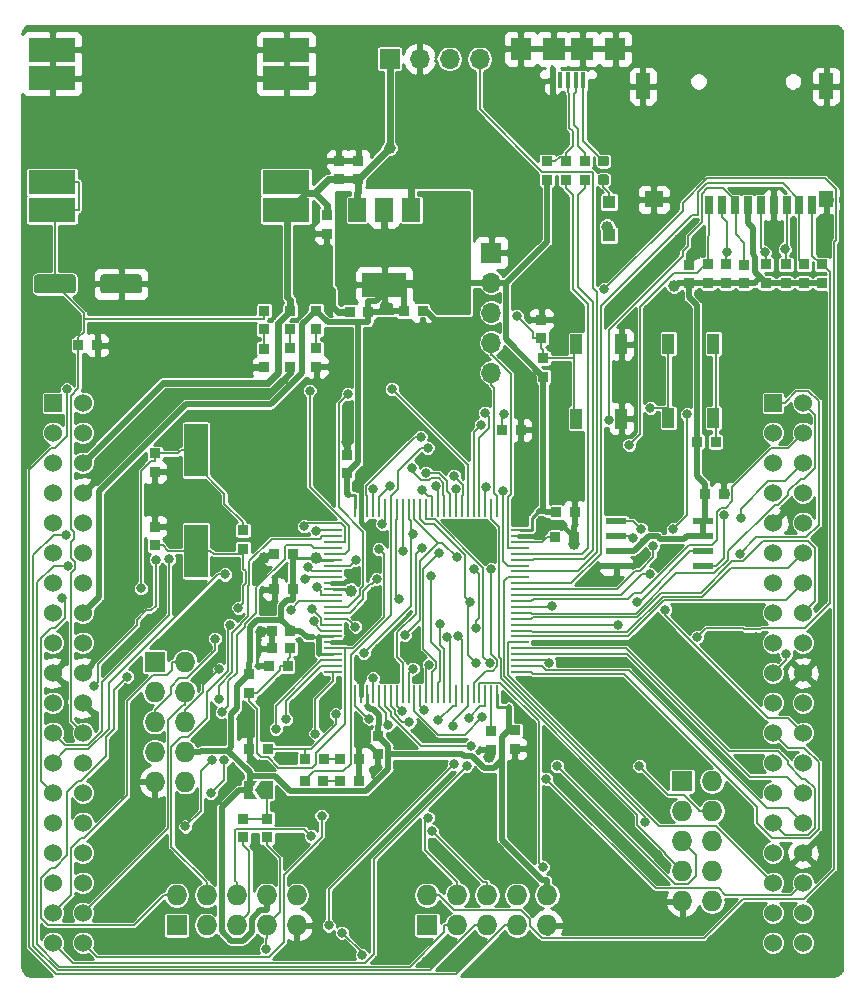
<source format=gtl>
G04 #@! TF.GenerationSoftware,KiCad,Pcbnew,6.0.0-rc1-unknown-0bceb69~66~ubuntu18.10.1*
G04 #@! TF.CreationDate,2018-12-04T21:08:12-08:00
G04 #@! TF.ProjectId,Nucleo-64-407,4e75636c-656f-42d3-9634-2d3430372e6b,rev?*
G04 #@! TF.SameCoordinates,PX328b740PY6ea0500*
G04 #@! TF.FileFunction,Copper,L1,Top*
G04 #@! TF.FilePolarity,Positive*
%FSLAX46Y46*%
G04 Gerber Fmt 4.6, Leading zero omitted, Abs format (unit mm)*
G04 Created by KiCad (PCBNEW 6.0.0-rc1-unknown-0bceb69~66~ubuntu18.10.1) date Tue 04 Dec 2018 09:08:12 PM PST*
%MOMM*%
%LPD*%
G04 APERTURE LIST*
G04 #@! TA.AperFunction,SMDPad,CuDef*
%ADD10R,1.000000X1.700000*%
G04 #@! TD*
G04 #@! TA.AperFunction,SMDPad,CuDef*
%ADD11R,1.800000X1.900000*%
G04 #@! TD*
G04 #@! TA.AperFunction,SMDPad,CuDef*
%ADD12R,1.900000X1.900000*%
G04 #@! TD*
G04 #@! TA.AperFunction,SMDPad,CuDef*
%ADD13R,0.400000X1.350000*%
G04 #@! TD*
G04 #@! TA.AperFunction,SMDPad,CuDef*
%ADD14R,0.700000X1.600000*%
G04 #@! TD*
G04 #@! TA.AperFunction,SMDPad,CuDef*
%ADD15R,1.200000X1.400000*%
G04 #@! TD*
G04 #@! TA.AperFunction,SMDPad,CuDef*
%ADD16R,1.600000X1.400000*%
G04 #@! TD*
G04 #@! TA.AperFunction,SMDPad,CuDef*
%ADD17R,1.200000X2.200000*%
G04 #@! TD*
G04 #@! TA.AperFunction,ComponentPad*
%ADD18C,1.524000*%
G04 #@! TD*
G04 #@! TA.AperFunction,ComponentPad*
%ADD19R,1.524000X1.524000*%
G04 #@! TD*
G04 #@! TA.AperFunction,SMDPad,CuDef*
%ADD20R,0.950000X0.875000*%
G04 #@! TD*
G04 #@! TA.AperFunction,SMDPad,CuDef*
%ADD21R,0.875000X0.950000*%
G04 #@! TD*
G04 #@! TA.AperFunction,ComponentPad*
%ADD22O,1.727200X1.727200*%
G04 #@! TD*
G04 #@! TA.AperFunction,ComponentPad*
%ADD23R,1.727200X1.727200*%
G04 #@! TD*
G04 #@! TA.AperFunction,SMDPad,CuDef*
%ADD24R,2.000000X4.500000*%
G04 #@! TD*
G04 #@! TA.AperFunction,SMDPad,CuDef*
%ADD25R,4.000000X2.000000*%
G04 #@! TD*
G04 #@! TA.AperFunction,SMDPad,CuDef*
%ADD26R,1.750000X0.550000*%
G04 #@! TD*
G04 #@! TA.AperFunction,SMDPad,CuDef*
%ADD27R,1.500000X2.000000*%
G04 #@! TD*
G04 #@! TA.AperFunction,SMDPad,CuDef*
%ADD28R,3.800000X2.000000*%
G04 #@! TD*
G04 #@! TA.AperFunction,SMDPad,CuDef*
%ADD29R,0.280000X1.500000*%
G04 #@! TD*
G04 #@! TA.AperFunction,SMDPad,CuDef*
%ADD30R,1.500000X0.280000*%
G04 #@! TD*
G04 #@! TA.AperFunction,SMDPad,CuDef*
%ADD31C,0.300000*%
G04 #@! TD*
G04 #@! TA.AperFunction,Conductor*
%ADD32C,0.100000*%
G04 #@! TD*
G04 #@! TA.AperFunction,ComponentPad*
%ADD33O,1.700000X1.700000*%
G04 #@! TD*
G04 #@! TA.AperFunction,ComponentPad*
%ADD34R,1.700000X1.700000*%
G04 #@! TD*
G04 #@! TA.AperFunction,SMDPad,CuDef*
%ADD35C,0.875000*%
G04 #@! TD*
G04 #@! TA.AperFunction,SMDPad,CuDef*
%ADD36R,1.100000X1.100000*%
G04 #@! TD*
G04 #@! TA.AperFunction,SMDPad,CuDef*
%ADD37C,1.600000*%
G04 #@! TD*
G04 #@! TA.AperFunction,ViaPad*
%ADD38C,0.800000*%
G04 #@! TD*
G04 #@! TA.AperFunction,ViaPad*
%ADD39C,1.000000*%
G04 #@! TD*
G04 #@! TA.AperFunction,Conductor*
%ADD40C,0.600000*%
G04 #@! TD*
G04 #@! TA.AperFunction,Conductor*
%ADD41C,0.400000*%
G04 #@! TD*
G04 #@! TA.AperFunction,Conductor*
%ADD42C,0.279800*%
G04 #@! TD*
G04 #@! TA.AperFunction,Conductor*
%ADD43C,0.500000*%
G04 #@! TD*
G04 #@! TA.AperFunction,Conductor*
%ADD44C,0.152400*%
G04 #@! TD*
G04 #@! TA.AperFunction,Conductor*
%ADD45C,0.200000*%
G04 #@! TD*
G04 #@! TA.AperFunction,Conductor*
%ADD46C,0.254000*%
G04 #@! TD*
G04 APERTURE END LIST*
D10*
G04 #@! TO.P,SW2,2*
G04 #@! TO.N,Net-(R16-Pad2)*
X58800000Y53800000D03*
G04 #@! TO.P,SW2,1*
G04 #@! TO.N,/BOOT0*
X55000000Y53800000D03*
G04 #@! TO.P,SW2,2*
G04 #@! TO.N,Net-(R16-Pad2)*
X58800000Y47500000D03*
G04 #@! TO.P,SW2,1*
G04 #@! TO.N,/BOOT0*
X55000000Y47500000D03*
G04 #@! TD*
G04 #@! TO.P,SW1,2*
G04 #@! TO.N,/RST*
X47200000Y47450000D03*
G04 #@! TO.P,SW1,1*
G04 #@! TO.N,GND*
X51000000Y47450000D03*
G04 #@! TO.P,SW1,2*
G04 #@! TO.N,/RST*
X47200000Y53750000D03*
G04 #@! TO.P,SW1,1*
G04 #@! TO.N,GND*
X51000000Y53750000D03*
G04 #@! TD*
D11*
G04 #@! TO.P,J3,6*
G04 #@! TO.N,GND*
X42500000Y78750000D03*
X50500000Y78750000D03*
D12*
X45300000Y78750000D03*
X47700000Y78750000D03*
D13*
G04 #@! TO.P,J3,5*
X45200000Y76075000D03*
G04 #@! TO.P,J3,4*
G04 #@! TO.N,Net-(J3-Pad4)*
X45850000Y76075000D03*
G04 #@! TO.P,J3,3*
G04 #@! TO.N,/D+*
X46500000Y76075000D03*
G04 #@! TO.P,J3,2*
G04 #@! TO.N,/D-*
X47150000Y76075000D03*
G04 #@! TO.P,J3,1*
G04 #@! TO.N,Net-(F1-Pad1)*
X47800000Y76075000D03*
G04 #@! TD*
D14*
G04 #@! TO.P,XS1,3*
G04 #@! TO.N,/SDIO_CMD*
X60600000Y65500000D03*
G04 #@! TO.P,XS1,2*
G04 #@! TO.N,/SDIO_D3*
X59500000Y65500000D03*
G04 #@! TO.P,XS1,1*
G04 #@! TO.N,/SDIO_D2*
X58400000Y65500000D03*
G04 #@! TO.P,XS1,4*
G04 #@! TO.N,/3.3V*
X61700000Y65500000D03*
G04 #@! TO.P,XS1,5*
G04 #@! TO.N,/SDIO_CLK*
X62800000Y65500000D03*
G04 #@! TO.P,XS1,6*
G04 #@! TO.N,GND*
X63900000Y65500000D03*
G04 #@! TO.P,XS1,8*
G04 #@! TO.N,/SDIO_D1*
X66100000Y65500000D03*
G04 #@! TO.P,XS1,7*
G04 #@! TO.N,/SDIO_D0*
X65000000Y65500000D03*
G04 #@! TO.P,XS1,9*
G04 #@! TO.N,/SD_DETECT*
X67200000Y65500000D03*
D15*
G04 #@! TO.P,XS1,6*
G04 #@! TO.N,GND*
X68350000Y66000000D03*
D16*
X53750000Y66000000D03*
D17*
X68350000Y75600000D03*
X52850000Y75600000D03*
G04 #@! TD*
D18*
G04 #@! TO.P,U2,2*
G04 #@! TO.N,/Y_START*
X5431500Y48775000D03*
G04 #@! TO.P,U2,4*
G04 #@! TO.N,/X_END*
X5431500Y46235000D03*
G04 #@! TO.P,U2,6*
G04 #@! TO.N,/5V*
X5431500Y43695000D03*
G04 #@! TO.P,U2,8*
G04 #@! TO.N,GND*
X5431500Y41155000D03*
G04 #@! TO.P,U2,10*
G04 #@! TO.N,Net-(U2-Pad10)*
X5431500Y38615000D03*
G04 #@! TO.P,U2,12*
G04 #@! TO.N,Net-(U2-Pad12)*
X5431500Y36075000D03*
G04 #@! TO.P,U2,14*
G04 #@! TO.N,Net-(U2-Pad14)*
X5431500Y33535000D03*
G04 #@! TO.P,U2,16*
G04 #@! TO.N,/3.3V*
X5431500Y30995000D03*
G04 #@! TO.P,U2,18*
G04 #@! TO.N,Net-(U2-Pad18)*
X5431500Y28455000D03*
G04 #@! TO.P,U2,20*
G04 #@! TO.N,GND*
X5431500Y25915000D03*
G04 #@! TO.P,U2,22*
X5431500Y23375000D03*
G04 #@! TO.P,U2,24*
G04 #@! TO.N,/VIN*
X5431500Y20835000D03*
G04 #@! TO.P,U2,26*
G04 #@! TO.N,Net-(U2-Pad26)*
X5431500Y18295000D03*
G04 #@! TO.P,U2,28*
G04 #@! TO.N,/E0_TEMP*
X5431500Y15755000D03*
G04 #@! TO.P,U2,30*
G04 #@! TO.N,/E1_TEMP*
X5431500Y13215000D03*
G04 #@! TO.P,U2,32*
G04 #@! TO.N,/X_STEP*
X5431500Y10675000D03*
G04 #@! TO.P,U2,34*
G04 #@! TO.N,/BED_PWM*
X5431500Y8135000D03*
G04 #@! TO.P,U2,36*
G04 #@! TO.N,/SPI_MOSI*
X5431500Y5595000D03*
D19*
G04 #@! TO.P,U2,1*
G04 #@! TO.N,/X_START*
X2891500Y48775000D03*
D18*
G04 #@! TO.P,U2,3*
G04 #@! TO.N,/Z_START*
X2891500Y46235000D03*
G04 #@! TO.P,U2,5*
G04 #@! TO.N,Net-(U2-Pad5)*
X2891500Y43695000D03*
G04 #@! TO.P,U2,7*
G04 #@! TO.N,Net-(U2-Pad7)*
X2891500Y41155000D03*
G04 #@! TO.P,U2,9*
G04 #@! TO.N,Net-(U2-Pad9)*
X2891500Y38615000D03*
G04 #@! TO.P,U2,11*
G04 #@! TO.N,Net-(U2-Pad11)*
X2891500Y36075000D03*
G04 #@! TO.P,U2,13*
G04 #@! TO.N,/ENC_A*
X2891500Y33535000D03*
G04 #@! TO.P,U2,15*
G04 #@! TO.N,/ENC_B*
X2891500Y30995000D03*
G04 #@! TO.P,U2,17*
G04 #@! TO.N,/STALL*
X2891500Y28455000D03*
G04 #@! TO.P,U2,19*
G04 #@! TO.N,GND*
X2891500Y25915000D03*
G04 #@! TO.P,U2,21*
G04 #@! TO.N,/E1_END*
X2891500Y23375000D03*
G04 #@! TO.P,U2,23*
G04 #@! TO.N,/Z_PROBE_IN*
X2891500Y20835000D03*
G04 #@! TO.P,U2,25*
G04 #@! TO.N,/BTN_IN*
X2891500Y18295000D03*
G04 #@! TO.P,U2,27*
G04 #@! TO.N,/Z_PROBE_MOD*
X2891500Y15755000D03*
G04 #@! TO.P,U2,29*
G04 #@! TO.N,Net-(U2-Pad29)*
X2891500Y13215000D03*
G04 #@! TO.P,U2,31*
G04 #@! TO.N,Net-(U2-Pad31)*
X2891500Y10675000D03*
G04 #@! TO.P,U2,33*
G04 #@! TO.N,Net-(U2-Pad33)*
X2891500Y8135000D03*
G04 #@! TO.P,U2,35*
G04 #@! TO.N,/SPI_MISO*
X2891500Y5595000D03*
D19*
G04 #@! TO.P,U2,39*
G04 #@! TO.N,/E1_STEP*
X63851500Y48775000D03*
D18*
G04 #@! TO.P,U2,41*
G04 #@! TO.N,/I2C_SCL*
X63851500Y46235000D03*
G04 #@! TO.P,U2,43*
G04 #@! TO.N,/I2C_SDA*
X63851500Y43695000D03*
G04 #@! TO.P,U2,45*
G04 #@! TO.N,/AVDD*
X63851500Y41155000D03*
G04 #@! TO.P,U2,47*
G04 #@! TO.N,GND*
X63851500Y38615000D03*
G04 #@! TO.P,U2,49*
G04 #@! TO.N,/~EN_MOTORS*
X63851500Y36075000D03*
G04 #@! TO.P,U2,51*
G04 #@! TO.N,/E0_PWM*
X63851500Y33535000D03*
G04 #@! TO.P,U2,53*
G04 #@! TO.N,/E1_PWM*
X63851500Y30995000D03*
G04 #@! TO.P,U2,55*
G04 #@! TO.N,/E0_END*
X63851500Y28455000D03*
G04 #@! TO.P,U2,57*
G04 #@! TO.N,/E0_STEP*
X63851500Y25915000D03*
G04 #@! TO.P,U2,59*
G04 #@! TO.N,/E1_DIR*
X63851500Y23375000D03*
G04 #@! TO.P,U2,61*
G04 #@! TO.N,/~TC2_CS*
X63851500Y20835000D03*
G04 #@! TO.P,U2,63*
G04 #@! TO.N,/SPI_SCK*
X63851500Y18295000D03*
G04 #@! TO.P,U2,65*
G04 #@! TO.N,/Y_END*
X63851500Y15755000D03*
G04 #@! TO.P,U2,67*
G04 #@! TO.N,/Z_END*
X63851500Y13215000D03*
G04 #@! TO.P,U2,69*
G04 #@! TO.N,/~E0_CS*
X63851500Y10675000D03*
G04 #@! TO.P,U2,71*
G04 #@! TO.N,/~X_CS*
X63851500Y8135000D03*
G04 #@! TO.P,U2,73*
G04 #@! TO.N,Net-(U2-Pad73)*
X63851500Y5595000D03*
G04 #@! TO.P,U2,40*
G04 #@! TO.N,/E0_DIR*
X66391500Y48775000D03*
G04 #@! TO.P,U2,42*
G04 #@! TO.N,/~TC1_CS*
X66391500Y46235000D03*
G04 #@! TO.P,U2,44*
G04 #@! TO.N,/Y_STEP*
X66391500Y43695000D03*
G04 #@! TO.P,U2,46*
G04 #@! TO.N,Net-(U2-Pad46)*
X66391500Y41155000D03*
G04 #@! TO.P,U2,48*
G04 #@! TO.N,Net-(U2-Pad48)*
X66391500Y38615000D03*
G04 #@! TO.P,U2,50*
G04 #@! TO.N,/~Z_CS*
X66391500Y36075000D03*
G04 #@! TO.P,U2,52*
G04 #@! TO.N,/~Y_CS*
X66391500Y33535000D03*
G04 #@! TO.P,U2,54*
G04 #@! TO.N,/Y_DIR*
X66391500Y30995000D03*
G04 #@! TO.P,U2,56*
G04 #@! TO.N,Net-(U2-Pad56)*
X66391500Y28455000D03*
G04 #@! TO.P,U2,58*
G04 #@! TO.N,GND*
X66391500Y25915000D03*
G04 #@! TO.P,U2,60*
G04 #@! TO.N,/PWM4*
X66391500Y23375000D03*
G04 #@! TO.P,U2,62*
G04 #@! TO.N,/~E1_CS*
X66391500Y20835000D03*
G04 #@! TO.P,U2,64*
G04 #@! TO.N,/Z_DIR*
X66391500Y18295000D03*
G04 #@! TO.P,U2,66*
G04 #@! TO.N,/PWM5*
X66391500Y15755000D03*
G04 #@! TO.P,U2,68*
G04 #@! TO.N,/Z_STEP*
X66391500Y13215000D03*
G04 #@! TO.P,U2,70*
G04 #@! TO.N,GND*
X66391500Y10675000D03*
G04 #@! TO.P,U2,72*
G04 #@! TO.N,/X_DIR*
X66391500Y8135000D03*
G04 #@! TO.P,U2,74*
G04 #@! TO.N,Net-(U2-Pad74)*
X66391500Y5595000D03*
G04 #@! TO.P,U2,75*
G04 #@! TO.N,Net-(U2-Pad75)*
X63851500Y3055000D03*
G04 #@! TO.P,U2,76*
G04 #@! TO.N,Net-(U2-Pad76)*
X66391500Y3055000D03*
G04 #@! TO.P,U2,38*
G04 #@! TO.N,/BED_TEMP*
X5431500Y3055000D03*
G04 #@! TO.P,U2,37*
G04 #@! TO.N,/~LCD_CS*
X2891500Y3055000D03*
G04 #@! TD*
D20*
G04 #@! TO.P,D6,1*
G04 #@! TO.N,GND*
X23000000Y51825000D03*
G04 #@! TO.P,D6,2*
G04 #@! TO.N,Net-(D6-Pad2)*
X23000000Y53400000D03*
G04 #@! TD*
G04 #@! TO.P,D5,1*
G04 #@! TO.N,GND*
X25200000Y51825000D03*
G04 #@! TO.P,D5,2*
G04 #@! TO.N,Net-(D5-Pad2)*
X25200000Y53400000D03*
G04 #@! TD*
G04 #@! TO.P,D4,1*
G04 #@! TO.N,GND*
X20800000Y51800000D03*
G04 #@! TO.P,D4,2*
G04 #@! TO.N,Net-(D4-Pad2)*
X20800000Y53375000D03*
G04 #@! TD*
D21*
G04 #@! TO.P,D3,1*
G04 #@! TO.N,/BOOT1*
X24225000Y18600000D03*
G04 #@! TO.P,D3,2*
G04 #@! TO.N,Net-(D3-Pad2)*
X25800000Y18600000D03*
G04 #@! TD*
G04 #@! TO.P,D2,1*
G04 #@! TO.N,/BOOT0*
X24212500Y16800000D03*
G04 #@! TO.P,D2,2*
G04 #@! TO.N,Net-(D2-Pad2)*
X25787500Y16800000D03*
G04 #@! TD*
D20*
G04 #@! TO.P,R23,1*
G04 #@! TO.N,/5V*
X23000000Y56575000D03*
G04 #@! TO.P,R23,2*
G04 #@! TO.N,Net-(D6-Pad2)*
X23000000Y55000000D03*
G04 #@! TD*
G04 #@! TO.P,R22,1*
G04 #@! TO.N,/3.3V*
X25200000Y56575000D03*
G04 #@! TO.P,R22,2*
G04 #@! TO.N,Net-(D5-Pad2)*
X25200000Y55000000D03*
G04 #@! TD*
G04 #@! TO.P,R21,1*
G04 #@! TO.N,/VIN*
X20800000Y56575000D03*
G04 #@! TO.P,R21,2*
G04 #@! TO.N,Net-(D4-Pad2)*
X20800000Y55000000D03*
G04 #@! TD*
D21*
G04 #@! TO.P,R20,1*
G04 #@! TO.N,Net-(D3-Pad2)*
X27225000Y18600000D03*
G04 #@! TO.P,R20,2*
G04 #@! TO.N,GND*
X28800000Y18600000D03*
G04 #@! TD*
G04 #@! TO.P,R19,1*
G04 #@! TO.N,Net-(D2-Pad2)*
X27225000Y16800000D03*
G04 #@! TO.P,R19,2*
G04 #@! TO.N,GND*
X28800000Y16800000D03*
G04 #@! TD*
D20*
G04 #@! TO.P,R18,1*
G04 #@! TO.N,Net-(JP1-Pad1)*
X21000000Y13575500D03*
G04 #@! TO.P,R18,2*
G04 #@! TO.N,/I2C_SCL*
X21000000Y12000500D03*
G04 #@! TD*
G04 #@! TO.P,R17,1*
G04 #@! TO.N,Net-(JP1-Pad1)*
X19000000Y13575500D03*
G04 #@! TO.P,R17,2*
G04 #@! TO.N,/I2C_SDA*
X19000000Y12000500D03*
G04 #@! TD*
D21*
G04 #@! TO.P,R16,1*
G04 #@! TO.N,/3.3V*
X57424500Y45500000D03*
G04 #@! TO.P,R16,2*
G04 #@! TO.N,Net-(R16-Pad2)*
X58999500Y45500000D03*
G04 #@! TD*
D20*
G04 #@! TO.P,R15,1*
G04 #@! TO.N,/D+*
X46314000Y69251500D03*
G04 #@! TO.P,R15,2*
G04 #@! TO.N,/USB_D+*
X46314000Y67676500D03*
G04 #@! TD*
G04 #@! TO.P,R14,1*
G04 #@! TO.N,/D-*
X47902000Y69251500D03*
G04 #@! TO.P,R14,2*
G04 #@! TO.N,/USB_D-*
X47902000Y67676500D03*
G04 #@! TD*
G04 #@! TO.P,R13,1*
G04 #@! TO.N,/D+*
X44726500Y69251500D03*
G04 #@! TO.P,R13,2*
G04 #@! TO.N,/3.3V*
X44726500Y67676500D03*
G04 #@! TD*
G04 #@! TO.P,R12,1*
G04 #@! TO.N,/SD_DETECT*
X67968000Y60501000D03*
G04 #@! TO.P,R12,2*
G04 #@! TO.N,/3.3V*
X67968000Y58926000D03*
G04 #@! TD*
G04 #@! TO.P,R11,1*
G04 #@! TO.N,/SDIO_D1*
X66444000Y60501000D03*
G04 #@! TO.P,R11,2*
G04 #@! TO.N,/3.3V*
X66444000Y58926000D03*
G04 #@! TD*
G04 #@! TO.P,R10,1*
G04 #@! TO.N,/SDIO_D0*
X64920000Y60501000D03*
G04 #@! TO.P,R10,2*
G04 #@! TO.N,/3.3V*
X64920000Y58926000D03*
G04 #@! TD*
G04 #@! TO.P,R9,1*
G04 #@! TO.N,/SDIO_CLK*
X63268000Y60501000D03*
G04 #@! TO.P,R9,2*
G04 #@! TO.N,/3.3V*
X63268000Y58926000D03*
G04 #@! TD*
G04 #@! TO.P,R8,1*
G04 #@! TO.N,/SDIO_CMD*
X61427000Y60488500D03*
G04 #@! TO.P,R8,2*
G04 #@! TO.N,/3.3V*
X61427000Y58913500D03*
G04 #@! TD*
G04 #@! TO.P,R7,1*
G04 #@! TO.N,/SDIO_D3*
X59903000Y60501000D03*
G04 #@! TO.P,R7,2*
G04 #@! TO.N,/3.3V*
X59903000Y58926000D03*
G04 #@! TD*
G04 #@! TO.P,R6,1*
G04 #@! TO.N,/SDIO_D2*
X58379000Y60501000D03*
G04 #@! TO.P,R6,2*
G04 #@! TO.N,/3.3V*
X58379000Y58926000D03*
G04 #@! TD*
D21*
G04 #@! TO.P,R5,1*
G04 #@! TO.N,GND*
X19500000Y19500000D03*
G04 #@! TO.P,R5,2*
G04 #@! TO.N,/BOOT1*
X21075000Y19500000D03*
G04 #@! TD*
D20*
G04 #@! TO.P,R4,1*
G04 #@! TO.N,/3.3V*
X19500000Y25787500D03*
G04 #@! TO.P,R4,2*
G04 #@! TO.N,/AVDD*
X19500000Y24212500D03*
G04 #@! TD*
G04 #@! TO.P,R3,1*
G04 #@! TO.N,Net-(C6-Pad1)*
X19000000Y38000000D03*
G04 #@! TO.P,R3,2*
G04 #@! TO.N,Net-(C7-Pad1)*
X19000000Y36425000D03*
G04 #@! TD*
D21*
G04 #@! TO.P,R2,1*
G04 #@! TO.N,/BOOT0*
X40925000Y46500000D03*
G04 #@! TO.P,R2,2*
G04 #@! TO.N,GND*
X42500000Y46500000D03*
G04 #@! TD*
D20*
G04 #@! TO.P,R1,1*
G04 #@! TO.N,/3.3V*
X44425000Y51000000D03*
G04 #@! TO.P,R1,2*
G04 #@! TO.N,/RST*
X44425000Y52575000D03*
G04 #@! TD*
G04 #@! TO.P,C23,1*
G04 #@! TO.N,/5V*
X26057500Y64679500D03*
G04 #@! TO.P,C23,2*
G04 #@! TO.N,GND*
X26057500Y63104500D03*
G04 #@! TD*
D21*
G04 #@! TO.P,C21,1*
G04 #@! TO.N,/VIN*
X5051500Y53643000D03*
G04 #@! TO.P,C21,2*
G04 #@! TO.N,GND*
X6626500Y53643000D03*
G04 #@! TD*
G04 #@! TO.P,C20,1*
G04 #@! TO.N,/3.3V*
X29601000Y56500500D03*
G04 #@! TO.P,C20,2*
G04 #@! TO.N,GND*
X28026000Y56500500D03*
G04 #@! TD*
G04 #@! TO.P,C19,1*
G04 #@! TO.N,/3.3V*
X32610500Y56564000D03*
G04 #@! TO.P,C19,2*
G04 #@! TO.N,GND*
X34185500Y56564000D03*
G04 #@! TD*
G04 #@! TO.P,C18,1*
G04 #@! TO.N,/3.3V*
X58099500Y41070000D03*
G04 #@! TO.P,C18,2*
G04 #@! TO.N,GND*
X59674500Y41070000D03*
G04 #@! TD*
D20*
G04 #@! TO.P,C17,1*
G04 #@! TO.N,/5V*
X27073500Y67689000D03*
G04 #@! TO.P,C17,2*
G04 #@! TO.N,GND*
X27073500Y69264000D03*
G04 #@! TD*
G04 #@! TO.P,C16,1*
G04 #@! TO.N,/5V*
X28724500Y67689000D03*
G04 #@! TO.P,C16,2*
G04 #@! TO.N,GND*
X28724500Y69264000D03*
G04 #@! TD*
G04 #@! TO.P,C15,1*
G04 #@! TO.N,/3.3V*
X56728000Y58913500D03*
G04 #@! TO.P,C15,2*
G04 #@! TO.N,GND*
X56728000Y60488500D03*
G04 #@! TD*
D21*
G04 #@! TO.P,C14,1*
G04 #@! TO.N,/3.3V*
X23200000Y36000000D03*
G04 #@! TO.P,C14,2*
G04 #@! TO.N,GND*
X21625000Y36000000D03*
G04 #@! TD*
G04 #@! TO.P,C13,1*
G04 #@! TO.N,/3.3V*
X23000000Y29500000D03*
G04 #@! TO.P,C13,2*
G04 #@! TO.N,GND*
X21425000Y29500000D03*
G04 #@! TD*
G04 #@! TO.P,C12,1*
G04 #@! TO.N,/AVDD*
X22787500Y26500000D03*
G04 #@! TO.P,C12,2*
G04 #@! TO.N,GND*
X21212500Y26500000D03*
G04 #@! TD*
G04 #@! TO.P,C11,1*
G04 #@! TO.N,/AVDD*
X22975000Y28000000D03*
G04 #@! TO.P,C11,2*
G04 #@! TO.N,GND*
X21400000Y28000000D03*
G04 #@! TD*
G04 #@! TO.P,C10,1*
G04 #@! TO.N,/3.3V*
X45500000Y39500000D03*
G04 #@! TO.P,C10,2*
G04 #@! TO.N,GND*
X47075000Y39500000D03*
G04 #@! TD*
D20*
G04 #@! TO.P,C9,1*
G04 #@! TO.N,/3.3V*
X42000000Y21075000D03*
G04 #@! TO.P,C9,2*
G04 #@! TO.N,GND*
X42000000Y19500000D03*
G04 #@! TD*
D21*
G04 #@! TO.P,C8,1*
G04 #@! TO.N,GND*
X46975000Y37400000D03*
G04 #@! TO.P,C8,2*
G04 #@! TO.N,Net-(C8-Pad2)*
X45400000Y37400000D03*
G04 #@! TD*
D20*
G04 #@! TO.P,C7,1*
G04 #@! TO.N,Net-(C7-Pad1)*
X11500000Y36712500D03*
G04 #@! TO.P,C7,2*
G04 #@! TO.N,GND*
X11500000Y38287500D03*
G04 #@! TD*
G04 #@! TO.P,C6,1*
G04 #@! TO.N,Net-(C6-Pad1)*
X11500000Y44500000D03*
G04 #@! TO.P,C6,2*
G04 #@! TO.N,GND*
X11500000Y42925000D03*
G04 #@! TD*
D21*
G04 #@! TO.P,C5,1*
G04 #@! TO.N,/3.3V*
X23187500Y33000000D03*
G04 #@! TO.P,C5,2*
G04 #@! TO.N,GND*
X21612500Y33000000D03*
G04 #@! TD*
D20*
G04 #@! TO.P,C4,1*
G04 #@! TO.N,GND*
X40000000Y19425000D03*
G04 #@! TO.P,C4,2*
G04 #@! TO.N,Net-(C4-Pad2)*
X40000000Y21000000D03*
G04 #@! TD*
G04 #@! TO.P,C3,1*
G04 #@! TO.N,/RST*
X44250000Y54250000D03*
G04 #@! TO.P,C3,2*
G04 #@! TO.N,GND*
X44250000Y55825000D03*
G04 #@! TD*
G04 #@! TO.P,C2,1*
G04 #@! TO.N,/3.3V*
X27800000Y42812500D03*
G04 #@! TO.P,C2,2*
G04 #@! TO.N,GND*
X27800000Y44387500D03*
G04 #@! TD*
G04 #@! TO.P,C1,1*
G04 #@! TO.N,/3.3V*
X30400000Y20587500D03*
G04 #@! TO.P,C1,2*
G04 #@! TO.N,GND*
X30400000Y19012500D03*
G04 #@! TD*
D22*
G04 #@! TO.P,J8,10*
G04 #@! TO.N,/5V*
X14056000Y16686000D03*
G04 #@! TO.P,J8,9*
G04 #@! TO.N,GND*
X11516000Y16686000D03*
G04 #@! TO.P,J8,8*
G04 #@! TO.N,/3.3V*
X14056000Y19226000D03*
G04 #@! TO.P,J8,7*
G04 #@! TO.N,/VIN*
X11516000Y19226000D03*
G04 #@! TO.P,J8,6*
G04 #@! TO.N,/SPI_SCK*
X14056000Y21766000D03*
G04 #@! TO.P,J8,5*
G04 #@! TO.N,/~EN_MOTORS*
X11516000Y21766000D03*
G04 #@! TO.P,J8,4*
G04 #@! TO.N,/SPI_MOSI*
X14056000Y24306000D03*
G04 #@! TO.P,J8,3*
G04 #@! TO.N,/IOA_5*
X11516000Y24306000D03*
G04 #@! TO.P,J8,2*
G04 #@! TO.N,/SPI_MISO*
X14056000Y26846000D03*
D23*
G04 #@! TO.P,J8,1*
G04 #@! TO.N,/IOA_4*
X11516000Y26846000D03*
G04 #@! TD*
D22*
G04 #@! TO.P,J7,10*
G04 #@! TO.N,/5V*
X23517500Y7098000D03*
G04 #@! TO.P,J7,9*
G04 #@! TO.N,GND*
X23517500Y4558000D03*
G04 #@! TO.P,J7,8*
G04 #@! TO.N,/3.3V*
X20977500Y7098000D03*
G04 #@! TO.P,J7,7*
G04 #@! TO.N,/I2C_SCL*
X20977500Y4558000D03*
G04 #@! TO.P,J7,6*
G04 #@! TO.N,/SPI2_SCK*
X18437500Y7098000D03*
G04 #@! TO.P,J7,5*
G04 #@! TO.N,/I2C_SDA*
X18437500Y4558000D03*
G04 #@! TO.P,J7,4*
G04 #@! TO.N,/SPI2_MOSI*
X15897500Y7098000D03*
G04 #@! TO.P,J7,3*
G04 #@! TO.N,/UART2_RX*
X15897500Y4558000D03*
G04 #@! TO.P,J7,2*
G04 #@! TO.N,/SPI2_MISO*
X13357500Y7098000D03*
D23*
G04 #@! TO.P,J7,1*
G04 #@! TO.N,/UART2_TX*
X13357500Y4558000D03*
G04 #@! TD*
D22*
G04 #@! TO.P,J6,10*
G04 #@! TO.N,/VIN*
X58696000Y6589500D03*
G04 #@! TO.P,J6,9*
G04 #@! TO.N,GND*
X56156000Y6589500D03*
G04 #@! TO.P,J6,8*
G04 #@! TO.N,/5V*
X58696000Y9129500D03*
G04 #@! TO.P,J6,7*
G04 #@! TO.N,/IOA_15*
X56156000Y9129500D03*
G04 #@! TO.P,J6,6*
G04 #@! TO.N,/IOA_8*
X58696000Y11669500D03*
G04 #@! TO.P,J6,5*
G04 #@! TO.N,/IOA_7*
X56156000Y11669500D03*
G04 #@! TO.P,J6,4*
G04 #@! TO.N,/IOA_6*
X58696000Y14209500D03*
G04 #@! TO.P,J6,3*
G04 #@! TO.N,/IOA_5*
X56156000Y14209500D03*
G04 #@! TO.P,J6,2*
G04 #@! TO.N,/IOA_4*
X58696000Y16749500D03*
D23*
G04 #@! TO.P,J6,1*
G04 #@! TO.N,/IOA_3*
X56156000Y16749500D03*
G04 #@! TD*
D22*
G04 #@! TO.P,J5,10*
G04 #@! TO.N,/3.3V*
X44726500Y7098000D03*
G04 #@! TO.P,J5,9*
G04 #@! TO.N,GND*
X44726500Y4558000D03*
G04 #@! TO.P,J5,8*
G04 #@! TO.N,/5V*
X42186500Y7098000D03*
G04 #@! TO.P,J5,7*
G04 #@! TO.N,/IOE_6*
X42186500Y4558000D03*
G04 #@! TO.P,J5,6*
G04 #@! TO.N,/IOE_5*
X39646500Y7098000D03*
G04 #@! TO.P,J5,5*
G04 #@! TO.N,/IOE_4*
X39646500Y4558000D03*
G04 #@! TO.P,J5,4*
G04 #@! TO.N,/IOE_3*
X37106500Y7098000D03*
G04 #@! TO.P,J5,3*
G04 #@! TO.N,/IOE_2*
X37106500Y4558000D03*
G04 #@! TO.P,J5,2*
G04 #@! TO.N,/IOE_1*
X34566500Y7098000D03*
D23*
G04 #@! TO.P,J5,1*
G04 #@! TO.N,/IOE_0*
X34566500Y4558000D03*
G04 #@! TD*
D24*
G04 #@! TO.P,Y1,2*
G04 #@! TO.N,Net-(C7-Pad1)*
X15000000Y36250000D03*
G04 #@! TO.P,Y1,1*
G04 #@! TO.N,Net-(C6-Pad1)*
X15000000Y44750000D03*
G04 #@! TD*
D25*
G04 #@! TO.P,U5,6*
G04 #@! TO.N,/5V*
X22628500Y67473000D03*
G04 #@! TO.P,U5,5*
X22628500Y65073000D03*
G04 #@! TO.P,U5,8*
G04 #@! TO.N,GND*
X22628500Y76273000D03*
G04 #@! TO.P,U5,7*
X22628500Y78673000D03*
G04 #@! TO.P,U5,2*
G04 #@! TO.N,/VIN*
X2828500Y67473000D03*
G04 #@! TO.P,U5,1*
X2828500Y65073000D03*
G04 #@! TO.P,U5,4*
G04 #@! TO.N,GND*
X2828500Y76273000D03*
G04 #@! TO.P,U5,3*
X2828500Y78673000D03*
G04 #@! TD*
D26*
G04 #@! TO.P,U4,8*
G04 #@! TO.N,/3.3V*
X57968000Y38784000D03*
G04 #@! TO.P,U4,7*
X57968000Y37514000D03*
G04 #@! TO.P,U4,6*
G04 #@! TO.N,/SPI_SCK*
X57968000Y36244000D03*
G04 #@! TO.P,U4,5*
G04 #@! TO.N,/SPI_MOSI*
X57968000Y34974000D03*
G04 #@! TO.P,U4,4*
G04 #@! TO.N,GND*
X50568000Y34974000D03*
G04 #@! TO.P,U4,3*
G04 #@! TO.N,/3.3V*
X50568000Y36244000D03*
G04 #@! TO.P,U4,2*
G04 #@! TO.N,/SPI_MISO*
X50568000Y37514000D03*
G04 #@! TO.P,U4,1*
G04 #@! TO.N,/~FLASH_CS*
X50568000Y38784000D03*
G04 #@! TD*
D27*
G04 #@! TO.P,U3,1*
G04 #@! TO.N,GND*
X33247000Y65086500D03*
G04 #@! TO.P,U3,3*
G04 #@! TO.N,/5V*
X28647000Y65086500D03*
G04 #@! TO.P,U3,2*
G04 #@! TO.N,/3.3V*
X30947000Y65086500D03*
D28*
X30947000Y58786500D03*
G04 #@! TD*
D29*
G04 #@! TO.P,U1,100*
G04 #@! TO.N,/3.3V*
X28500000Y39900000D03*
G04 #@! TO.P,U1,99*
G04 #@! TO.N,GND*
X29000000Y39900000D03*
G04 #@! TO.P,U1,98*
G04 #@! TO.N,/IOE_1*
X29500001Y39900000D03*
G04 #@! TO.P,U1,97*
G04 #@! TO.N,/IOE_0*
X30000000Y39900000D03*
G04 #@! TO.P,U1,96*
G04 #@! TO.N,/I2C_SDA*
X30499999Y39900000D03*
G04 #@! TO.P,U1,95*
G04 #@! TO.N,/I2C_SCL*
X31000000Y39900000D03*
G04 #@! TO.P,U1,94*
G04 #@! TO.N,/BOOT0*
X31500000Y39900000D03*
G04 #@! TO.P,U1,93*
G04 #@! TO.N,/E1_PWM*
X32000000Y39900001D03*
G04 #@! TO.P,U1,92*
G04 #@! TO.N,/E0_PWM*
X32500000Y39900000D03*
G04 #@! TO.P,U1,91*
G04 #@! TO.N,/SPI_MOSI*
X33000000Y39900000D03*
G04 #@! TO.P,U1,90*
G04 #@! TO.N,/SPI_MISO*
X33500000Y39900000D03*
G04 #@! TO.P,U1,89*
G04 #@! TO.N,/SPI_SCK*
X34000000Y39900000D03*
G04 #@! TO.P,U1,88*
G04 #@! TO.N,/Y_END*
X34500000Y39900001D03*
G04 #@! TO.P,U1,87*
G04 #@! TO.N,/UART2_RX*
X35000000Y39900000D03*
G04 #@! TO.P,U1,86*
G04 #@! TO.N,/UART2_TX*
X35500000Y39900000D03*
G04 #@! TO.P,U1,85*
G04 #@! TO.N,/X_END*
X36000000Y39900000D03*
G04 #@! TO.P,U1,84*
G04 #@! TO.N,/Z_START*
X36500000Y39900000D03*
G04 #@! TO.P,U1,83*
G04 #@! TO.N,/SDIO_CMD*
X37000000Y39900001D03*
G04 #@! TO.P,U1,82*
G04 #@! TO.N,/Y_START*
X37500000Y39900000D03*
G04 #@! TO.P,U1,81*
G04 #@! TO.N,/X_START*
X38000000Y39900000D03*
G04 #@! TO.P,U1,80*
G04 #@! TO.N,/SDIO_CLK*
X38500001Y39900000D03*
G04 #@! TO.P,U1,79*
G04 #@! TO.N,/SDIO_D3*
X39000000Y39900000D03*
G04 #@! TO.P,U1,78*
G04 #@! TO.N,/SDIO_D2*
X39499999Y39900000D03*
G04 #@! TO.P,U1,77*
G04 #@! TO.N,/IOA_15*
X40000000Y39900000D03*
G04 #@! TO.P,U1,76*
G04 #@! TO.N,/SWDCLK*
X40500000Y39900000D03*
D30*
G04 #@! TO.P,U1,75*
G04 #@! TO.N,/3.3V*
X42400000Y38000000D03*
G04 #@! TO.P,U1,74*
G04 #@! TO.N,GND*
X42400000Y37500000D03*
G04 #@! TO.P,U1,73*
G04 #@! TO.N,Net-(C8-Pad2)*
X42400000Y36999999D03*
G04 #@! TO.P,U1,72*
G04 #@! TO.N,/SWDIO*
X42400000Y36500000D03*
G04 #@! TO.P,U1,71*
G04 #@! TO.N,/USB_D+*
X42400000Y36000001D03*
G04 #@! TO.P,U1,70*
G04 #@! TO.N,/USB_D-*
X42400000Y35500000D03*
G04 #@! TO.P,U1,69*
G04 #@! TO.N,/UART_RX*
X42400000Y35000000D03*
G04 #@! TO.P,U1,68*
G04 #@! TO.N,/UART_TX*
X42400001Y34500000D03*
G04 #@! TO.P,U1,67*
G04 #@! TO.N,/IOA_8*
X42400000Y34000000D03*
G04 #@! TO.P,U1,66*
G04 #@! TO.N,/SDIO_D1*
X42400000Y33500000D03*
G04 #@! TO.P,U1,65*
G04 #@! TO.N,/SDIO_D0*
X42400000Y33000000D03*
G04 #@! TO.P,U1,64*
G04 #@! TO.N,/E0_STEP*
X42400000Y32500000D03*
G04 #@! TO.P,U1,63*
G04 #@! TO.N,/~TC1_CS*
X42400001Y32000000D03*
G04 #@! TO.P,U1,62*
G04 #@! TO.N,/~E1_CS*
X42400000Y31500000D03*
G04 #@! TO.P,U1,61*
G04 #@! TO.N,/E0_DIR*
X42400000Y31000000D03*
G04 #@! TO.P,U1,60*
G04 #@! TO.N,/Y_DIR*
X42400000Y30500000D03*
G04 #@! TO.P,U1,59*
G04 #@! TO.N,/Z_DIR*
X42400000Y30000000D03*
G04 #@! TO.P,U1,58*
G04 #@! TO.N,/~Z_CS*
X42400001Y29500000D03*
G04 #@! TO.P,U1,57*
G04 #@! TO.N,/~Y_CS*
X42400000Y29000000D03*
G04 #@! TO.P,U1,56*
G04 #@! TO.N,/~X_CS*
X42400000Y28500000D03*
G04 #@! TO.P,U1,55*
G04 #@! TO.N,/Z_END*
X42400000Y27999999D03*
G04 #@! TO.P,U1,54*
G04 #@! TO.N,/PWM5*
X42400000Y27500000D03*
G04 #@! TO.P,U1,53*
G04 #@! TO.N,/PWM4*
X42400000Y27000001D03*
G04 #@! TO.P,U1,52*
G04 #@! TO.N,/Z_STEP*
X42400000Y26500000D03*
G04 #@! TO.P,U1,51*
G04 #@! TO.N,/~TC2_CS*
X42400000Y26000000D03*
D29*
G04 #@! TO.P,U1,50*
G04 #@! TO.N,/3.3V*
X40500000Y24100000D03*
G04 #@! TO.P,U1,49*
G04 #@! TO.N,Net-(C4-Pad2)*
X40000000Y24100000D03*
G04 #@! TO.P,U1,48*
G04 #@! TO.N,/BED_PWM*
X39499999Y24100000D03*
G04 #@! TO.P,U1,47*
G04 #@! TO.N,/SPI2_SCK*
X39000000Y24100000D03*
G04 #@! TO.P,U1,46*
G04 #@! TO.N,/E1_STEP*
X38500001Y24100000D03*
G04 #@! TO.P,U1,45*
G04 #@! TO.N,/~LCD_CS*
X38000000Y24100000D03*
G04 #@! TO.P,U1,44*
G04 #@! TO.N,/E1_END*
X37500000Y24100000D03*
G04 #@! TO.P,U1,43*
G04 #@! TO.N,/X_STEP*
X37000000Y24099999D03*
G04 #@! TO.P,U1,42*
G04 #@! TO.N,/STALL*
X36500000Y24100000D03*
G04 #@! TO.P,U1,41*
G04 #@! TO.N,/ENC_B*
X36000000Y24100000D03*
G04 #@! TO.P,U1,40*
G04 #@! TO.N,/ENC_A*
X35500000Y24100000D03*
G04 #@! TO.P,U1,39*
G04 #@! TO.N,/~FLASH_CS*
X35000000Y24100000D03*
G04 #@! TO.P,U1,38*
G04 #@! TO.N,/SD_DETECT*
X34500000Y24099999D03*
G04 #@! TO.P,U1,37*
G04 #@! TO.N,/BOOT1*
X34000000Y24100000D03*
G04 #@! TO.P,U1,36*
G04 #@! TO.N,/~E0_CS*
X33500000Y24100000D03*
G04 #@! TO.P,U1,35*
G04 #@! TO.N,/E1_DIR*
X33000000Y24100000D03*
G04 #@! TO.P,U1,34*
G04 #@! TO.N,/Y_STEP*
X32500000Y24100000D03*
G04 #@! TO.P,U1,33*
G04 #@! TO.N,/X_DIR*
X32000000Y24099999D03*
G04 #@! TO.P,U1,32*
G04 #@! TO.N,/IOA_7*
X31500000Y24100000D03*
G04 #@! TO.P,U1,31*
G04 #@! TO.N,/IOA_6*
X31000000Y24100000D03*
G04 #@! TO.P,U1,30*
G04 #@! TO.N,/IOA_5*
X30499999Y24100000D03*
G04 #@! TO.P,U1,29*
G04 #@! TO.N,/IOA_4*
X30000000Y24100000D03*
G04 #@! TO.P,U1,28*
G04 #@! TO.N,/3.3V*
X29500001Y24100000D03*
G04 #@! TO.P,U1,27*
G04 #@! TO.N,GND*
X29000000Y24100000D03*
G04 #@! TO.P,U1,26*
G04 #@! TO.N,/IOA_3*
X28500000Y24100000D03*
D30*
G04 #@! TO.P,U1,25*
G04 #@! TO.N,/BED_TEMP*
X26600000Y26000000D03*
G04 #@! TO.P,U1,24*
G04 #@! TO.N,/E1_TEMP*
X26600000Y26500000D03*
G04 #@! TO.P,U1,23*
G04 #@! TO.N,/E0_TEMP*
X26600000Y27000001D03*
G04 #@! TO.P,U1,22*
G04 #@! TO.N,/3.3V*
X26600000Y27500000D03*
G04 #@! TO.P,U1,21*
G04 #@! TO.N,/AVDD*
X26600000Y27999999D03*
G04 #@! TO.P,U1,20*
G04 #@! TO.N,GND*
X26600000Y28500000D03*
G04 #@! TO.P,U1,19*
G04 #@! TO.N,/3.3V*
X26600000Y29000000D03*
G04 #@! TO.P,U1,18*
G04 #@! TO.N,/SPI2_MOSI*
X26599999Y29500000D03*
G04 #@! TO.P,U1,17*
G04 #@! TO.N,/SPI2_MISO*
X26600000Y30000000D03*
G04 #@! TO.P,U1,16*
G04 #@! TO.N,/~EN_MOTORS*
X26600000Y30500000D03*
G04 #@! TO.P,U1,15*
G04 #@! TO.N,/E0_END*
X26600000Y31000000D03*
G04 #@! TO.P,U1,14*
G04 #@! TO.N,/RST*
X26600000Y31500000D03*
G04 #@! TO.P,U1,13*
G04 #@! TO.N,Net-(C7-Pad1)*
X26599999Y32000000D03*
G04 #@! TO.P,U1,12*
G04 #@! TO.N,Net-(C6-Pad1)*
X26600000Y32500000D03*
G04 #@! TO.P,U1,11*
G04 #@! TO.N,/3.3V*
X26600000Y33000000D03*
G04 #@! TO.P,U1,10*
G04 #@! TO.N,GND*
X26600000Y33500000D03*
G04 #@! TO.P,U1,9*
G04 #@! TO.N,/Z_PROBE_MOD*
X26600000Y34000000D03*
G04 #@! TO.P,U1,8*
G04 #@! TO.N,/BTN_IN*
X26599999Y34500000D03*
G04 #@! TO.P,U1,7*
G04 #@! TO.N,/Z_PROBE_IN*
X26600000Y35000000D03*
G04 #@! TO.P,U1,6*
G04 #@! TO.N,/3.3V*
X26600000Y35500000D03*
G04 #@! TO.P,U1,5*
G04 #@! TO.N,/IOE_6*
X26600000Y36000001D03*
G04 #@! TO.P,U1,4*
G04 #@! TO.N,/IOE_5*
X26600000Y36500000D03*
G04 #@! TO.P,U1,3*
G04 #@! TO.N,/IOE_4*
X26600000Y36999999D03*
G04 #@! TO.P,U1,2*
G04 #@! TO.N,/IOE_3*
X26600000Y37500000D03*
G04 #@! TO.P,U1,1*
G04 #@! TO.N,/IOE_2*
X26600000Y38000000D03*
G04 #@! TD*
D31*
G04 #@! TO.P,JP1,1*
G04 #@! TO.N,Net-(JP1-Pad1)*
X21000000Y16000000D03*
D32*
G04 #@! TD*
G04 #@! TO.N,Net-(JP1-Pad1)*
G04 #@! TO.C,JP1*
G36*
X20000000Y16000000D02*
G01*
X20500000Y16750000D01*
X21500000Y16750000D01*
X21500000Y15250000D01*
X20500000Y15250000D01*
X20000000Y16000000D01*
X20000000Y16000000D01*
G37*
D31*
G04 #@! TO.P,JP1,2*
G04 #@! TO.N,/3.3V*
X19550000Y16000000D03*
D32*
G04 #@! TD*
G04 #@! TO.N,/3.3V*
G04 #@! TO.C,JP1*
G36*
X19050000Y16750000D02*
G01*
X20200000Y16750000D01*
X19700000Y16000000D01*
X20200000Y15250000D01*
X19050000Y15250000D01*
X19050000Y16750000D01*
X19050000Y16750000D01*
G37*
D33*
G04 #@! TO.P,J4,4*
G04 #@! TO.N,/UART_TX*
X39011500Y77900000D03*
G04 #@! TO.P,J4,3*
G04 #@! TO.N,/UART_RX*
X36471500Y77900000D03*
G04 #@! TO.P,J4,2*
G04 #@! TO.N,GND*
X33931500Y77900000D03*
D34*
G04 #@! TO.P,J4,1*
G04 #@! TO.N,/5V*
X31391500Y77900000D03*
G04 #@! TD*
D33*
G04 #@! TO.P,J1,5*
G04 #@! TO.N,/SWDCLK*
X40000000Y51340000D03*
G04 #@! TO.P,J1,4*
G04 #@! TO.N,/SWDIO*
X40000000Y53880000D03*
G04 #@! TO.P,J1,3*
G04 #@! TO.N,/RST*
X40000000Y56420000D03*
G04 #@! TO.P,J1,2*
G04 #@! TO.N,/3.3V*
X40000000Y58960000D03*
D34*
G04 #@! TO.P,J1,1*
G04 #@! TO.N,GND*
X40000000Y61500000D03*
G04 #@! TD*
D32*
G04 #@! TO.N,Net-(D1-Pad1)*
G04 #@! TO.C,F1*
G36*
X49766691Y68112947D02*
G01*
X49787926Y68109797D01*
X49808750Y68104581D01*
X49828962Y68097349D01*
X49848368Y68088170D01*
X49866781Y68077134D01*
X49884024Y68064346D01*
X49899930Y68049930D01*
X49914346Y68034024D01*
X49927134Y68016781D01*
X49938170Y67998368D01*
X49947349Y67978962D01*
X49954581Y67958750D01*
X49959797Y67937926D01*
X49962947Y67916691D01*
X49964000Y67895250D01*
X49964000Y67457750D01*
X49962947Y67436309D01*
X49959797Y67415074D01*
X49954581Y67394250D01*
X49947349Y67374038D01*
X49938170Y67354632D01*
X49927134Y67336219D01*
X49914346Y67318976D01*
X49899930Y67303070D01*
X49884024Y67288654D01*
X49866781Y67275866D01*
X49848368Y67264830D01*
X49828962Y67255651D01*
X49808750Y67248419D01*
X49787926Y67243203D01*
X49766691Y67240053D01*
X49745250Y67239000D01*
X49232750Y67239000D01*
X49211309Y67240053D01*
X49190074Y67243203D01*
X49169250Y67248419D01*
X49149038Y67255651D01*
X49129632Y67264830D01*
X49111219Y67275866D01*
X49093976Y67288654D01*
X49078070Y67303070D01*
X49063654Y67318976D01*
X49050866Y67336219D01*
X49039830Y67354632D01*
X49030651Y67374038D01*
X49023419Y67394250D01*
X49018203Y67415074D01*
X49015053Y67436309D01*
X49014000Y67457750D01*
X49014000Y67895250D01*
X49015053Y67916691D01*
X49018203Y67937926D01*
X49023419Y67958750D01*
X49030651Y67978962D01*
X49039830Y67998368D01*
X49050866Y68016781D01*
X49063654Y68034024D01*
X49078070Y68049930D01*
X49093976Y68064346D01*
X49111219Y68077134D01*
X49129632Y68088170D01*
X49149038Y68097349D01*
X49169250Y68104581D01*
X49190074Y68109797D01*
X49211309Y68112947D01*
X49232750Y68114000D01*
X49745250Y68114000D01*
X49766691Y68112947D01*
X49766691Y68112947D01*
G37*
D35*
G04 #@! TD*
G04 #@! TO.P,F1,2*
G04 #@! TO.N,Net-(D1-Pad1)*
X49489000Y67676500D03*
D32*
G04 #@! TO.N,Net-(F1-Pad1)*
G04 #@! TO.C,F1*
G36*
X49766691Y69687947D02*
G01*
X49787926Y69684797D01*
X49808750Y69679581D01*
X49828962Y69672349D01*
X49848368Y69663170D01*
X49866781Y69652134D01*
X49884024Y69639346D01*
X49899930Y69624930D01*
X49914346Y69609024D01*
X49927134Y69591781D01*
X49938170Y69573368D01*
X49947349Y69553962D01*
X49954581Y69533750D01*
X49959797Y69512926D01*
X49962947Y69491691D01*
X49964000Y69470250D01*
X49964000Y69032750D01*
X49962947Y69011309D01*
X49959797Y68990074D01*
X49954581Y68969250D01*
X49947349Y68949038D01*
X49938170Y68929632D01*
X49927134Y68911219D01*
X49914346Y68893976D01*
X49899930Y68878070D01*
X49884024Y68863654D01*
X49866781Y68850866D01*
X49848368Y68839830D01*
X49828962Y68830651D01*
X49808750Y68823419D01*
X49787926Y68818203D01*
X49766691Y68815053D01*
X49745250Y68814000D01*
X49232750Y68814000D01*
X49211309Y68815053D01*
X49190074Y68818203D01*
X49169250Y68823419D01*
X49149038Y68830651D01*
X49129632Y68839830D01*
X49111219Y68850866D01*
X49093976Y68863654D01*
X49078070Y68878070D01*
X49063654Y68893976D01*
X49050866Y68911219D01*
X49039830Y68929632D01*
X49030651Y68949038D01*
X49023419Y68969250D01*
X49018203Y68990074D01*
X49015053Y69011309D01*
X49014000Y69032750D01*
X49014000Y69470250D01*
X49015053Y69491691D01*
X49018203Y69512926D01*
X49023419Y69533750D01*
X49030651Y69553962D01*
X49039830Y69573368D01*
X49050866Y69591781D01*
X49063654Y69609024D01*
X49078070Y69624930D01*
X49093976Y69639346D01*
X49111219Y69652134D01*
X49129632Y69663170D01*
X49149038Y69672349D01*
X49169250Y69679581D01*
X49190074Y69684797D01*
X49211309Y69687947D01*
X49232750Y69689000D01*
X49745250Y69689000D01*
X49766691Y69687947D01*
X49766691Y69687947D01*
G37*
D35*
G04 #@! TD*
G04 #@! TO.P,F1,1*
G04 #@! TO.N,Net-(F1-Pad1)*
X49489000Y69251500D03*
D36*
G04 #@! TO.P,D1,2*
G04 #@! TO.N,/5V*
X49997000Y62977500D03*
G04 #@! TO.P,D1,1*
G04 #@! TO.N,Net-(D1-Pad1)*
X49997000Y65777500D03*
G04 #@! TD*
D32*
G04 #@! TO.N,GND*
G04 #@! TO.C,C22*
G36*
X10183004Y59648796D02*
G01*
X10207273Y59645196D01*
X10231071Y59639235D01*
X10254171Y59630970D01*
X10276349Y59620480D01*
X10297393Y59607867D01*
X10317098Y59593253D01*
X10335277Y59576777D01*
X10351753Y59558598D01*
X10366367Y59538893D01*
X10378980Y59517849D01*
X10389470Y59495671D01*
X10397735Y59472571D01*
X10403696Y59448773D01*
X10407296Y59424504D01*
X10408500Y59400000D01*
X10408500Y58300000D01*
X10407296Y58275496D01*
X10403696Y58251227D01*
X10397735Y58227429D01*
X10389470Y58204329D01*
X10378980Y58182151D01*
X10366367Y58161107D01*
X10351753Y58141402D01*
X10335277Y58123223D01*
X10317098Y58106747D01*
X10297393Y58092133D01*
X10276349Y58079520D01*
X10254171Y58069030D01*
X10231071Y58060765D01*
X10207273Y58054804D01*
X10183004Y58051204D01*
X10158500Y58050000D01*
X7158500Y58050000D01*
X7133996Y58051204D01*
X7109727Y58054804D01*
X7085929Y58060765D01*
X7062829Y58069030D01*
X7040651Y58079520D01*
X7019607Y58092133D01*
X6999902Y58106747D01*
X6981723Y58123223D01*
X6965247Y58141402D01*
X6950633Y58161107D01*
X6938020Y58182151D01*
X6927530Y58204329D01*
X6919265Y58227429D01*
X6913304Y58251227D01*
X6909704Y58275496D01*
X6908500Y58300000D01*
X6908500Y59400000D01*
X6909704Y59424504D01*
X6913304Y59448773D01*
X6919265Y59472571D01*
X6927530Y59495671D01*
X6938020Y59517849D01*
X6950633Y59538893D01*
X6965247Y59558598D01*
X6981723Y59576777D01*
X6999902Y59593253D01*
X7019607Y59607867D01*
X7040651Y59620480D01*
X7062829Y59630970D01*
X7085929Y59639235D01*
X7109727Y59645196D01*
X7133996Y59648796D01*
X7158500Y59650000D01*
X10158500Y59650000D01*
X10183004Y59648796D01*
X10183004Y59648796D01*
G37*
D37*
G04 #@! TD*
G04 #@! TO.P,C22,2*
G04 #@! TO.N,GND*
X8658500Y58850000D03*
D32*
G04 #@! TO.N,/VIN*
G04 #@! TO.C,C22*
G36*
X4583004Y59648796D02*
G01*
X4607273Y59645196D01*
X4631071Y59639235D01*
X4654171Y59630970D01*
X4676349Y59620480D01*
X4697393Y59607867D01*
X4717098Y59593253D01*
X4735277Y59576777D01*
X4751753Y59558598D01*
X4766367Y59538893D01*
X4778980Y59517849D01*
X4789470Y59495671D01*
X4797735Y59472571D01*
X4803696Y59448773D01*
X4807296Y59424504D01*
X4808500Y59400000D01*
X4808500Y58300000D01*
X4807296Y58275496D01*
X4803696Y58251227D01*
X4797735Y58227429D01*
X4789470Y58204329D01*
X4778980Y58182151D01*
X4766367Y58161107D01*
X4751753Y58141402D01*
X4735277Y58123223D01*
X4717098Y58106747D01*
X4697393Y58092133D01*
X4676349Y58079520D01*
X4654171Y58069030D01*
X4631071Y58060765D01*
X4607273Y58054804D01*
X4583004Y58051204D01*
X4558500Y58050000D01*
X1558500Y58050000D01*
X1533996Y58051204D01*
X1509727Y58054804D01*
X1485929Y58060765D01*
X1462829Y58069030D01*
X1440651Y58079520D01*
X1419607Y58092133D01*
X1399902Y58106747D01*
X1381723Y58123223D01*
X1365247Y58141402D01*
X1350633Y58161107D01*
X1338020Y58182151D01*
X1327530Y58204329D01*
X1319265Y58227429D01*
X1313304Y58251227D01*
X1309704Y58275496D01*
X1308500Y58300000D01*
X1308500Y59400000D01*
X1309704Y59424504D01*
X1313304Y59448773D01*
X1319265Y59472571D01*
X1327530Y59495671D01*
X1338020Y59517849D01*
X1350633Y59538893D01*
X1365247Y59558598D01*
X1381723Y59576777D01*
X1399902Y59593253D01*
X1419607Y59607867D01*
X1440651Y59620480D01*
X1462829Y59630970D01*
X1485929Y59639235D01*
X1509727Y59645196D01*
X1533996Y59648796D01*
X1558500Y59650000D01*
X4558500Y59650000D01*
X4583004Y59648796D01*
X4583004Y59648796D01*
G37*
D37*
G04 #@! TD*
G04 #@! TO.P,C22,1*
G04 #@! TO.N,/VIN*
X3058500Y58850000D03*
D38*
G04 #@! TO.N,GND*
X25800000Y59000000D03*
X27200000Y53400000D03*
X17200000Y53200000D03*
X32400000Y47900000D03*
X35000000Y50000000D03*
X32000000Y52600000D03*
X27200000Y52000000D03*
X13200000Y49403610D03*
X68000000Y9600000D03*
X48300000Y5700000D03*
X47000000Y12100000D03*
X42200000Y12800000D03*
X38000000Y12600000D03*
X28400000Y13300000D03*
X33100000Y16400000D03*
X25600000Y9500000D03*
X25400000Y7100000D03*
X31900000Y7100000D03*
X32900000Y11400000D03*
X31300000Y4800000D03*
X28200000Y5000000D03*
X27900000Y7000000D03*
X9100000Y3000000D03*
X11000000Y8000000D03*
X9600000Y11700000D03*
X15500000Y11900000D03*
X12200000Y11100000D03*
X8400000Y20200000D03*
X7400000Y16100000D03*
X10200000Y20500000D03*
D39*
X57300000Y61400000D03*
D38*
X51400000Y57800000D03*
X54200000Y57200000D03*
X56000000Y56200000D03*
X66250000Y54250000D03*
X63900000Y63650000D03*
D39*
X7200000Y43600000D03*
X17600000Y59000000D03*
X26200000Y49600000D03*
X25700000Y42400000D03*
X22100000Y42600000D03*
X29900000Y44000000D03*
X27800000Y45500000D03*
D38*
X43100000Y18200000D03*
D39*
X39800000Y18800000D03*
X23300000Y20400000D03*
X28935618Y25431583D03*
X24900000Y24600000D03*
X29000000Y20400000D03*
X26500000Y23800000D03*
X20500000Y29400000D03*
X27998554Y28789249D03*
X22300000Y18700000D03*
X18900000Y22000000D03*
X20900000Y22700000D03*
X16300000Y20700000D03*
X20388170Y18070822D03*
X22500000Y13700000D03*
X24200000Y14900000D03*
X18200000Y17000000D03*
X16200000Y14500000D03*
D38*
X21000000Y9900000D03*
X23700000Y11400000D03*
X14700000Y29200000D03*
X16200000Y31400000D03*
X11100000Y30200000D03*
X16700000Y35200000D03*
X13400000Y34600000D03*
X22300000Y34300000D03*
D39*
X20800000Y35600000D03*
X28300000Y34200000D03*
X30100000Y32100000D03*
X30000000Y37500000D03*
X24000000Y40300000D03*
X21400000Y38500000D03*
X14100000Y41000000D03*
X17000000Y38700000D03*
X9000000Y41000000D03*
X8700000Y38700000D03*
X9300000Y35800000D03*
X8600000Y33600000D03*
X8900000Y31100000D03*
D38*
X52700000Y41900000D03*
X55200000Y36400000D03*
X46000000Y43200000D03*
X43200000Y43000000D03*
X37200000Y47000000D03*
X62800000Y50800000D03*
D39*
X47000000Y36800000D03*
D38*
X47900000Y23200000D03*
X60000000Y28100000D03*
X55500000Y27800000D03*
X59600000Y24800000D03*
X59300000Y21300000D03*
X51300000Y23400000D03*
X54100000Y19100000D03*
X50400000Y18400000D03*
X47200000Y17700000D03*
X49500000Y15300000D03*
X51400000Y13200000D03*
X49700000Y12900000D03*
X47300000Y15300000D03*
X44900000Y15200000D03*
X39000000Y15400000D03*
X50000000Y25100000D03*
X56200000Y25000000D03*
X54000000Y27800000D03*
X62200000Y30300000D03*
X58500000Y31300000D03*
D39*
X48700000Y34255510D03*
D38*
X20133421Y34200000D03*
X18471399Y34196611D03*
X62403343Y28971390D03*
X54227658Y38371390D03*
X53016046Y35986371D03*
X52050000Y69900000D03*
X49900000Y61200000D03*
X54300000Y60700000D03*
X45300000Y61000000D03*
X45300000Y58000000D03*
X36000000Y55000000D03*
X39500000Y67000000D03*
X41500000Y75500000D03*
X61900000Y76800000D03*
X28000000Y73000000D03*
X64600000Y1400000D03*
X68600000Y6700000D03*
X61400000Y13300000D03*
X62400000Y16400000D03*
X62100000Y18300000D03*
X61200000Y22800000D03*
X53600000Y15300000D03*
D39*
X35800000Y72350000D03*
X40100000Y73950000D03*
X55921390Y62588768D03*
D38*
X68050000Y63900000D03*
X50550000Y73900000D03*
X56450000Y71350000D03*
X59150000Y71350000D03*
X26500000Y78600000D03*
X26500000Y77000000D03*
X26500000Y75500000D03*
X7500000Y78500000D03*
X7500000Y77000000D03*
X7500000Y75500000D03*
X60500000Y55750000D03*
X51000000Y51000000D03*
X50250000Y44250000D03*
X53750000Y50250000D03*
X53500000Y53750000D03*
X56250000Y51000000D03*
X51750000Y55750000D03*
X50250000Y56750000D03*
X36750000Y1250000D03*
X34500000Y1500000D03*
X35000000Y17750000D03*
X32750000Y20000000D03*
X34500000Y20750000D03*
X31500000Y26500000D03*
X30500000Y28000000D03*
X33250000Y27750000D03*
X39750000Y36750000D03*
X35400000Y11200000D03*
X57400000Y62500000D03*
D39*
G04 #@! TO.N,/3.3V*
X55493100Y58701000D03*
X25166700Y35667500D03*
X28119289Y32875221D03*
X28750000Y61250000D03*
X30947000Y61250000D03*
X33000000Y61250000D03*
X33000000Y62750000D03*
X30947000Y62750000D03*
X28750000Y62750000D03*
D38*
G04 #@! TO.N,/RST*
X27842400Y49509200D03*
X42151400Y56161400D03*
G04 #@! TO.N,Net-(C6-Pad1)*
X10330900Y33075800D03*
X25255500Y33181800D03*
G04 #@! TO.N,Net-(C7-Pad1)*
X18597200Y31432200D03*
X23022700Y31265000D03*
G04 #@! TO.N,/AVDD*
X30487500Y36399700D03*
D39*
G04 #@! TO.N,/5V*
X49800000Y63700000D03*
X31400000Y70350000D03*
D38*
G04 #@! TO.N,/SDIO_D0*
X55376100Y38071400D03*
X56546600Y47799400D03*
X64839400Y61795900D03*
X53735454Y36669758D03*
G04 #@! TO.N,/SDIO_CLK*
X39149800Y46927100D03*
X63141100Y61518100D03*
G04 #@! TO.N,/SDIO_CMD*
X36983300Y41513300D03*
X49935400Y47288900D03*
G04 #@! TO.N,/SDIO_D3*
X39476400Y47953000D03*
X59926300Y61571900D03*
G04 #@! TO.N,/SDIO_D2*
X39564500Y41694400D03*
X51680300Y45220100D03*
G04 #@! TO.N,/SD_DETECT*
X34726500Y26603000D03*
X57440900Y28964700D03*
G04 #@! TO.N,/UART_RX*
X41006600Y41288700D03*
G04 #@! TO.N,/IOE_6*
X4073000Y49923600D03*
X24617400Y49819100D03*
G04 #@! TO.N,/IOE_5*
X35013100Y12488200D03*
X17176600Y22583000D03*
G04 #@! TO.N,/IOE_4*
X4039200Y37586000D03*
X24151100Y38321600D03*
G04 #@! TO.N,/IOE_3*
X34626100Y13668100D03*
X16938800Y23686600D03*
G04 #@! TO.N,/IOE_2*
X4156400Y35002300D03*
X25200600Y37934500D03*
G04 #@! TO.N,/IOE_1*
X49555400Y58411800D03*
X34018100Y45916000D03*
G04 #@! TO.N,/IOE_0*
X30019300Y41492800D03*
G04 #@! TO.N,/IOA_8*
X52980600Y13312100D03*
G04 #@! TO.N,/IOA_7*
X45561000Y18029600D03*
X33080200Y21768900D03*
G04 #@! TO.N,/IOA_6*
X52550000Y18029600D03*
X38266200Y19761900D03*
G04 #@! TO.N,/IOA_5*
X31295000Y21538500D03*
G04 #@! TO.N,/IOA_4*
X29987830Y25452097D03*
G04 #@! TO.N,/IOA_3*
X29658900Y22042900D03*
G04 #@! TO.N,/I2C_SCL*
X20906300Y2528000D03*
X30759300Y38537500D03*
G04 #@! TO.N,/SPI2_SCK*
X24742800Y12113300D03*
X44345700Y9481900D03*
G04 #@! TO.N,/I2C_SDA*
X31457300Y41725600D03*
X29044800Y2018900D03*
X27359200Y3927900D03*
G04 #@! TO.N,/SPI2_MOSI*
X17867300Y29986900D03*
X24960600Y30338900D03*
G04 #@! TO.N,/UART2_RX*
X34138500Y41427600D03*
G04 #@! TO.N,/SPI2_MISO*
X9189700Y25600100D03*
X24841100Y31326600D03*
G04 #@! TO.N,/UART2_TX*
X35308600Y41768900D03*
G04 #@! TO.N,/SPI_SCK*
X16992800Y26215200D03*
X52321400Y31957100D03*
X38235300Y31894500D03*
X38698300Y26738500D03*
G04 #@! TO.N,/~EN_MOTORS*
X16588000Y28813700D03*
X38702800Y29755000D03*
X28498065Y29828379D03*
X38528618Y34702410D03*
G04 #@! TO.N,/SPI_MOSI*
X59733400Y39282400D03*
X33405100Y37643900D03*
X29220597Y27612905D03*
G04 #@! TO.N,/SPI_MISO*
X32661500Y29115200D03*
X37074700Y35707800D03*
X51981957Y37304692D03*
G04 #@! TO.N,/BOOT0*
X34619900Y44960900D03*
X41052800Y47848000D03*
X53473200Y48353500D03*
G04 #@! TO.N,/BOOT1*
X26834400Y22406600D03*
X34319700Y22795700D03*
G04 #@! TO.N,/E1_PWM*
X32167100Y32189000D03*
G04 #@! TO.N,/E0_PWM*
X32539600Y36221600D03*
G04 #@! TO.N,/Y_END*
X39866900Y26741500D03*
G04 #@! TO.N,/X_END*
X33258500Y43284100D03*
G04 #@! TO.N,/Z_START*
X34452200Y42839400D03*
G04 #@! TO.N,/Y_START*
X36840600Y42616200D03*
G04 #@! TO.N,/X_START*
X31594100Y49953300D03*
G04 #@! TO.N,/E0_STEP*
X64977300Y27520500D03*
X53400500Y34291900D03*
G04 #@! TO.N,/~E1_CS*
X54730300Y31264500D03*
X45156900Y31568700D03*
G04 #@! TO.N,/Z_DIR*
X50701000Y30000000D03*
G04 #@! TO.N,/PWM4*
X44925000Y26771600D03*
G04 #@! TO.N,/BED_PWM*
X38078700Y22124300D03*
G04 #@! TO.N,/E1_STEP*
X61047000Y35989300D03*
X40011980Y34702410D03*
G04 #@! TO.N,/~LCD_CS*
X37915500Y18049100D03*
X36748700Y21381000D03*
G04 #@! TO.N,/E1_END*
X6376600Y24812400D03*
X11590200Y35487700D03*
X37217700Y29048200D03*
G04 #@! TO.N,/X_STEP*
X26225800Y4528300D03*
X36846000Y18218600D03*
X35525500Y21890500D03*
G04 #@! TO.N,/STALL*
X36250300Y28949500D03*
G04 #@! TO.N,/ENC_B*
X35678800Y30066300D03*
G04 #@! TO.N,/ENC_A*
X34891600Y34138500D03*
G04 #@! TO.N,/~FLASH_CS*
X35599000Y36045000D03*
X52658161Y38095165D03*
G04 #@! TO.N,/~E0_CS*
X39238100Y22137700D03*
G04 #@! TO.N,/E1_DIR*
X33370600Y26272300D03*
G04 #@! TO.N,/Y_STEP*
X61106900Y39048400D03*
X34109400Y36482200D03*
G04 #@! TO.N,/X_DIR*
X44648500Y16962400D03*
X32440300Y22681900D03*
G04 #@! TO.N,/BED_TEMP*
X25631700Y13815100D03*
X25113500Y20766200D03*
G04 #@! TO.N,/E1_TEMP*
X14102100Y12909200D03*
X16354700Y18504100D03*
X22647800Y21981800D03*
G04 #@! TO.N,/E0_TEMP*
X16256000Y15749000D03*
X17389600Y18504100D03*
X21771300Y21178100D03*
G04 #@! TO.N,/E0_END*
X30287902Y33856052D03*
G04 #@! TO.N,/Z_PROBE_MOD*
X3634900Y32265000D03*
X24240300Y33840900D03*
G04 #@! TO.N,/BTN_IN*
X17461900Y34245500D03*
X24449500Y34866000D03*
G04 #@! TO.N,/Z_PROBE_IN*
X12693400Y35543700D03*
X28516000Y35480300D03*
G04 #@! TD*
D40*
G04 #@! TO.N,GND*
X44838000Y73392500D02*
X44900000Y73330500D01*
X44900000Y73330500D02*
X44900000Y73000000D01*
X56728000Y60828000D02*
X57300000Y61400000D01*
X56728000Y60488500D02*
X56728000Y60828000D01*
X23000000Y51825000D02*
X23000000Y51300000D01*
X23000000Y51300000D02*
X21300000Y49600000D01*
X18600000Y51800000D02*
X17200000Y53200000D01*
X20800000Y51800000D02*
X18600000Y51800000D01*
X27800000Y44387500D02*
X27800000Y45500000D01*
X40000000Y19425000D02*
X40000000Y19000000D01*
X40000000Y19000000D02*
X39800000Y18800000D01*
D41*
X29000000Y24100000D02*
X29000000Y25367201D01*
X29000000Y25367201D02*
X28935618Y25431583D01*
X20600000Y29500000D02*
X20500000Y29400000D01*
X21425000Y29500000D02*
X20600000Y29500000D01*
X27709305Y28500000D02*
X26600000Y28500000D01*
X27998554Y28789249D02*
X27709305Y28500000D01*
X19500000Y21400000D02*
X18900000Y22000000D01*
X19500000Y19500000D02*
X19500000Y21400000D01*
X19500000Y19500000D02*
X19500000Y18958992D01*
X19500000Y18958992D02*
X20388170Y18070822D01*
X21200000Y36000000D02*
X20800000Y35600000D01*
X21625000Y36000000D02*
X21200000Y36000000D01*
X26600000Y33500000D02*
X27494979Y33500000D01*
X27800001Y33700001D02*
X28300000Y34200000D01*
X27694980Y33700001D02*
X27800001Y33700001D01*
X27494979Y33500000D02*
X27694980Y33700001D01*
X30387500Y19012500D02*
X29000000Y20400000D01*
X30400000Y19012500D02*
X30387500Y19012500D01*
X46975000Y37437500D02*
X45912500Y38500000D01*
X46975000Y37400000D02*
X46975000Y37437500D01*
X46975000Y36825000D02*
X47000000Y36800000D01*
X46975000Y37400000D02*
X46975000Y36825000D01*
D40*
X33247000Y65086500D02*
X33247000Y67497000D01*
X26988500Y56500500D02*
X26500000Y56989000D01*
X28026000Y56500500D02*
X26988500Y56500500D01*
X26500000Y58300000D02*
X25800000Y59000000D01*
X26500000Y56989000D02*
X26500000Y58300000D01*
X34436000Y56564000D02*
X36000000Y55000000D01*
X34185500Y56564000D02*
X34436000Y56564000D01*
D42*
G04 #@! TO.N,/3.3V*
X42400000Y38000000D02*
X43442600Y38000000D01*
X44017400Y39617400D02*
X43442600Y39042600D01*
X43442600Y39042600D02*
X43442600Y38000000D01*
D43*
X44425000Y39617400D02*
X44017400Y39617400D01*
X44659800Y39500000D02*
X44542400Y39617400D01*
X44542400Y39617400D02*
X44425000Y39617400D01*
X44425000Y39617400D02*
X44425000Y51000000D01*
X28734700Y55622700D02*
X26152300Y55622700D01*
X26152300Y55622700D02*
X25200000Y56575000D01*
X29601000Y55622800D02*
X29601000Y55622700D01*
X29601000Y55622700D02*
X28734700Y55622700D01*
X27800000Y42812500D02*
X28734700Y43747200D01*
X28734700Y43747200D02*
X28734700Y55622700D01*
X17722800Y19331000D02*
X19550000Y17503800D01*
X19550000Y17503800D02*
X19550000Y17152700D01*
X15322300Y19226000D02*
X15427300Y19331000D01*
X15427300Y19331000D02*
X17722800Y19331000D01*
X14056000Y19226000D02*
X15322300Y19226000D01*
X56728000Y58913500D02*
X55850300Y58913500D01*
X55493100Y58701000D02*
X55637800Y58701000D01*
X55637800Y58701000D02*
X55850300Y58913500D01*
X27800000Y42812500D02*
X27800000Y41072600D01*
X27800000Y41072600D02*
X27930000Y40942600D01*
D42*
X25447300Y27500000D02*
X26600000Y27500000D01*
D43*
X25447300Y27500000D02*
X25447300Y28946100D01*
D42*
X25447300Y28946100D02*
X25503500Y28946100D01*
X25503500Y28946100D02*
X25557400Y29000000D01*
X24882000Y28946100D02*
X25447300Y28946100D01*
X27930000Y40942600D02*
X28500000Y40942600D01*
X28500000Y39900000D02*
X28500000Y40942600D01*
D43*
X25273300Y35500000D02*
X25166800Y35606500D01*
X25166800Y35606500D02*
X25166800Y35667500D01*
X25166800Y35667500D02*
X25166700Y35667500D01*
D42*
X25273300Y35500000D02*
X26600000Y35500000D01*
D43*
X57424500Y58913500D02*
X57488800Y58913500D01*
X57488800Y58913500D02*
X57501300Y58926000D01*
X56728000Y58913500D02*
X57424500Y58913500D01*
X57424500Y45500000D02*
X57424500Y46377700D01*
X58099500Y41070000D02*
X58099500Y41947700D01*
X57424500Y45500000D02*
X57424500Y42622700D01*
X57424500Y42622700D02*
X58099500Y41947700D01*
X57968000Y38784000D02*
X57968000Y37514000D01*
X23840200Y29500000D02*
X24394100Y28946100D01*
X24394100Y28946100D02*
X24882000Y28946100D01*
X58099500Y41070000D02*
X58099500Y38915500D01*
X58099500Y38915500D02*
X57968000Y38784000D01*
X31277800Y19021400D02*
X31277800Y19709700D01*
X31277800Y19709700D02*
X30400000Y20587500D01*
X19550000Y17152700D02*
X21704900Y17152700D01*
X21704900Y17152700D02*
X22960800Y15896800D01*
X22960800Y15896800D02*
X29388600Y15896800D01*
X29388600Y15896800D02*
X31277800Y17786000D01*
X31277800Y17786000D02*
X31277800Y19021400D01*
X40888200Y18580900D02*
X40888200Y11804200D01*
X40888200Y11804200D02*
X44328100Y8364300D01*
X44328100Y8364300D02*
X44726500Y8364300D01*
X41470500Y21075000D02*
X40888200Y20492700D01*
X40888200Y20492700D02*
X40888200Y18580900D01*
D42*
X23200000Y35500000D02*
X23367500Y35667500D01*
X23367500Y35667500D02*
X25166700Y35667500D01*
X26600000Y29000000D02*
X25557400Y29000000D01*
D43*
X19550000Y16000000D02*
X18647300Y16000000D01*
X19550000Y16000000D02*
X19550000Y17152700D01*
X18647300Y16000000D02*
X17167500Y14520200D01*
X17167500Y14520200D02*
X17167500Y4030100D01*
X17167500Y4030100D02*
X17948500Y3249100D01*
X17948500Y3249100D02*
X18968700Y3249100D01*
X18968700Y3249100D02*
X19707500Y3987900D01*
X19707500Y3987900D02*
X19707500Y5086400D01*
X19707500Y5086400D02*
X20452800Y5831700D01*
X20452800Y5831700D02*
X20977500Y5831700D01*
X29601000Y56500500D02*
X29601000Y57378200D01*
X31683900Y58786500D02*
X30275600Y57378200D01*
X30275600Y57378200D02*
X29601000Y57378200D01*
X31683900Y58786500D02*
X32610500Y58786500D01*
X30947000Y58786500D02*
X31683900Y58786500D01*
X41252700Y58960000D02*
X44726500Y62433800D01*
X44726500Y62433800D02*
X44726500Y67676500D01*
X44425000Y51000000D02*
X41252700Y54172300D01*
X41252700Y54172300D02*
X41252700Y58960000D01*
X23028700Y29500000D02*
X23028700Y29594300D01*
X23028700Y29594300D02*
X22220000Y30403000D01*
X23187500Y32122300D02*
X22744800Y32122300D01*
X22744800Y32122300D02*
X22220000Y31597500D01*
X22220000Y31597500D02*
X22220000Y30403000D01*
X63268000Y58926000D02*
X64042300Y58926000D01*
X62792600Y59401400D02*
X63268000Y58926000D01*
X64920000Y58926000D02*
X64042300Y58926000D01*
X40000000Y58960000D02*
X41252700Y58960000D01*
X20977500Y7098000D02*
X20977500Y5831700D01*
X61427000Y58913500D02*
X60549300Y58913500D01*
X59903000Y58926000D02*
X60536800Y58926000D01*
X60536800Y58926000D02*
X60549300Y58913500D01*
X58379000Y58926000D02*
X59903000Y58926000D01*
X58379000Y58926000D02*
X57501300Y58926000D01*
X30400000Y21427700D02*
X30461600Y21489300D01*
X30461600Y21489300D02*
X30461600Y22375500D01*
X30461600Y22375500D02*
X29991500Y22845600D01*
X29991500Y22845600D02*
X29742200Y22845600D01*
X29742200Y22845600D02*
X29500000Y23087800D01*
X44726500Y7098000D02*
X44726500Y8364300D01*
X45500000Y39500000D02*
X44659800Y39500000D01*
X41470500Y21075000D02*
X41470500Y23057400D01*
D42*
X41470500Y23057400D02*
X40500000Y23057400D01*
D43*
X41470500Y21075000D02*
X42000000Y21075000D01*
D42*
X40500000Y24100000D02*
X40500000Y23057400D01*
X29500000Y23087800D02*
X29500000Y24100000D01*
D43*
X29601000Y56500500D02*
X29601000Y55622800D01*
X23200000Y35122300D02*
X23187500Y35109800D01*
X23187500Y35109800D02*
X23187500Y33877700D01*
X23187500Y33000000D02*
X23187500Y33877700D01*
X30400000Y20587500D02*
X30400000Y21427700D01*
X66444000Y58926000D02*
X64920000Y58926000D01*
X66444000Y58926000D02*
X67968000Y58926000D01*
X62304700Y58913500D02*
X62792600Y59401400D01*
X61427000Y58913500D02*
X62304700Y58913500D01*
X32610500Y58786500D02*
X32610500Y57441700D01*
X30947000Y65086500D02*
X30947000Y62750000D01*
X23200000Y35500000D02*
X23200000Y35122300D01*
X23200000Y36000000D02*
X23200000Y35500000D01*
X23187500Y33000000D02*
X23187500Y32122300D01*
X23028700Y29500000D02*
X23840200Y29500000D01*
X23000000Y29500000D02*
X23028700Y29500000D01*
X32610500Y56564000D02*
X32610500Y57441700D01*
X25200000Y56575000D02*
X25162500Y56575000D01*
X21352058Y48658700D02*
X14146000Y48658700D01*
X25162500Y56575000D02*
X24017000Y55429500D01*
X6806700Y32370200D02*
X6193499Y31756999D01*
X6806700Y41319400D02*
X6806700Y32370200D01*
X24017000Y55429500D02*
X24017000Y51323642D01*
X6193499Y31756999D02*
X5431500Y30995000D01*
X14146000Y48658700D02*
X6806700Y41319400D01*
X24017000Y51323642D02*
X21352058Y48658700D01*
X37667000Y18851800D02*
X37497400Y19021400D01*
X37497400Y19021400D02*
X31277800Y19021400D01*
X40204898Y17897598D02*
X39366846Y17897598D01*
X40888200Y18580900D02*
X40204898Y17897598D01*
X38412644Y18851800D02*
X37667000Y18851800D01*
X39366846Y17897598D02*
X38412644Y18851800D01*
X19500000Y26725000D02*
X19500000Y25787500D01*
X19597598Y29833154D02*
X19597598Y26822598D01*
X20167444Y30403000D02*
X19597598Y29833154D01*
X19597598Y26822598D02*
X19500000Y26725000D01*
X22220000Y30403000D02*
X20167444Y30403000D01*
X17997598Y19605798D02*
X17997598Y22433154D01*
X17997598Y22433154D02*
X18466846Y22902402D01*
X18466846Y24791846D02*
X19462500Y25787500D01*
X19462500Y25787500D02*
X19500000Y25787500D01*
X17722800Y19331000D02*
X17997598Y19605798D01*
X18466846Y22902402D02*
X18466846Y24791846D01*
D42*
X27994510Y33000000D02*
X28119289Y32875221D01*
X26600000Y33000000D02*
X27994510Y33000000D01*
D43*
X53317253Y37505207D02*
X54087559Y37505207D01*
X56347700Y37268700D02*
X56593000Y37514000D01*
X56593000Y37514000D02*
X57968000Y37514000D01*
X52784370Y36972324D02*
X53317253Y37505207D01*
X54087559Y37505207D02*
X54324066Y37268700D01*
X54324066Y37268700D02*
X56347700Y37268700D01*
X52056046Y36244000D02*
X53317253Y37505207D01*
X50568000Y36244000D02*
X52056046Y36244000D01*
X62143000Y63571000D02*
X61700000Y64014000D01*
X61700000Y64014000D02*
X61700000Y65500000D01*
X62143000Y61372600D02*
X62143000Y63571000D01*
X62347500Y61168100D02*
X62143000Y61372600D01*
X62792600Y59401400D02*
X62347500Y59846500D01*
X62347500Y59846500D02*
X62347500Y61168100D01*
X57424500Y56700000D02*
X57424500Y57025500D01*
X57424500Y56700000D02*
X57424500Y46377700D01*
X56728000Y57722000D02*
X56728000Y58913500D01*
X57424500Y57025500D02*
X56728000Y57722000D01*
X31120500Y58960000D02*
X30947000Y58786500D01*
X40000000Y58960000D02*
X31120500Y58960000D01*
X30947000Y61250000D02*
X30947000Y60450000D01*
X30947000Y62750000D02*
X30947000Y61250000D01*
D44*
G04 #@! TO.N,/RST*
X44250000Y54250000D02*
X43546100Y54250000D01*
X42151400Y56161400D02*
X43546100Y54766700D01*
X43546100Y54766700D02*
X43546100Y54250000D01*
X47000000Y48000000D02*
X47000000Y49603900D01*
X47000000Y49603900D02*
X47000000Y52575000D01*
X44425000Y52575000D02*
X44425000Y53241400D01*
X44250000Y54250000D02*
X44250000Y53416400D01*
X44250000Y53416400D02*
X44425000Y53241400D01*
X47000000Y52575000D02*
X47000000Y53750000D01*
X47000000Y52575000D02*
X45128900Y52575000D01*
X44425000Y52575000D02*
X45128900Y52575000D01*
X29160400Y37850700D02*
X29160400Y33269796D01*
X28866588Y32482914D02*
X27883674Y31500000D01*
X27883674Y31500000D02*
X27502400Y31500000D01*
X28866588Y32975985D02*
X28866588Y32482914D01*
X27842400Y49509200D02*
X27071398Y48738198D01*
X27071398Y48738198D02*
X27071398Y39939702D01*
X29160400Y33269796D02*
X28866588Y32975985D01*
X27502400Y31500000D02*
X26600000Y31500000D01*
X27071398Y39939702D02*
X29160400Y37850700D01*
G04 #@! TO.N,Net-(C4-Pad2)*
X40000000Y24100000D02*
X40000000Y23121100D01*
X40000000Y21000000D02*
X40000000Y21666400D01*
X40000000Y21666400D02*
X40000000Y23121100D01*
G04 #@! TO.N,Net-(C6-Pad1)*
X11500000Y43833600D02*
X11166800Y43833600D01*
X11166800Y43833600D02*
X10330900Y42997700D01*
X10330900Y42997700D02*
X10330900Y33075800D01*
X26600000Y32500000D02*
X25621100Y32500000D01*
X11500000Y44500000D02*
X11500000Y43833600D01*
X25621100Y32500000D02*
X25621100Y32816200D01*
X25621100Y32816200D02*
X25255500Y33181800D01*
X13771100Y44750000D02*
X13521100Y44500000D01*
X13521100Y44500000D02*
X11500000Y44500000D01*
X19000000Y38000000D02*
X19000000Y38666400D01*
X15000000Y44750000D02*
X13771100Y44750000D01*
X15000000Y43500000D02*
X15000000Y44750000D01*
X17416400Y41083600D02*
X15000000Y43500000D01*
X17416400Y40250000D02*
X17416400Y41083600D01*
X19000000Y38666400D02*
X17416400Y40250000D01*
G04 #@! TO.N,Net-(C7-Pad1)*
X19000000Y35986700D02*
X16492200Y35986700D01*
X16492200Y35986700D02*
X16228900Y36250000D01*
X15000000Y36250000D02*
X16228900Y36250000D01*
X19000000Y35986700D02*
X19000000Y36425000D01*
X26600000Y32000000D02*
X25621100Y32000000D01*
X25621100Y32000000D02*
X23757700Y32000000D01*
X23757700Y32000000D02*
X23022700Y31265000D01*
X15000000Y36250000D02*
X12666400Y36250000D01*
X12666400Y36250000D02*
X12203900Y36712500D01*
X11500000Y36712500D02*
X12203900Y36712500D01*
X19000000Y33300000D02*
X19000000Y31835000D01*
X19200000Y33500000D02*
X19000000Y33300000D01*
X19200000Y34500000D02*
X19200000Y33500000D01*
X19000000Y34700000D02*
X19200000Y34500000D01*
X19000000Y35986700D02*
X19000000Y34700000D01*
X19000000Y31835000D02*
X18597200Y31432200D01*
G04 #@! TO.N,Net-(C8-Pad2)*
X45400000Y37400000D02*
X44733600Y37400000D01*
X42400000Y37000000D02*
X44333600Y37000000D01*
X44333600Y37000000D02*
X44733600Y37400000D01*
G04 #@! TO.N,/AVDD*
X26600000Y28000000D02*
X27578900Y28000000D01*
X19500000Y24212500D02*
X20203900Y24212500D01*
X22787500Y26500000D02*
X22121100Y26500000D01*
X22121100Y26500000D02*
X22121100Y26129700D01*
X22121100Y26129700D02*
X20203900Y24212500D01*
X22787500Y26826300D02*
X22787500Y26500000D01*
X22787500Y26826300D02*
X22787500Y27203900D01*
X22975000Y28000000D02*
X22975000Y27296100D01*
X22787500Y27203900D02*
X22882800Y27203900D01*
X22882800Y27203900D02*
X22975000Y27296100D01*
X30929600Y30641965D02*
X28287635Y28000000D01*
X30929600Y35957600D02*
X30929600Y30641965D01*
X30487500Y36399700D02*
X30929600Y35957600D01*
X28287635Y28000000D02*
X27578900Y28000000D01*
X19500000Y23546100D02*
X19500000Y23622600D01*
X20166400Y19139746D02*
X20166400Y22879700D01*
X25133500Y18214400D02*
X24815100Y17896000D01*
X25133500Y19169700D02*
X25133500Y18214400D01*
X19500000Y23622600D02*
X19500000Y24212500D01*
X27578900Y28000000D02*
X27578900Y21615100D01*
X27578900Y21615100D02*
X25133500Y19169700D01*
X20509747Y18796399D02*
X20166400Y19139746D01*
X21982332Y17896000D02*
X21081933Y18796399D01*
X21081933Y18796399D02*
X20509747Y18796399D01*
X24815100Y17896000D02*
X21982332Y17896000D01*
X20166400Y22879700D02*
X19500000Y23546100D01*
D40*
G04 #@! TO.N,/5V*
X31391500Y77900000D02*
X31391500Y70356000D01*
X31391500Y70356000D02*
X28724500Y67689000D01*
X23000000Y56575000D02*
X23000000Y57465200D01*
X22749500Y65073000D02*
X22749500Y57715700D01*
X22749500Y57715700D02*
X23000000Y57465200D01*
X22749500Y65073000D02*
X22870500Y65073000D01*
X22628500Y65073000D02*
X22749500Y65073000D01*
X23000000Y56575000D02*
X21965300Y55540300D01*
X21965300Y55540300D02*
X21965300Y51398300D01*
X21965300Y51398300D02*
X21063700Y50496700D01*
X21063700Y50496700D02*
X12233200Y50496700D01*
X12233200Y50496700D02*
X5431500Y43695000D01*
X25042000Y66585200D02*
X26145800Y67689000D01*
X24250700Y66453200D02*
X24382700Y66585200D01*
X24382700Y66585200D02*
X25042000Y66585200D01*
X25042000Y66585200D02*
X26057500Y65569700D01*
X22870500Y65073000D02*
X24250700Y66453200D01*
X23230900Y67473000D02*
X24250700Y66453200D01*
X26057500Y64679500D02*
X26057500Y65569700D01*
X28647000Y65086500D02*
X28647000Y66539200D01*
X28647000Y66539200D02*
X28724500Y66616700D01*
X28724500Y66616700D02*
X28724500Y67689000D01*
X28724500Y67689000D02*
X28001200Y67689000D01*
X27073500Y67689000D02*
X28001200Y67689000D01*
X27073500Y67689000D02*
X26145800Y67689000D01*
X22628500Y67473000D02*
X23230900Y67473000D01*
X49997000Y62977500D02*
X49997000Y63503000D01*
X49997000Y63503000D02*
X49800000Y63700000D01*
D44*
G04 #@! TO.N,/VIN*
X5431500Y20835000D02*
X4422100Y21844400D01*
X4422100Y21844400D02*
X4422100Y34378500D01*
X4422100Y34378500D02*
X4785300Y34741700D01*
X4785300Y34741700D02*
X4785300Y35262900D01*
X4785300Y35262900D02*
X4422100Y35626100D01*
X4422100Y35626100D02*
X4422100Y37011800D01*
X4422100Y37011800D02*
X4701900Y37291600D01*
X4701900Y37291600D02*
X4701900Y37812800D01*
X4701900Y37812800D02*
X4422100Y38092600D01*
X4422100Y38092600D02*
X4422100Y49383200D01*
X4422100Y49383200D02*
X5051500Y50012600D01*
X5051500Y50012600D02*
X5051500Y52939100D01*
X5051500Y53643000D02*
X5051500Y52939100D01*
X5051500Y53995000D02*
X5051500Y53643000D01*
X5051500Y53995000D02*
X5051500Y54346900D01*
X5505700Y55908600D02*
X5505700Y54801100D01*
X5505700Y54801100D02*
X5051500Y54346900D01*
X3058500Y58850000D02*
X5505700Y56402800D01*
X5505700Y56402800D02*
X5505700Y55908600D01*
X5505700Y55908600D02*
X20800000Y55908600D01*
X20800000Y56575000D02*
X20800000Y55908600D01*
X3058500Y58850000D02*
X3058500Y64188500D01*
X3058500Y64188500D02*
X3943000Y65073000D01*
X3943000Y65073000D02*
X5057400Y65073000D01*
X2828500Y65073000D02*
X3943000Y65073000D01*
X2828500Y67473000D02*
X5057400Y67473000D01*
X5057400Y65073000D02*
X5057400Y67473000D01*
G04 #@! TO.N,Net-(D1-Pad1)*
X49997000Y65777500D02*
X49997000Y66556400D01*
X49997000Y66556400D02*
X49489000Y67064400D01*
X49489000Y67064400D02*
X49489000Y67676500D01*
G04 #@! TO.N,Net-(F1-Pad1)*
X47800000Y70940500D02*
X49489000Y69251500D01*
X47800000Y76075000D02*
X47800000Y74500000D01*
X47800000Y74825000D02*
X47800000Y74500000D01*
X47800000Y74500000D02*
X47800000Y70940500D01*
G04 #@! TO.N,/SWDCLK*
X40500000Y39900000D02*
X40500000Y40878900D01*
X40000000Y51340000D02*
X40000000Y50261100D01*
X40000000Y50261100D02*
X40258400Y50002700D01*
X40258400Y50002700D02*
X40258400Y41120500D01*
X40258400Y41120500D02*
X40500000Y40878900D01*
G04 #@! TO.N,/SWDIO*
X41421100Y36500000D02*
X41421100Y40813700D01*
X41421100Y40813700D02*
X41681700Y41074300D01*
X41681700Y41074300D02*
X41681700Y51195100D01*
X41681700Y51195100D02*
X40075700Y52801100D01*
X40075700Y52801100D02*
X40000000Y52801100D01*
X42400000Y36500000D02*
X41421100Y36500000D01*
X40000000Y53880000D02*
X40000000Y52801100D01*
G04 #@! TO.N,/SDIO_D0*
X64920000Y61167400D02*
X64920000Y61795900D01*
X64920000Y61795900D02*
X64839400Y61795900D01*
X56546600Y47799400D02*
X56546600Y39241900D01*
X56546600Y39241900D02*
X55376100Y38071400D01*
X64920000Y60501000D02*
X64920000Y61167400D01*
X42400000Y33000000D02*
X50631381Y33000000D01*
X52200000Y34568619D02*
X52568619Y34568619D01*
X50631381Y33000000D02*
X52200000Y34568619D01*
X53735454Y35735454D02*
X53735454Y36669758D01*
X52568619Y34568619D02*
X53735454Y35735454D01*
X65000000Y61956500D02*
X64839400Y61795900D01*
X65000000Y65500000D02*
X65000000Y61956500D01*
G04 #@! TO.N,/SDIO_CLK*
X63243000Y61518100D02*
X63243000Y61192400D01*
X63243000Y61192400D02*
X63268000Y61167400D01*
X63243000Y61518100D02*
X63141100Y61518100D01*
X39149800Y46927100D02*
X38500000Y46277300D01*
X38500000Y46277300D02*
X38500000Y39900000D01*
X63268000Y60501000D02*
X63268000Y61167400D01*
X62800000Y61859200D02*
X63141100Y61518100D01*
X62800000Y65500000D02*
X62800000Y61859200D01*
G04 #@! TO.N,/SDIO_CMD*
X36983300Y41513300D02*
X37000000Y41496600D01*
X37000000Y41496600D02*
X37000000Y39900000D01*
X61427000Y60488500D02*
X61427000Y61154900D01*
X49935400Y54984900D02*
X49935400Y47288900D01*
X56200000Y61249500D02*
X49935400Y54984900D01*
X56200000Y61600000D02*
X56200000Y61249500D01*
X60600000Y65050000D02*
X60700000Y64950000D01*
X60600000Y65500000D02*
X60600000Y65050000D01*
X60700000Y64950000D02*
X60700000Y63050000D01*
X61427000Y62323000D02*
X61427000Y60488500D01*
X60700000Y63050000D02*
X61427000Y62323000D01*
X56650000Y62050000D02*
X56650000Y62900000D01*
X56650000Y62050000D02*
X56200000Y61600000D01*
X57821399Y66482881D02*
X58288518Y66950000D01*
X56650000Y62900000D02*
X57821399Y64071399D01*
X57821399Y64071399D02*
X57821399Y66482881D01*
X60600000Y65950000D02*
X60600000Y65500000D01*
X59600000Y66950000D02*
X60600000Y65950000D01*
X58288518Y66950000D02*
X59600000Y66950000D01*
G04 #@! TO.N,/SDIO_D3*
X39000000Y40878900D02*
X38934500Y40944400D01*
X38934500Y40944400D02*
X38934500Y45822300D01*
X38934500Y45822300D02*
X39778700Y46666500D01*
X39778700Y46666500D02*
X39778700Y47650700D01*
X39778700Y47650700D02*
X39476400Y47953000D01*
X59926300Y61571900D02*
X59926300Y61190700D01*
X59926300Y61190700D02*
X59903000Y61167400D01*
X59943000Y61588600D02*
X59926300Y61571900D01*
X39000000Y39900000D02*
X39000000Y40878900D01*
X59903000Y60757900D02*
X59903000Y60501000D01*
X59903000Y60757900D02*
X59903000Y61167400D01*
X59943000Y64104600D02*
X59943000Y62850000D01*
X59500000Y64547600D02*
X59943000Y64104600D01*
X59500000Y65500000D02*
X59500000Y64547600D01*
X59943000Y63571000D02*
X59943000Y62850000D01*
X59943000Y62850000D02*
X59943000Y61588600D01*
G04 #@! TO.N,/SDIO_D2*
X39564500Y41694400D02*
X39500000Y41629900D01*
X39500000Y41629900D02*
X39500000Y39900000D01*
X58379000Y60793000D02*
X57396800Y59810800D01*
X57396800Y59810800D02*
X55506700Y59810800D01*
X55506700Y59810800D02*
X52609700Y56913800D01*
X52609700Y56913800D02*
X52609700Y46149500D01*
X52609700Y46149500D02*
X51680300Y45220100D01*
X58379000Y60793000D02*
X58379000Y61084900D01*
X58379000Y60501000D02*
X58379000Y60793000D01*
X58379000Y61155000D02*
X58379000Y61167400D01*
X58379000Y61084900D02*
X58379000Y61155000D01*
X58400000Y65500000D02*
X58400000Y64704709D01*
X58400000Y64704709D02*
X58379000Y61167400D01*
G04 #@! TO.N,/SDIO_D1*
X56995700Y64707900D02*
X49259300Y56971500D01*
X49259300Y56971500D02*
X49259300Y35990000D01*
X49259300Y35990000D02*
X46769300Y33500000D01*
X46769300Y33500000D02*
X42400000Y33500000D01*
X66100000Y60845000D02*
X66444000Y60501000D01*
X66100000Y65500000D02*
X66100000Y60845000D01*
X57516588Y66609137D02*
X58257451Y67350000D01*
X56995700Y64707900D02*
X57516588Y64707900D01*
X57516588Y64707900D02*
X57516588Y66609137D01*
X66100000Y65950000D02*
X66100000Y65500000D01*
X64700000Y67350000D02*
X66100000Y65950000D01*
X58257451Y67350000D02*
X64700000Y67350000D01*
G04 #@! TO.N,/SD_DETECT*
X34726500Y26603000D02*
X34500000Y26376500D01*
X34500000Y26376500D02*
X34500000Y24100000D01*
X67930500Y60501000D02*
X67968000Y60501000D01*
X67200000Y61231500D02*
X67930500Y60501000D01*
X67200000Y65500000D02*
X67200000Y61231500D01*
X68005500Y60501000D02*
X67968000Y60501000D01*
X68672000Y31860600D02*
X68672000Y59834500D01*
X57440900Y28964700D02*
X58201200Y29725000D01*
X62900000Y29725000D02*
X66536400Y29725000D01*
X58201200Y29725000D02*
X61275000Y29725000D01*
X61275000Y29725000D02*
X61400000Y29600000D01*
X68672000Y59834500D02*
X68005500Y60501000D01*
X61400000Y29600000D02*
X62775000Y29600000D01*
X66536400Y29725000D02*
X68672000Y31860600D01*
X62775000Y29600000D02*
X62900000Y29725000D01*
G04 #@! TO.N,/UART_TX*
X39011500Y77900000D02*
X39011500Y73664400D01*
X39011500Y73664400D02*
X44332900Y68343000D01*
X44332900Y68343000D02*
X48490600Y68343000D01*
X48490600Y68343000D02*
X48606000Y68227600D01*
X48606000Y68227600D02*
X48606000Y58471800D01*
X48606000Y58471800D02*
X48954000Y58123800D01*
X48954000Y58123800D02*
X48954000Y36126200D01*
X48954000Y36126200D02*
X47327800Y34500000D01*
X47327800Y34500000D02*
X42400000Y34500000D01*
G04 #@! TO.N,/UART_RX*
X42400000Y35000000D02*
X41421100Y35000000D01*
X41006600Y41288700D02*
X41006600Y35414500D01*
X41006600Y35414500D02*
X41421100Y35000000D01*
G04 #@! TO.N,/IOE_6*
X4073000Y49923600D02*
X4073000Y45996200D01*
X4073000Y45996200D02*
X3041800Y44965000D01*
X3041800Y44965000D02*
X2756400Y44965000D01*
X2756400Y44965000D02*
X890900Y43099500D01*
X890900Y43099500D02*
X890900Y2685300D01*
X890900Y2685300D02*
X3186000Y390200D01*
X3186000Y390200D02*
X37039400Y390200D01*
X37039400Y390200D02*
X41094000Y4444800D01*
X41094000Y4444800D02*
X41094000Y4558000D01*
X27578900Y36000000D02*
X27935500Y36356600D01*
X27935500Y36356600D02*
X27935500Y38354900D01*
X27935500Y38354900D02*
X24617500Y41672900D01*
X24617500Y41672900D02*
X24617500Y49819100D01*
X24617500Y49819100D02*
X24617400Y49819100D01*
X26600000Y36000000D02*
X27578900Y36000000D01*
X42186500Y4558000D02*
X41094000Y4558000D01*
G04 #@! TO.N,/IOE_5*
X39646500Y7098000D02*
X39646500Y8190500D01*
X35013100Y12488200D02*
X39310800Y8190500D01*
X39310800Y8190500D02*
X39646500Y8190500D01*
X17733700Y25203400D02*
X18462700Y25932400D01*
X25697600Y36500000D02*
X26600000Y36500000D01*
X18462700Y29154700D02*
X19118987Y29810987D01*
X19118987Y30031401D02*
X20103400Y31015814D01*
X24976800Y36500000D02*
X25697600Y36500000D01*
X24772800Y36704000D02*
X24976800Y36500000D01*
X18462700Y25932400D02*
X18462700Y29154700D01*
X22620700Y36704000D02*
X24772800Y36704000D01*
X22521000Y36604300D02*
X22620700Y36704000D01*
X22521000Y35592000D02*
X22521000Y36604300D01*
X17176600Y22583000D02*
X17733700Y23140100D01*
X20103400Y31015814D02*
X20103400Y33174400D01*
X19118987Y29810987D02*
X19118987Y30031401D01*
X17733700Y23140100D02*
X17733700Y25203400D01*
X20103400Y33174400D02*
X22521000Y35592000D01*
G04 #@! TO.N,/IOE_4*
X38554000Y4558000D02*
X38554000Y4444800D01*
X38554000Y4444800D02*
X34841200Y732000D01*
X34841200Y732000D02*
X3300400Y732000D01*
X3300400Y732000D02*
X1234000Y2798400D01*
X1234000Y2798400D02*
X1234000Y35864800D01*
X1234000Y35864800D02*
X2955100Y37585900D01*
X2955100Y37585900D02*
X4039200Y37585900D01*
X4039200Y37585900D02*
X4039200Y37586000D01*
X27578900Y37000000D02*
X27578900Y38234800D01*
X27578900Y38234800D02*
X27250300Y38563400D01*
X27250300Y38563400D02*
X24392900Y38563400D01*
X24392900Y38563400D02*
X24151100Y38321600D01*
X26600000Y37000000D02*
X27578900Y37000000D01*
X39646500Y4558000D02*
X38554000Y4558000D01*
G04 #@! TO.N,/IOE_3*
X34626100Y13668100D02*
X34366300Y13408300D01*
X34366300Y13408300D02*
X34366300Y10930700D01*
X34366300Y10930700D02*
X37106500Y8190500D01*
X37106500Y7098000D02*
X37106500Y8190500D01*
X19389100Y30732580D02*
X19389100Y33258033D01*
X21396568Y37274900D02*
X25472500Y37274900D01*
X19504811Y35383143D02*
X21396568Y37274900D01*
X25472500Y37274900D02*
X25697600Y37500000D01*
X25697600Y37500000D02*
X26600000Y37500000D01*
X18814176Y30157657D02*
X19389100Y30732580D01*
X18814176Y30044276D02*
X18814176Y30157657D01*
X18057300Y29287400D02*
X18814176Y30044276D01*
X16938800Y24840100D02*
X18057300Y25958600D01*
X16938800Y23686600D02*
X16938800Y24840100D01*
X19504811Y33373744D02*
X19504811Y35383143D01*
X19389100Y33258033D02*
X19504811Y33373744D01*
X18057300Y25958600D02*
X18057300Y29287400D01*
G04 #@! TO.N,/IOE_2*
X37106500Y4558000D02*
X36014000Y4558000D01*
X4156400Y35002300D02*
X2950200Y35002300D01*
X2950200Y35002300D02*
X1539200Y33591300D01*
X1539200Y33591300D02*
X1539200Y2924900D01*
X1539200Y2924900D02*
X3426900Y1037200D01*
X3426900Y1037200D02*
X33105800Y1037200D01*
X33105800Y1037200D02*
X36014000Y3945400D01*
X36014000Y3945400D02*
X36014000Y4558000D01*
X26600000Y38000000D02*
X25266100Y38000000D01*
X25266100Y38000000D02*
X25200600Y37934500D01*
G04 #@! TO.N,/IOE_1*
X29500000Y39900000D02*
X29500000Y40878900D01*
X34566500Y7098000D02*
X35659000Y7098000D01*
X49555400Y58411800D02*
X56202100Y65058500D01*
X69002800Y9306600D02*
X66496200Y6800000D01*
X66496200Y6800000D02*
X61328300Y6800000D01*
X61328300Y6800000D02*
X57972500Y3444200D01*
X57972500Y3444200D02*
X44289500Y3444200D01*
X44289500Y3444200D02*
X43279100Y4454600D01*
X43279100Y4454600D02*
X43279100Y5055500D01*
X43279100Y5055500D02*
X42506600Y5828000D01*
X42506600Y5828000D02*
X36815800Y5828000D01*
X36815800Y5828000D02*
X35659000Y6984800D01*
X35659000Y6984800D02*
X35659000Y7098000D01*
X29500000Y40878900D02*
X29390300Y40988600D01*
X29390300Y40988600D02*
X29390300Y41772800D01*
X29390300Y41772800D02*
X33533500Y45916000D01*
X33533500Y45916000D02*
X34018100Y45916000D01*
X56202100Y65725716D02*
X58276384Y67800000D01*
X56202100Y65058500D02*
X56202100Y65725716D01*
X69178601Y62575801D02*
X69002800Y62400000D01*
X68261482Y67800000D02*
X69178601Y66882881D01*
X58276384Y67800000D02*
X68261482Y67800000D01*
X69178601Y66882881D02*
X69178601Y62575801D01*
X69002800Y62400000D02*
X69002800Y9306600D01*
G04 #@! TO.N,/IOE_0*
X30000000Y39900000D02*
X30000000Y41473500D01*
X30000000Y41473500D02*
X30019300Y41492800D01*
G04 #@! TO.N,/IOA_15*
X52351700Y13051600D02*
X52351700Y13913000D01*
X52351700Y13913000D02*
X40800900Y25463800D01*
X40800900Y25463800D02*
X40800900Y27128600D01*
X40800900Y27128600D02*
X40670000Y27259500D01*
X40670000Y27259500D02*
X40670000Y38251100D01*
X40670000Y38251100D02*
X40000000Y38921100D01*
X40000000Y39900000D02*
X40000000Y38921100D01*
X54700000Y10585500D02*
X56156000Y9129500D01*
X54700000Y10703300D02*
X54700000Y10585500D01*
X54700000Y10703300D02*
X52351700Y13051600D01*
G04 #@! TO.N,/IOA_8*
X52980600Y13312100D02*
X52980600Y13745300D01*
X52980600Y13745300D02*
X41106000Y25619900D01*
X41106000Y25619900D02*
X41106000Y33684900D01*
X41106000Y33684900D02*
X41421100Y34000000D01*
X42400000Y34000000D02*
X41421100Y34000000D01*
G04 #@! TO.N,/IOA_7*
X31500000Y23121100D02*
X31811400Y22809700D01*
X31811400Y22809700D02*
X31811400Y22421400D01*
X31811400Y22421400D02*
X32463900Y21768900D01*
X32463900Y21768900D02*
X33080200Y21768900D01*
X31500000Y24100000D02*
X31500000Y23121100D01*
X57298300Y8696200D02*
X57298300Y10527200D01*
X55553700Y8036900D02*
X56639000Y8036900D01*
X57298300Y10527200D02*
X56156000Y11669500D01*
X56639000Y8036900D02*
X57298300Y8696200D01*
X45561000Y18029600D02*
X55553700Y8036900D01*
G04 #@! TO.N,/IOA_6*
X31000000Y23121100D02*
X31506300Y22614800D01*
X31506300Y22614800D02*
X31506300Y22294900D01*
X31506300Y22294900D02*
X34039300Y19761900D01*
X34039300Y19761900D02*
X38266200Y19761900D01*
X31000000Y24100000D02*
X31000000Y23121100D01*
X58696000Y14209500D02*
X57603500Y14209500D01*
X52550000Y18029600D02*
X54992100Y15587500D01*
X54992100Y15587500D02*
X56338700Y15587500D01*
X56338700Y15587500D02*
X57603500Y14322700D01*
X57603500Y14322700D02*
X57603500Y14209500D01*
G04 #@! TO.N,/IOA_5*
X30500000Y23121100D02*
X31132900Y22488200D01*
X31132900Y22488200D02*
X31132900Y21700600D01*
X31132900Y21700600D02*
X31295000Y21538500D01*
X30500000Y24100000D02*
X30500000Y23121100D01*
G04 #@! TO.N,/IOA_4*
X30000000Y24100000D02*
X30000000Y25439927D01*
X30000000Y25439927D02*
X29987830Y25452097D01*
G04 #@! TO.N,/IOA_3*
X28500000Y23121100D02*
X29578200Y22042900D01*
X29578200Y22042900D02*
X29658900Y22042900D01*
X28500000Y24100000D02*
X28500000Y23121100D01*
G04 #@! TO.N,/I2C_SCL*
X20977500Y4558000D02*
X20977500Y3465500D01*
X20906300Y2528000D02*
X20906300Y3394300D01*
X20906300Y3394300D02*
X20977500Y3465500D01*
X20977500Y4558000D02*
X22091600Y5672100D01*
X22091600Y5672100D02*
X22091600Y10242500D01*
X22091600Y10242500D02*
X21000000Y11334100D01*
X21000000Y12000500D02*
X21000000Y11334100D01*
X31000000Y39900000D02*
X31000000Y38778200D01*
X31000000Y38778200D02*
X30759300Y38537500D01*
G04 #@! TO.N,/SPI2_SCK*
X39000000Y25078900D02*
X40754300Y25078900D01*
X40754300Y25078900D02*
X44019600Y21813600D01*
X44019600Y21813600D02*
X44019600Y9808000D01*
X44019600Y9808000D02*
X44345700Y9481900D01*
X39000000Y24100000D02*
X39000000Y25078900D01*
X18437500Y7098000D02*
X18437500Y8190500D01*
X24742800Y12113300D02*
X24189100Y12667000D01*
X24189100Y12667000D02*
X18369800Y12667000D01*
X18369800Y12667000D02*
X18296000Y12593200D01*
X18296000Y12593200D02*
X18296000Y8332000D01*
X18296000Y8332000D02*
X18437500Y8190500D01*
G04 #@! TO.N,/I2C_SDA*
X30500000Y39900000D02*
X30500000Y40878900D01*
X31457300Y41725600D02*
X30610600Y40878900D01*
X30610600Y40878900D02*
X30500000Y40878900D01*
X27359200Y3927900D02*
X29044800Y2242300D01*
X29044800Y2242300D02*
X29044800Y2018900D01*
X19000000Y12000500D02*
X19000000Y11334100D01*
X19301099Y5421599D02*
X18437500Y4558000D01*
X19529701Y10804399D02*
X19529701Y5650201D01*
X19529701Y5650201D02*
X19301099Y5421599D01*
X19000000Y11334100D02*
X19529701Y10804399D01*
G04 #@! TO.N,/SPI2_MOSI*
X15897500Y8190500D02*
X12913800Y11174200D01*
X12913800Y11174200D02*
X12913800Y19677100D01*
X12913800Y19677100D02*
X13732700Y20496000D01*
X13732700Y20496000D02*
X14331100Y20496000D01*
X14331100Y20496000D02*
X15932400Y22097300D01*
X15932400Y22097300D02*
X15932400Y24265300D01*
X15932400Y24265300D02*
X17752200Y26085100D01*
X17752200Y26085100D02*
X17752200Y29871800D01*
X17752200Y29871800D02*
X17867300Y29986900D01*
X26600000Y29500000D02*
X25621100Y29500000D01*
X15897500Y7098000D02*
X15897500Y8190500D01*
X25621100Y29500000D02*
X24960600Y30160500D01*
X24960600Y30160500D02*
X24960600Y30338900D01*
G04 #@! TO.N,/UART2_RX*
X35000000Y39900000D02*
X35000000Y40878900D01*
X35000000Y40878900D02*
X34687200Y40878900D01*
X34687200Y40878900D02*
X34138500Y41427600D01*
G04 #@! TO.N,/SPI2_MISO*
X25621100Y30000000D02*
X25621100Y30567900D01*
X25621100Y30567900D02*
X24862400Y31326600D01*
X24862400Y31326600D02*
X24841100Y31326600D01*
X26600000Y30000000D02*
X25621100Y30000000D01*
X9745200Y4578200D02*
X12265000Y7098000D01*
X1884100Y5135200D02*
X2441100Y4578200D01*
X2441100Y4578200D02*
X9745200Y4578200D01*
X1884100Y8532700D02*
X1884100Y5135200D01*
X2756400Y9405000D02*
X1884100Y8532700D01*
X4113100Y10476300D02*
X3041800Y9405000D01*
X4113100Y15855800D02*
X4113100Y10476300D01*
X5003400Y16746100D02*
X4113100Y15855800D01*
X9189700Y25600100D02*
X8094300Y24504700D01*
X5304000Y16746100D02*
X5003400Y16746100D01*
X8094300Y24504700D02*
X8094300Y21194300D01*
X8094300Y21194300D02*
X7400000Y20500000D01*
X3041800Y9405000D02*
X2756400Y9405000D01*
X7400000Y20500000D02*
X7400000Y18842100D01*
X12265000Y7098000D02*
X13357500Y7098000D01*
X7400000Y18842100D02*
X5304000Y16746100D01*
G04 #@! TO.N,/UART2_TX*
X35500000Y39900000D02*
X35500000Y41577500D01*
X35500000Y41577500D02*
X35308600Y41768900D01*
G04 #@! TO.N,/SPI_SCK*
X14056000Y21766000D02*
X14056000Y22858500D01*
X16992800Y26215200D02*
X15627200Y24849600D01*
X15627200Y24849600D02*
X15627200Y24316500D01*
X15627200Y24316500D02*
X14169200Y22858500D01*
X14169200Y22858500D02*
X14056000Y22858500D01*
X38235300Y31894500D02*
X38041500Y31700700D01*
X38041500Y31700700D02*
X38041500Y27395300D01*
X38041500Y27395300D02*
X38698300Y26738500D01*
X34000000Y39356100D02*
X34000000Y38971600D01*
X34000000Y38971600D02*
X34414100Y38557500D01*
X34414100Y38557500D02*
X35114500Y38557500D01*
X35114500Y38557500D02*
X37763200Y35908800D01*
X37763200Y35908800D02*
X37763200Y32366600D01*
X37763200Y32366600D02*
X38235300Y31894500D01*
X57968000Y36244000D02*
X56864100Y36244000D01*
X52321400Y31957100D02*
X52577200Y31957100D01*
X52577200Y31957100D02*
X56864100Y36244000D01*
X34000000Y39900000D02*
X34000000Y39356100D01*
G04 #@! TO.N,/~EN_MOTORS*
X11516000Y21766000D02*
X11516000Y22858500D01*
X16588000Y28813700D02*
X16588000Y27828900D01*
X16588000Y27828900D02*
X14207400Y25448300D01*
X14207400Y25448300D02*
X13603500Y25448300D01*
X13603500Y25448300D02*
X12894000Y24738800D01*
X12894000Y24738800D02*
X12894000Y24123300D01*
X12894000Y24123300D02*
X11629200Y22858500D01*
X11629200Y22858500D02*
X11516000Y22858500D01*
X28098066Y30228378D02*
X28498065Y29828379D01*
X26600000Y30500000D02*
X27826444Y30500000D01*
X27826444Y30500000D02*
X28098066Y30228378D01*
X38928617Y30546502D02*
X38928617Y34302411D01*
X38928617Y34302411D02*
X38528618Y34702410D01*
X38702800Y29755000D02*
X38702800Y30320685D01*
X38702800Y30320685D02*
X38928617Y30546502D01*
G04 #@! TO.N,/SPI_MOSI*
X14056000Y23213500D02*
X13919400Y23213500D01*
X13919400Y23213500D02*
X12608600Y21902700D01*
X12608600Y21902700D02*
X12608600Y12772100D01*
X12608600Y12772100D02*
X5431500Y5595000D01*
X59733400Y39282400D02*
X59733400Y35635500D01*
X59733400Y35635500D02*
X59071900Y34974000D01*
X14056000Y24306000D02*
X14056000Y23213500D01*
X57968000Y34974000D02*
X59071900Y34974000D01*
X33000000Y38921100D02*
X33183400Y38737700D01*
X33183400Y38737700D02*
X33183400Y37643900D01*
X33183400Y37643900D02*
X33405100Y37643900D01*
X33000000Y39900000D02*
X33000000Y38921100D01*
X33183400Y31575708D02*
X29620596Y28012904D01*
X29620596Y28012904D02*
X29220597Y27612905D01*
X33183400Y37643900D02*
X33183400Y31575708D01*
G04 #@! TO.N,/SPI_MISO*
X35468900Y36952100D02*
X33941000Y35424200D01*
X33941000Y35424200D02*
X33941000Y30394700D01*
X33941000Y30394700D02*
X32661500Y29115200D01*
X33500000Y38921100D02*
X35468900Y36952200D01*
X35468900Y36952200D02*
X35468900Y36952100D01*
X35468900Y36952100D02*
X35830400Y36952100D01*
X35830400Y36952100D02*
X37074700Y35707800D01*
X14056000Y26846000D02*
X12963500Y26846000D01*
X12963500Y26846000D02*
X12963500Y26163100D01*
X12963500Y26163100D02*
X12553900Y25753500D01*
X12553900Y25753500D02*
X11393100Y25753500D01*
X11393100Y25753500D02*
X9167200Y23527600D01*
X9167200Y23527600D02*
X9167200Y15543200D01*
X9167200Y15543200D02*
X5557900Y11933900D01*
X5557900Y11933900D02*
X5275700Y11933900D01*
X5275700Y11933900D02*
X4440500Y11098700D01*
X4440500Y11098700D02*
X4440500Y7144000D01*
X4440500Y7144000D02*
X2891500Y5595000D01*
X33500000Y39900000D02*
X33500000Y38921100D01*
X50568000Y37514000D02*
X51772649Y37514000D01*
X51772649Y37514000D02*
X51981957Y37304692D01*
G04 #@! TO.N,Net-(JP1-Pad1)*
X21000000Y13575500D02*
X19703900Y13575500D01*
X19000000Y13575500D02*
X19703900Y13575500D01*
X21000000Y16000000D02*
X21000000Y13575500D01*
G04 #@! TO.N,/BOOT0*
X31500000Y39900000D02*
X31500000Y40878900D01*
X31500000Y40878900D02*
X32126400Y41505300D01*
X32126400Y41505300D02*
X32126400Y43041500D01*
X32126400Y43041500D02*
X34045800Y44960900D01*
X34045800Y44960900D02*
X34619900Y44960900D01*
X55000000Y48353500D02*
X55000000Y53750000D01*
X55000000Y48000000D02*
X55000000Y48353500D01*
X55000000Y48353500D02*
X53473200Y48353500D01*
X41052800Y47848000D02*
X40925000Y47720200D01*
X40925000Y47720200D02*
X40925000Y46500000D01*
X24212500Y16800000D02*
X24212500Y16837500D01*
X31500000Y38997600D02*
X31500000Y39900000D01*
X28131000Y27412298D02*
X31500000Y30781298D01*
X31500000Y30781298D02*
X31500000Y38997600D01*
X28131000Y18236000D02*
X28131000Y27412298D01*
X27485800Y17590800D02*
X28131000Y18236000D01*
X24965800Y17590800D02*
X27485800Y17590800D01*
X24212500Y16837500D02*
X24965800Y17590800D01*
G04 #@! TO.N,/BOOT1*
X24225000Y19500000D02*
X24225000Y18600000D01*
X21741400Y19500000D02*
X24225000Y19500000D01*
X26834400Y22406600D02*
X26834400Y21560400D01*
X26834400Y21560400D02*
X24774000Y19500000D01*
X24774000Y19500000D02*
X24225000Y19500000D01*
X34000000Y24100000D02*
X34000000Y23115400D01*
X34000000Y23115400D02*
X34319700Y22795700D01*
X21075000Y19500000D02*
X21741400Y19500000D01*
G04 #@! TO.N,Net-(R16-Pad2)*
X59000000Y48000000D02*
X59000000Y46396100D01*
X59000000Y46396100D02*
X58999500Y46395600D01*
X58999500Y46395600D02*
X58999500Y45500000D01*
X59000000Y53750000D02*
X59000000Y48000000D01*
G04 #@! TO.N,/E1_PWM*
X32167100Y32189000D02*
X31910700Y32445400D01*
X31910700Y32445400D02*
X31910700Y38831800D01*
X31910700Y38831800D02*
X32000000Y38921100D01*
X32000000Y39900000D02*
X32000000Y38921100D01*
G04 #@! TO.N,/E0_PWM*
X32539600Y36221600D02*
X32500000Y36261200D01*
X32500000Y36261200D02*
X32500000Y38921100D01*
X32500000Y39900000D02*
X32500000Y38921100D01*
G04 #@! TO.N,/Y_END*
X34500000Y39900000D02*
X34500000Y38921100D01*
X34500000Y38921100D02*
X35244200Y38921100D01*
X35244200Y38921100D02*
X39335300Y34830000D01*
X39335300Y34830000D02*
X39335300Y27273100D01*
X39335300Y27273100D02*
X39866900Y26741500D01*
G04 #@! TO.N,/X_END*
X36000000Y39900000D02*
X36000000Y40878900D01*
X36000000Y40878900D02*
X35937500Y40941400D01*
X35937500Y40941400D02*
X35937500Y42029500D01*
X35937500Y42029500D02*
X35569200Y42397800D01*
X35569200Y42397800D02*
X34900100Y42397800D01*
X34900100Y42397800D02*
X34712800Y42210500D01*
X34712800Y42210500D02*
X34090400Y42210500D01*
X34090400Y42210500D02*
X33258500Y43042400D01*
X33258500Y43042400D02*
X33258500Y43284100D01*
G04 #@! TO.N,/Z_START*
X36500000Y39900000D02*
X36500000Y41062400D01*
X36500000Y41062400D02*
X36242600Y41319800D01*
X36242600Y41319800D02*
X36242600Y42156000D01*
X36242600Y42156000D02*
X35559200Y42839400D01*
X35559200Y42839400D02*
X34452200Y42839400D01*
G04 #@! TO.N,/Y_START*
X37500000Y39900000D02*
X37500000Y40878900D01*
X37500000Y40878900D02*
X37621700Y41000600D01*
X37621700Y41000600D02*
X37621700Y41835100D01*
X37621700Y41835100D02*
X36840600Y42616200D01*
G04 #@! TO.N,/X_START*
X38000000Y39900000D02*
X38000000Y43547400D01*
X38000000Y43547400D02*
X31594100Y49953300D01*
G04 #@! TO.N,/E0_STEP*
X42400000Y32500000D02*
X43378900Y32500000D01*
X53400500Y34291900D02*
X52786900Y34291900D01*
X52786900Y34291900D02*
X51003400Y32508400D01*
X51003400Y32508400D02*
X43387300Y32508400D01*
X43387300Y32508400D02*
X43378900Y32500000D01*
X64977300Y27520500D02*
X64977300Y27040800D01*
X64977300Y27040800D02*
X63851500Y25915000D01*
G04 #@! TO.N,/~TC1_CS*
X66391500Y46235000D02*
X65121500Y44965000D01*
X65121500Y44965000D02*
X63719200Y44965000D01*
X63719200Y44965000D02*
X60374700Y41620500D01*
X60374700Y41620500D02*
X60374700Y40443000D01*
X60374700Y40443000D02*
X59843200Y39911500D01*
X59843200Y39911500D02*
X59472900Y39911500D01*
X59472900Y39911500D02*
X59104500Y39543100D01*
X59104500Y39543100D02*
X59104500Y37164600D01*
X59104500Y37164600D02*
X58709500Y36769600D01*
X58709500Y36769600D02*
X56767600Y36769600D01*
X56767600Y36769600D02*
X52686800Y32688800D01*
X52686800Y32688800D02*
X52087800Y32688800D01*
X52087800Y32688800D02*
X51602300Y32203300D01*
X51602300Y32203300D02*
X43582200Y32203300D01*
X43582200Y32203300D02*
X43378900Y32000000D01*
X42400000Y32000000D02*
X43378900Y32000000D01*
G04 #@! TO.N,/~E1_CS*
X54730300Y31264500D02*
X54730300Y30785900D01*
X54730300Y30785900D02*
X63411200Y22105000D01*
X63411200Y22105000D02*
X65121500Y22105000D01*
X65121500Y22105000D02*
X66391500Y20835000D01*
X42400000Y31500000D02*
X45088200Y31500000D01*
X45088200Y31500000D02*
X45156900Y31568700D01*
G04 #@! TO.N,/E0_DIR*
X66391500Y48775000D02*
X67412800Y47753700D01*
X67412800Y47753700D02*
X67412800Y43282600D01*
X67412800Y43282600D02*
X66489700Y42359500D01*
X66489700Y42359500D02*
X66192000Y42359500D01*
X66192000Y42359500D02*
X65121500Y41289000D01*
X65121500Y41289000D02*
X65121500Y41005800D01*
X65121500Y41005800D02*
X64279700Y40164000D01*
X64279700Y40164000D02*
X63984200Y40164000D01*
X63984200Y40164000D02*
X60038600Y36218400D01*
X60038600Y36218400D02*
X60038600Y35504900D01*
X60038600Y35504900D02*
X58885700Y34352000D01*
X58885700Y34352000D02*
X55633700Y34352000D01*
X55633700Y34352000D02*
X52215800Y30934100D01*
X52215800Y30934100D02*
X43444800Y30934100D01*
X43444800Y30934100D02*
X43378900Y31000000D01*
X42400000Y31000000D02*
X43378900Y31000000D01*
G04 #@! TO.N,/Y_DIR*
X66391500Y30995000D02*
X67412800Y32016300D01*
X67412800Y32016300D02*
X67412800Y36468600D01*
X67412800Y36468600D02*
X66792600Y37088800D01*
X66792600Y37088800D02*
X63035900Y37088800D01*
X63035900Y37088800D02*
X61307500Y35360400D01*
X61307500Y35360400D02*
X60414100Y35360400D01*
X60414100Y35360400D02*
X57726600Y32672900D01*
X57726600Y32672900D02*
X54386200Y32672900D01*
X54386200Y32672900D02*
X52342200Y30628900D01*
X52342200Y30628900D02*
X43507800Y30628900D01*
X43507800Y30628900D02*
X43378900Y30500000D01*
X42400000Y30500000D02*
X43378900Y30500000D01*
G04 #@! TO.N,/Z_DIR*
X42400000Y30000000D02*
X50701000Y30000000D01*
G04 #@! TO.N,/~Z_CS*
X66391500Y36075000D02*
X65121500Y34805000D01*
X65121500Y34805000D02*
X60290300Y34805000D01*
X60290300Y34805000D02*
X57853100Y32367800D01*
X57853100Y32367800D02*
X54512700Y32367800D01*
X54512700Y32367800D02*
X51516000Y29371100D01*
X51516000Y29371100D02*
X43507800Y29371100D01*
X43507800Y29371100D02*
X43378900Y29500000D01*
X42400000Y29500000D02*
X43378900Y29500000D01*
G04 #@! TO.N,/~Y_CS*
X66391500Y33535000D02*
X64919200Y32062700D01*
X64919200Y32062700D02*
X54639200Y32062700D01*
X54639200Y32062700D02*
X51576500Y29000000D01*
X51576500Y29000000D02*
X43378900Y29000000D01*
X42400000Y29000000D02*
X43378900Y29000000D01*
G04 #@! TO.N,/~X_CS*
X42400000Y28500000D02*
X41421100Y28500000D01*
X41421100Y28500000D02*
X41421100Y25765200D01*
X41421100Y25765200D02*
X54246800Y12939500D01*
X54246800Y12939500D02*
X59047000Y12939500D01*
X59047000Y12939500D02*
X63851500Y8135000D01*
G04 #@! TO.N,/Z_END*
X63851500Y13215000D02*
X64842600Y12223900D01*
X64842600Y12223900D02*
X66815100Y12223900D01*
X66815100Y12223900D02*
X67403400Y12812200D01*
X67403400Y12812200D02*
X67403400Y16147300D01*
X67403400Y16147300D02*
X66585700Y16965000D01*
X66585700Y16965000D02*
X66320000Y16965000D01*
X66320000Y16965000D02*
X65121500Y18163500D01*
X65121500Y18163500D02*
X65121500Y18444200D01*
X65121500Y18444200D02*
X64279700Y19286000D01*
X64279700Y19286000D02*
X60152500Y19286000D01*
X60152500Y19286000D02*
X51438500Y28000000D01*
X51438500Y28000000D02*
X43378900Y28000000D01*
X42400000Y28000000D02*
X43378900Y28000000D01*
G04 #@! TO.N,/PWM5*
X42400000Y27500000D02*
X43378900Y27500000D01*
X66391500Y15755000D02*
X65013400Y17133100D01*
X65013400Y17133100D02*
X61873800Y17133100D01*
X61873800Y17133100D02*
X51506900Y27500000D01*
X51506900Y27500000D02*
X43378900Y27500000D01*
G04 #@! TO.N,/PWM4*
X42400000Y27000000D02*
X44696600Y27000000D01*
X44696600Y27000000D02*
X44925000Y26771600D01*
G04 #@! TO.N,/Z_STEP*
X42400000Y26500000D02*
X44307200Y26500000D01*
X44307200Y26500000D02*
X44664500Y26142700D01*
X44664500Y26142700D02*
X51652800Y26142700D01*
X51652800Y26142700D02*
X63310500Y14485000D01*
X63310500Y14485000D02*
X65121500Y14485000D01*
X65121500Y14485000D02*
X66391500Y13215000D01*
G04 #@! TO.N,/~TC2_CS*
X43378900Y26000000D02*
X43541300Y25837600D01*
X43541300Y25837600D02*
X51220700Y25837600D01*
X51220700Y25837600D02*
X62473500Y14584800D01*
X62473500Y14584800D02*
X62473500Y13175500D01*
X62473500Y13175500D02*
X63739600Y11909400D01*
X63739600Y11909400D02*
X66949200Y11909400D01*
X66949200Y11909400D02*
X67723400Y12683600D01*
X67723400Y12683600D02*
X67723400Y18388500D01*
X67723400Y18388500D02*
X66520700Y19591200D01*
X66520700Y19591200D02*
X65095300Y19591200D01*
X65095300Y19591200D02*
X63851500Y20835000D01*
X42400000Y26000000D02*
X43378900Y26000000D01*
G04 #@! TO.N,/BED_PWM*
X39500000Y24100000D02*
X39500000Y23121100D01*
X39500000Y23121100D02*
X39075500Y23121100D01*
X39075500Y23121100D02*
X38078700Y22124300D01*
G04 #@! TO.N,/E1_STEP*
X66845600Y49765900D02*
X65833300Y49765900D01*
X67718000Y48893500D02*
X66845600Y49765900D01*
X65833300Y49765900D02*
X64842400Y48775000D01*
X67718000Y38475410D02*
X67718000Y48893500D01*
X66643590Y37401000D02*
X67718000Y38475410D01*
X64842400Y48775000D02*
X63851500Y48775000D01*
X62458700Y37401000D02*
X66643590Y37401000D01*
X61047000Y35989300D02*
X62458700Y37401000D01*
X40011980Y34136725D02*
X40011980Y34702410D01*
X40495800Y27002100D02*
X40011980Y27485920D01*
X38500000Y25078900D02*
X39533700Y26112600D01*
X40127500Y26112600D02*
X40495800Y26480900D01*
X40495800Y26480900D02*
X40495800Y27002100D01*
X39533700Y26112600D02*
X40127500Y26112600D01*
X38500000Y24100000D02*
X38500000Y25078900D01*
X40011980Y27485920D02*
X40011980Y34136725D01*
G04 #@! TO.N,/~LCD_CS*
X38000000Y24100000D02*
X38000000Y23121100D01*
X37915500Y18049100D02*
X30042000Y10175600D01*
X30042000Y10175600D02*
X30042000Y2104400D01*
X30042000Y2104400D02*
X29280000Y1342400D01*
X29280000Y1342400D02*
X4604100Y1342400D01*
X4604100Y1342400D02*
X2891500Y3055000D01*
X38000000Y23121100D02*
X36748700Y21869800D01*
X36748700Y21869800D02*
X36748700Y21381000D01*
G04 #@! TO.N,/E1_END*
X11590200Y35487700D02*
X11590200Y31557900D01*
X6665400Y26633100D02*
X6665400Y25101200D01*
X6665400Y25101200D02*
X6376600Y24812400D01*
X37500000Y24100000D02*
X37500000Y28765900D01*
X37500000Y28765900D02*
X37217700Y29048200D01*
X10000000Y29967700D02*
X10000000Y30400000D01*
X10000000Y29967700D02*
X6665400Y26633100D01*
X10800000Y31200000D02*
X11232300Y31200000D01*
X10000000Y30400000D02*
X10800000Y31200000D01*
X11590200Y31557900D02*
X11232300Y31200000D01*
G04 #@! TO.N,/X_STEP*
X26225800Y4528300D02*
X26225800Y7598400D01*
X26225800Y7598400D02*
X36846000Y18218600D01*
X37000000Y24100000D02*
X37000000Y23121100D01*
X37000000Y23121100D02*
X36756100Y23121100D01*
X36756100Y23121100D02*
X35525500Y21890500D01*
G04 #@! TO.N,/STALL*
X36500000Y24100000D02*
X36500000Y28699800D01*
X36500000Y28699800D02*
X36250300Y28949500D01*
G04 #@! TO.N,/ENC_B*
X36000000Y24100000D02*
X36000000Y27922900D01*
X36000000Y27922900D02*
X35621300Y28301600D01*
X35621300Y28301600D02*
X35621300Y30008800D01*
X35621300Y30008800D02*
X35678800Y30066300D01*
G04 #@! TO.N,/ENC_A*
X35500000Y25078900D02*
X35660500Y25239400D01*
X35660500Y25239400D02*
X35660500Y27775400D01*
X35660500Y27775400D02*
X34891600Y28544300D01*
X34891600Y28544300D02*
X34891600Y34138500D01*
X35500000Y24100000D02*
X35500000Y25078900D01*
G04 #@! TO.N,/~FLASH_CS*
X35000000Y24100000D02*
X35000000Y25987000D01*
X35000000Y25987000D02*
X35355400Y26342400D01*
X35355400Y26342400D02*
X35355400Y26863500D01*
X35355400Y26863500D02*
X34246200Y27972700D01*
X34246200Y27972700D02*
X34246200Y34692200D01*
X34246200Y34692200D02*
X35599000Y36045000D01*
X51969326Y38784000D02*
X52258162Y38495164D01*
X52258162Y38495164D02*
X52658161Y38095165D01*
X50568000Y38784000D02*
X51969326Y38784000D01*
G04 #@! TO.N,/~E0_CS*
X33500000Y24100000D02*
X33500000Y22719900D01*
X33500000Y22719900D02*
X35526200Y20693700D01*
X35526200Y20693700D02*
X37794100Y20693700D01*
X37794100Y20693700D02*
X39238100Y22137700D01*
G04 #@! TO.N,/E1_DIR*
X33000000Y24100000D02*
X33000000Y25901700D01*
X33000000Y25901700D02*
X33370600Y26272300D01*
G04 #@! TO.N,/Y_STEP*
X34109400Y36482200D02*
X33598200Y35971000D01*
X33598200Y35971000D02*
X33598200Y30941300D01*
X33598200Y30941300D02*
X31994400Y29337500D01*
X31994400Y29337500D02*
X31994400Y27249700D01*
X31994400Y27249700D02*
X32500000Y26744100D01*
X32500000Y26744100D02*
X32500000Y24100000D01*
X66391500Y43695000D02*
X64842500Y42146000D01*
X64842500Y42146000D02*
X63430300Y42146000D01*
X63430300Y42146000D02*
X61106900Y39822600D01*
X61106900Y39822600D02*
X61106900Y39048400D01*
G04 #@! TO.N,/X_DIR*
X32000000Y24100000D02*
X32000000Y23121100D01*
X44648500Y16962400D02*
X53928700Y7682200D01*
X53928700Y7682200D02*
X59250400Y7682200D01*
X59250400Y7682200D02*
X59827400Y7105200D01*
X59827400Y7105200D02*
X65361700Y7105200D01*
X65361700Y7105200D02*
X66391500Y8135000D01*
X32000000Y23121100D02*
X32001100Y23121100D01*
X32001100Y23121100D02*
X32440300Y22681900D01*
G04 #@! TO.N,/BED_TEMP*
X25631700Y13815100D02*
X25631700Y12027300D01*
X25631700Y12027300D02*
X22424900Y8820500D01*
X22424900Y8820500D02*
X22424900Y3102900D01*
X22424900Y3102900D02*
X21155600Y1833600D01*
X21155600Y1833600D02*
X6652900Y1833600D01*
X6652900Y1833600D02*
X5431500Y3055000D01*
X26600000Y26000000D02*
X26600000Y25221670D01*
X25113500Y23735170D02*
X25113500Y21331885D01*
X26600000Y25221670D02*
X25113500Y23735170D01*
X25113500Y21331885D02*
X25113500Y20766200D01*
G04 #@! TO.N,/E1_TEMP*
X16354700Y18504100D02*
X15432700Y17582100D01*
X15432700Y17582100D02*
X15432700Y14239800D01*
X15432700Y14239800D02*
X14102100Y12909200D01*
X26600000Y26500000D02*
X25621100Y26500000D01*
X25621100Y26500000D02*
X22647800Y23526700D01*
X22647800Y23526700D02*
X22647800Y21981800D01*
G04 #@! TO.N,/E0_TEMP*
X26600000Y27000000D02*
X25621100Y27000000D01*
X17389600Y18504100D02*
X17389600Y16882600D01*
X17389600Y16882600D02*
X16256000Y15749000D01*
X25621100Y27000000D02*
X21771300Y23150200D01*
X21771300Y23150200D02*
X21771300Y21178100D01*
G04 #@! TO.N,/E0_END*
X28021128Y31000000D02*
X29171399Y32150271D01*
X29777723Y33456053D02*
X29887903Y33456053D01*
X26600000Y31000000D02*
X28021128Y31000000D01*
X29887903Y33456053D02*
X30287902Y33856052D01*
X29171399Y32849729D02*
X29777723Y33456053D01*
X29171399Y32150271D02*
X29171399Y32849729D01*
G04 #@! TO.N,/Z_PROBE_MOD*
X3634900Y32265000D02*
X3882500Y32017400D01*
X3882500Y32017400D02*
X3882500Y30565700D01*
X3882500Y30565700D02*
X3041800Y29725000D01*
X3041800Y29725000D02*
X2756400Y29725000D01*
X2756400Y29725000D02*
X1889100Y28857700D01*
X1889100Y28857700D02*
X1889100Y16757400D01*
X1889100Y16757400D02*
X2891500Y15755000D01*
X26600000Y34000000D02*
X24399400Y34000000D01*
X24399400Y34000000D02*
X24240300Y33840900D01*
G04 #@! TO.N,/BTN_IN*
X2891500Y18295000D02*
X4034900Y19438400D01*
X4034900Y19438400D02*
X5886700Y19438400D01*
X5886700Y19438400D02*
X7646000Y21197700D01*
X7646000Y21197700D02*
X7646000Y25035000D01*
X7646000Y25035000D02*
X16856500Y34245500D01*
X16856500Y34245500D02*
X17461900Y34245500D01*
X26600000Y34500000D02*
X24815500Y34500000D01*
X24815500Y34500000D02*
X24449500Y34866000D01*
G04 #@! TO.N,/Z_PROBE_IN*
X2891500Y20835000D02*
X3914700Y19811800D01*
X3914700Y19811800D02*
X5828400Y19811800D01*
X5828400Y19811800D02*
X7005500Y20988900D01*
X7005500Y20988900D02*
X7005500Y25168500D01*
X7005500Y25168500D02*
X12693400Y30856400D01*
X12693400Y30856400D02*
X12693400Y35543700D01*
X26600000Y35000000D02*
X28035700Y35000000D01*
X28035700Y35000000D02*
X28516000Y35480300D01*
D45*
G04 #@! TO.N,/USB_D-*
X47902000Y67676500D02*
X47902000Y66964000D01*
X47902000Y66964000D02*
X47333000Y66395000D01*
X47333000Y66395000D02*
X47333000Y58585200D01*
X47333000Y58585200D02*
X48625000Y57293200D01*
X48625000Y57293200D02*
X48625000Y36306800D01*
X48625000Y36306800D02*
X47843000Y35525000D01*
X47843000Y35525000D02*
X43550000Y35525000D01*
X43550000Y35525000D02*
X43525000Y35500000D01*
X43525000Y35500000D02*
X42400000Y35500000D01*
G04 #@! TO.N,/USB_D+*
X46314000Y67676500D02*
X46314000Y66964000D01*
X46314000Y66964000D02*
X46883000Y66395000D01*
X46883000Y66395000D02*
X46883000Y58398800D01*
X46883000Y58398800D02*
X48175000Y57106800D01*
X48175000Y57106800D02*
X48175000Y36493200D01*
X48175000Y36493200D02*
X47657000Y35975000D01*
X47657000Y35975000D02*
X43550000Y35975000D01*
X43550000Y35975000D02*
X43525000Y36000000D01*
X43525000Y36000000D02*
X42400000Y36000000D01*
D44*
G04 #@! TO.N,/D+*
X44726500Y69251500D02*
X45430400Y69251500D01*
X46314000Y69607800D02*
X45786700Y69607800D01*
X45786700Y69607800D02*
X45430400Y69251500D01*
D45*
X46314000Y69607800D02*
X46314000Y69251500D01*
X46500000Y75062499D02*
X46500000Y76075000D01*
X46600000Y72081800D02*
X46600000Y74962499D01*
X46883000Y71798800D02*
X46600000Y72081800D01*
X46314000Y69251500D02*
X46314000Y69964001D01*
X46600000Y74962499D02*
X46500000Y75062499D01*
X46314000Y69964001D02*
X46883000Y70533001D01*
X46883000Y70533001D02*
X46883000Y71798800D01*
G04 #@! TO.N,/D-*
X47050000Y74962499D02*
X47150000Y75062499D01*
X47333000Y70533001D02*
X47333000Y71985200D01*
X47050000Y72268200D02*
X47050000Y74962499D01*
X47902000Y69964001D02*
X47333000Y70533001D01*
X47333000Y71985200D02*
X47050000Y72268200D01*
X47902000Y69251500D02*
X47902000Y69964001D01*
X47150000Y75062499D02*
X47150000Y76075000D01*
D44*
G04 #@! TO.N,Net-(D2-Pad2)*
X27225000Y16800000D02*
X25787500Y16800000D01*
G04 #@! TO.N,Net-(D3-Pad2)*
X27225000Y18600000D02*
X25800000Y18600000D01*
G04 #@! TO.N,Net-(D4-Pad2)*
X20800000Y55000000D02*
X20800000Y53375000D01*
G04 #@! TO.N,Net-(D5-Pad2)*
X25200000Y55000000D02*
X25200000Y53400000D01*
G04 #@! TO.N,Net-(D6-Pad2)*
X23000000Y55000000D02*
X23000000Y53400000D01*
G04 #@! TD*
D46*
G04 #@! TO.N,GND*
G36*
X69273666Y80660692D02*
G01*
X69505670Y80505672D01*
X69660692Y80273665D01*
X69720600Y79972484D01*
X69720601Y1027521D01*
X69660692Y726335D01*
X69505670Y494328D01*
X69273666Y339308D01*
X68972484Y279400D01*
X37431494Y279400D01*
X41171622Y4019528D01*
X41362443Y3733943D01*
X41740524Y3481318D01*
X42073928Y3415000D01*
X42299072Y3415000D01*
X42632476Y3481318D01*
X43010557Y3733943D01*
X43205344Y4025462D01*
X43482969Y3747837D01*
X43519679Y3669510D01*
X43951553Y3275312D01*
X43958280Y3272526D01*
X44013289Y3217517D01*
X44033127Y3187827D01*
X44150752Y3109233D01*
X44254480Y3088600D01*
X44254484Y3088600D01*
X44289499Y3081635D01*
X44324514Y3088600D01*
X57937480Y3088600D01*
X57972500Y3081634D01*
X58007520Y3088600D01*
X58111248Y3109233D01*
X58228873Y3187827D01*
X58248711Y3217517D01*
X58293341Y3262147D01*
X62810100Y3262147D01*
X62810100Y2847853D01*
X62968644Y2465094D01*
X63261594Y2172144D01*
X63644353Y2013600D01*
X64058647Y2013600D01*
X64441406Y2172144D01*
X64734356Y2465094D01*
X64892900Y2847853D01*
X64892900Y3262147D01*
X65350100Y3262147D01*
X65350100Y2847853D01*
X65508644Y2465094D01*
X65801594Y2172144D01*
X66184353Y2013600D01*
X66598647Y2013600D01*
X66981406Y2172144D01*
X67274356Y2465094D01*
X67432900Y2847853D01*
X67432900Y3262147D01*
X67274356Y3644906D01*
X66981406Y3937856D01*
X66598647Y4096400D01*
X66184353Y4096400D01*
X65801594Y3937856D01*
X65508644Y3644906D01*
X65350100Y3262147D01*
X64892900Y3262147D01*
X64734356Y3644906D01*
X64441406Y3937856D01*
X64058647Y4096400D01*
X63644353Y4096400D01*
X63261594Y3937856D01*
X62968644Y3644906D01*
X62810100Y3262147D01*
X58293341Y3262147D01*
X61475595Y6444400D01*
X63228138Y6444400D01*
X62968644Y6184906D01*
X62810100Y5802147D01*
X62810100Y5387853D01*
X62968644Y5005094D01*
X63261594Y4712144D01*
X63644353Y4553600D01*
X64058647Y4553600D01*
X64441406Y4712144D01*
X64734356Y5005094D01*
X64892900Y5387853D01*
X64892900Y5802147D01*
X64734356Y6184906D01*
X64474862Y6444400D01*
X65768138Y6444400D01*
X65508644Y6184906D01*
X65350100Y5802147D01*
X65350100Y5387853D01*
X65508644Y5005094D01*
X65801594Y4712144D01*
X66184353Y4553600D01*
X66598647Y4553600D01*
X66981406Y4712144D01*
X67274356Y5005094D01*
X67432900Y5387853D01*
X67432900Y5802147D01*
X67274356Y6184906D01*
X66981406Y6477856D01*
X66767757Y6566352D01*
X66772411Y6573317D01*
X69229486Y9030391D01*
X69259173Y9050227D01*
X69323790Y9146933D01*
X69337767Y9167852D01*
X69365366Y9306600D01*
X69358400Y9341620D01*
X69358400Y62252707D01*
X69405281Y62299588D01*
X69434974Y62319428D01*
X69513568Y62437053D01*
X69534201Y62540781D01*
X69541167Y62575800D01*
X69534201Y62610819D01*
X69534201Y65051051D01*
X69585000Y65173690D01*
X69585000Y65714250D01*
X69534201Y65765049D01*
X69534201Y66234951D01*
X69585000Y66285750D01*
X69585000Y66826310D01*
X69522319Y66977635D01*
X69513568Y67021629D01*
X69488648Y67058924D01*
X69488327Y67059699D01*
X69487734Y67060292D01*
X69434973Y67139254D01*
X69405286Y67159090D01*
X68537693Y68026683D01*
X68517855Y68056373D01*
X68400230Y68134967D01*
X68296502Y68155600D01*
X68261482Y68162566D01*
X68226462Y68155600D01*
X58311404Y68155600D01*
X58276384Y68162566D01*
X58241364Y68155600D01*
X58137636Y68134967D01*
X58020011Y68056373D01*
X58000173Y68026683D01*
X55975415Y66001925D01*
X55945728Y65982089D01*
X55925892Y65952402D01*
X55925890Y65952400D01*
X55867133Y65864463D01*
X55839534Y65725716D01*
X55846501Y65690692D01*
X55846500Y65205794D01*
X49719790Y59079084D01*
X49690541Y59091200D01*
X49420259Y59091200D01*
X49170551Y58987767D01*
X48979433Y58796649D01*
X48961600Y58753597D01*
X48961600Y63855032D01*
X49020600Y63855032D01*
X49020600Y63544968D01*
X49139257Y63258506D01*
X49162127Y63235636D01*
X49162127Y62427500D01*
X49183812Y62318484D01*
X49245564Y62226064D01*
X49337984Y62164312D01*
X49447000Y62142627D01*
X50547000Y62142627D01*
X50656016Y62164312D01*
X50748436Y62226064D01*
X50810188Y62318484D01*
X50831873Y62427500D01*
X50831873Y63527500D01*
X50810188Y63636516D01*
X50748436Y63728936D01*
X50656016Y63790688D01*
X50579400Y63805928D01*
X50579400Y63855032D01*
X50460743Y64141494D01*
X50241494Y64360743D01*
X49955032Y64479400D01*
X49644968Y64479400D01*
X49358506Y64360743D01*
X49139257Y64141494D01*
X49020600Y63855032D01*
X48961600Y63855032D01*
X48961600Y67044863D01*
X49040022Y66992463D01*
X49144893Y66971603D01*
X49154033Y66925653D01*
X49207625Y66845447D01*
X49232627Y66808028D01*
X49262315Y66788191D01*
X49439604Y66610902D01*
X49337984Y66590688D01*
X49245564Y66528936D01*
X49183812Y66436516D01*
X49162127Y66327500D01*
X49162127Y65227500D01*
X49183812Y65118484D01*
X49245564Y65026064D01*
X49337984Y64964312D01*
X49447000Y64942627D01*
X50547000Y64942627D01*
X50656016Y64964312D01*
X50748436Y65026064D01*
X50810188Y65118484D01*
X50831873Y65227500D01*
X50831873Y65714250D01*
X52315000Y65714250D01*
X52315000Y65173690D01*
X52411673Y64940301D01*
X52590302Y64761673D01*
X52823691Y64665000D01*
X53464250Y64665000D01*
X53623000Y64823750D01*
X53623000Y65873000D01*
X53877000Y65873000D01*
X53877000Y64823750D01*
X54035750Y64665000D01*
X54676309Y64665000D01*
X54909698Y64761673D01*
X55088327Y64940301D01*
X55185000Y65173690D01*
X55185000Y65714250D01*
X55026250Y65873000D01*
X53877000Y65873000D01*
X53623000Y65873000D01*
X52473750Y65873000D01*
X52315000Y65714250D01*
X50831873Y65714250D01*
X50831873Y66327500D01*
X50810188Y66436516D01*
X50748436Y66528936D01*
X50656016Y66590688D01*
X50547000Y66612373D01*
X50348432Y66612373D01*
X50331967Y66695148D01*
X50253373Y66812773D01*
X50233114Y66826310D01*
X52315000Y66826310D01*
X52315000Y66285750D01*
X52473750Y66127000D01*
X53623000Y66127000D01*
X53623000Y67176250D01*
X53877000Y67176250D01*
X53877000Y66127000D01*
X55026250Y66127000D01*
X55185000Y66285750D01*
X55185000Y66826310D01*
X55088327Y67059699D01*
X54909698Y67238327D01*
X54676309Y67335000D01*
X54035750Y67335000D01*
X53877000Y67176250D01*
X53623000Y67176250D01*
X53464250Y67335000D01*
X52823691Y67335000D01*
X52590302Y67238327D01*
X52411673Y67059699D01*
X52315000Y66826310D01*
X50233114Y66826310D01*
X50223683Y66832611D01*
X50013421Y67042873D01*
X50101365Y67101635D01*
X50210537Y67265022D01*
X50248873Y67457750D01*
X50248873Y67895250D01*
X50210537Y68087978D01*
X50101365Y68251365D01*
X49937978Y68360537D01*
X49745250Y68398873D01*
X49232750Y68398873D01*
X49040022Y68360537D01*
X48953608Y68302797D01*
X48940967Y68366348D01*
X48862372Y68483973D01*
X48832683Y68503811D01*
X48766812Y68569682D01*
X48746973Y68599373D01*
X48629348Y68677967D01*
X48622982Y68679233D01*
X48640188Y68704984D01*
X48661873Y68814000D01*
X48661873Y69575732D01*
X48735469Y69502136D01*
X48729127Y69470250D01*
X48729127Y69032750D01*
X48767463Y68840022D01*
X48876635Y68676635D01*
X49040022Y68567463D01*
X49232750Y68529127D01*
X49745250Y68529127D01*
X49937978Y68567463D01*
X50101365Y68676635D01*
X50210537Y68840022D01*
X50248873Y69032750D01*
X50248873Y69470250D01*
X50210537Y69662978D01*
X50101365Y69826365D01*
X49937978Y69935537D01*
X49745250Y69973873D01*
X49269522Y69973873D01*
X48155600Y71087794D01*
X48155600Y75167938D01*
X48201436Y75198564D01*
X48263188Y75290984D01*
X48267815Y75314250D01*
X51615000Y75314250D01*
X51615000Y74373690D01*
X51711673Y74140301D01*
X51890302Y73961673D01*
X52123691Y73865000D01*
X52564250Y73865000D01*
X52723000Y74023750D01*
X52723000Y75473000D01*
X52977000Y75473000D01*
X52977000Y74023750D01*
X53135750Y73865000D01*
X53576309Y73865000D01*
X53809698Y73961673D01*
X53988327Y74140301D01*
X54085000Y74373690D01*
X54085000Y75314250D01*
X53926250Y75473000D01*
X52977000Y75473000D01*
X52723000Y75473000D01*
X51773750Y75473000D01*
X51615000Y75314250D01*
X48267815Y75314250D01*
X48284873Y75400000D01*
X48284873Y76116090D01*
X48394696Y76070600D01*
X48605304Y76070600D01*
X48799881Y76151196D01*
X48948804Y76300119D01*
X49029400Y76494696D01*
X49029400Y76705304D01*
X48979278Y76826310D01*
X51615000Y76826310D01*
X51615000Y75885750D01*
X51773750Y75727000D01*
X52723000Y75727000D01*
X52723000Y77176250D01*
X52977000Y77176250D01*
X52977000Y75727000D01*
X53926250Y75727000D01*
X54085000Y75885750D01*
X54085000Y76155032D01*
X56770600Y76155032D01*
X56770600Y75844968D01*
X56889257Y75558506D01*
X57108506Y75339257D01*
X57394968Y75220600D01*
X57705032Y75220600D01*
X57991494Y75339257D01*
X58210743Y75558506D01*
X58329400Y75844968D01*
X58329400Y76155032D01*
X64750600Y76155032D01*
X64750600Y75844968D01*
X64869257Y75558506D01*
X65088506Y75339257D01*
X65374968Y75220600D01*
X65685032Y75220600D01*
X65911122Y75314250D01*
X67115000Y75314250D01*
X67115000Y74373690D01*
X67211673Y74140301D01*
X67390302Y73961673D01*
X67623691Y73865000D01*
X68064250Y73865000D01*
X68223000Y74023750D01*
X68223000Y75473000D01*
X68477000Y75473000D01*
X68477000Y74023750D01*
X68635750Y73865000D01*
X69076309Y73865000D01*
X69309698Y73961673D01*
X69488327Y74140301D01*
X69585000Y74373690D01*
X69585000Y75314250D01*
X69426250Y75473000D01*
X68477000Y75473000D01*
X68223000Y75473000D01*
X67273750Y75473000D01*
X67115000Y75314250D01*
X65911122Y75314250D01*
X65971494Y75339257D01*
X66190743Y75558506D01*
X66309400Y75844968D01*
X66309400Y76155032D01*
X66190743Y76441494D01*
X65971494Y76660743D01*
X65685032Y76779400D01*
X65374968Y76779400D01*
X65088506Y76660743D01*
X64869257Y76441494D01*
X64750600Y76155032D01*
X58329400Y76155032D01*
X58210743Y76441494D01*
X57991494Y76660743D01*
X57705032Y76779400D01*
X57394968Y76779400D01*
X57108506Y76660743D01*
X56889257Y76441494D01*
X56770600Y76155032D01*
X54085000Y76155032D01*
X54085000Y76826310D01*
X67115000Y76826310D01*
X67115000Y75885750D01*
X67273750Y75727000D01*
X68223000Y75727000D01*
X68223000Y77176250D01*
X68477000Y77176250D01*
X68477000Y75727000D01*
X69426250Y75727000D01*
X69585000Y75885750D01*
X69585000Y76826310D01*
X69488327Y77059699D01*
X69309698Y77238327D01*
X69076309Y77335000D01*
X68635750Y77335000D01*
X68477000Y77176250D01*
X68223000Y77176250D01*
X68064250Y77335000D01*
X67623691Y77335000D01*
X67390302Y77238327D01*
X67211673Y77059699D01*
X67115000Y76826310D01*
X54085000Y76826310D01*
X53988327Y77059699D01*
X53809698Y77238327D01*
X53576309Y77335000D01*
X53135750Y77335000D01*
X52977000Y77176250D01*
X52723000Y77176250D01*
X52564250Y77335000D01*
X52123691Y77335000D01*
X51890302Y77238327D01*
X51711673Y77059699D01*
X51615000Y76826310D01*
X48979278Y76826310D01*
X48948804Y76899881D01*
X48799881Y77048804D01*
X48605304Y77129400D01*
X48394696Y77129400D01*
X48200119Y77048804D01*
X48142278Y76990963D01*
X48109016Y77013188D01*
X48000000Y77034873D01*
X47600000Y77034873D01*
X47490984Y77013188D01*
X47475000Y77002508D01*
X47459016Y77013188D01*
X47350000Y77034873D01*
X46950000Y77034873D01*
X46840984Y77013188D01*
X46825000Y77002508D01*
X46809016Y77013188D01*
X46700000Y77034873D01*
X46300000Y77034873D01*
X46190984Y77013188D01*
X46175000Y77002508D01*
X46159016Y77013188D01*
X46050000Y77034873D01*
X45969321Y77034873D01*
X45938327Y77109699D01*
X45883026Y77165000D01*
X46376309Y77165000D01*
X46500000Y77216235D01*
X46623691Y77165000D01*
X47414250Y77165000D01*
X47573000Y77323750D01*
X47573000Y78623000D01*
X47827000Y78623000D01*
X47827000Y77323750D01*
X47985750Y77165000D01*
X48776309Y77165000D01*
X49009698Y77261673D01*
X49125000Y77376974D01*
X49240302Y77261673D01*
X49473691Y77165000D01*
X50214250Y77165000D01*
X50373000Y77323750D01*
X50373000Y78623000D01*
X50627000Y78623000D01*
X50627000Y77323750D01*
X50785750Y77165000D01*
X51526309Y77165000D01*
X51759698Y77261673D01*
X51938327Y77440301D01*
X52035000Y77673690D01*
X52035000Y78464250D01*
X51876250Y78623000D01*
X50627000Y78623000D01*
X50373000Y78623000D01*
X47827000Y78623000D01*
X47573000Y78623000D01*
X45427000Y78623000D01*
X45427000Y78603000D01*
X45173000Y78603000D01*
X45173000Y78623000D01*
X42627000Y78623000D01*
X42627000Y77323750D01*
X42785750Y77165000D01*
X43526309Y77165000D01*
X43759698Y77261673D01*
X43875000Y77376974D01*
X43990302Y77261673D01*
X44223691Y77165000D01*
X44516974Y77165000D01*
X44481374Y77129400D01*
X44394696Y77129400D01*
X44200119Y77048804D01*
X44051196Y76899881D01*
X43970600Y76705304D01*
X43970600Y76494696D01*
X44051196Y76300119D01*
X44200119Y76151196D01*
X44394696Y76070600D01*
X44605304Y76070600D01*
X44799881Y76151196D01*
X44850685Y76202000D01*
X45100000Y76202000D01*
X45100000Y77226250D01*
X45087750Y77238500D01*
X45172998Y77323748D01*
X45172998Y77165000D01*
X45300000Y77165000D01*
X45300000Y76202000D01*
X45347000Y76202000D01*
X45347000Y75948000D01*
X45300000Y75948000D01*
X45300000Y74923750D01*
X45458750Y74765000D01*
X45526309Y74765000D01*
X45759698Y74861673D01*
X45938327Y75040301D01*
X45969321Y75115127D01*
X46050000Y75115127D01*
X46120600Y75129170D01*
X46120600Y75099861D01*
X46113168Y75062499D01*
X46120600Y75025137D01*
X46142614Y74914466D01*
X46220601Y74797748D01*
X46220600Y72119162D01*
X46213168Y72081800D01*
X46220600Y72044438D01*
X46242614Y71933767D01*
X46326468Y71808268D01*
X46358149Y71787099D01*
X46503601Y71641648D01*
X46503600Y70690154D01*
X46072147Y70258700D01*
X46040469Y70237533D01*
X45968571Y70129929D01*
X45956615Y70112035D01*
X45929132Y69973873D01*
X45839000Y69973873D01*
X45804032Y69966917D01*
X45786699Y69970365D01*
X45751684Y69963400D01*
X45751680Y69963400D01*
X45647952Y69942767D01*
X45530327Y69864173D01*
X45510489Y69834483D01*
X45466237Y69790231D01*
X45464688Y69798016D01*
X45402936Y69890436D01*
X45310516Y69952188D01*
X45201500Y69973873D01*
X44251500Y69973873D01*
X44142484Y69952188D01*
X44050064Y69890436D01*
X43988312Y69798016D01*
X43966627Y69689000D01*
X43966627Y69212168D01*
X39367100Y73811694D01*
X39367100Y75789250D01*
X44365000Y75789250D01*
X44365000Y75273690D01*
X44461673Y75040301D01*
X44640302Y74861673D01*
X44873691Y74765000D01*
X44941250Y74765000D01*
X45100000Y74923750D01*
X45100000Y75948000D01*
X44523750Y75948000D01*
X44365000Y75789250D01*
X39367100Y75789250D01*
X39367100Y76819207D01*
X39452170Y76836129D01*
X39825752Y77085748D01*
X40075371Y77459330D01*
X40163026Y77900000D01*
X40075371Y78340670D01*
X39992798Y78464250D01*
X40965000Y78464250D01*
X40965000Y77673690D01*
X41061673Y77440301D01*
X41240302Y77261673D01*
X41473691Y77165000D01*
X42214250Y77165000D01*
X42373000Y77323750D01*
X42373000Y78623000D01*
X41123750Y78623000D01*
X40965000Y78464250D01*
X39992798Y78464250D01*
X39825752Y78714252D01*
X39452170Y78963871D01*
X39122735Y79029400D01*
X38900265Y79029400D01*
X38570830Y78963871D01*
X38197248Y78714252D01*
X37947629Y78340670D01*
X37859974Y77900000D01*
X37947629Y77459330D01*
X38197248Y77085748D01*
X38570830Y76836129D01*
X38655900Y76819207D01*
X38655901Y73699425D01*
X38648934Y73664400D01*
X38676533Y73525653D01*
X38735290Y73437716D01*
X38735292Y73437714D01*
X38755128Y73408027D01*
X38784815Y73388191D01*
X43981954Y68191051D01*
X43966627Y68114000D01*
X43966627Y67239000D01*
X43988312Y67129984D01*
X44050064Y67037564D01*
X44142484Y66975812D01*
X44197101Y66964948D01*
X44197100Y62653085D01*
X41033416Y59489400D01*
X41004584Y59489400D01*
X40814252Y59774252D01*
X40453946Y60015000D01*
X40976309Y60015000D01*
X41209698Y60111673D01*
X41388327Y60290301D01*
X41485000Y60523690D01*
X41485000Y61214250D01*
X41326250Y61373000D01*
X40127000Y61373000D01*
X40127000Y61353000D01*
X39873000Y61353000D01*
X39873000Y61373000D01*
X39853000Y61373000D01*
X39853000Y61627000D01*
X39873000Y61627000D01*
X39873000Y62826250D01*
X40127000Y62826250D01*
X40127000Y61627000D01*
X41326250Y61627000D01*
X41485000Y61785750D01*
X41485000Y62476310D01*
X41388327Y62709699D01*
X41209698Y62888327D01*
X40976309Y62985000D01*
X40285750Y62985000D01*
X40127000Y62826250D01*
X39873000Y62826250D01*
X39714250Y62985000D01*
X39023691Y62985000D01*
X38790302Y62888327D01*
X38611673Y62709699D01*
X38529400Y62511075D01*
X38529400Y66750000D01*
X38508132Y66856922D01*
X38447566Y66947566D01*
X38356922Y67008132D01*
X38250000Y67029400D01*
X29370010Y67029400D01*
X29400936Y67050064D01*
X29462688Y67142484D01*
X29484373Y67251500D01*
X29484373Y67629479D01*
X31425495Y69570600D01*
X31555032Y69570600D01*
X31841494Y69689257D01*
X32060743Y69908506D01*
X32179400Y70194968D01*
X32179400Y70505032D01*
X32060743Y70791494D01*
X31970900Y70881337D01*
X31970900Y76765127D01*
X32241500Y76765127D01*
X32350516Y76786812D01*
X32442936Y76848564D01*
X32504688Y76940984D01*
X32526373Y77050000D01*
X32526373Y77465687D01*
X32736317Y77018642D01*
X33164576Y76628355D01*
X33574610Y76458524D01*
X33804500Y76579845D01*
X33804500Y77773000D01*
X33784500Y77773000D01*
X33784500Y78027000D01*
X33804500Y78027000D01*
X33804500Y79220155D01*
X34058500Y79220155D01*
X34058500Y78027000D01*
X34078500Y78027000D01*
X34078500Y77773000D01*
X34058500Y77773000D01*
X34058500Y76579845D01*
X34288390Y76458524D01*
X34698424Y76628355D01*
X35126683Y77018642D01*
X35372986Y77543108D01*
X35252320Y77772998D01*
X35345236Y77772998D01*
X35407629Y77459330D01*
X35657248Y77085748D01*
X36030830Y76836129D01*
X36360265Y76770600D01*
X36582735Y76770600D01*
X36912170Y76836129D01*
X37285752Y77085748D01*
X37535371Y77459330D01*
X37623026Y77900000D01*
X37535371Y78340670D01*
X37285752Y78714252D01*
X36912170Y78963871D01*
X36582735Y79029400D01*
X36360265Y79029400D01*
X36030830Y78963871D01*
X35657248Y78714252D01*
X35407629Y78340670D01*
X35345236Y78027002D01*
X35252320Y78027002D01*
X35372986Y78256892D01*
X35126683Y78781358D01*
X34698424Y79171645D01*
X34288390Y79341476D01*
X34058500Y79220155D01*
X33804500Y79220155D01*
X33574610Y79341476D01*
X33164576Y79171645D01*
X32736317Y78781358D01*
X32526373Y78334313D01*
X32526373Y78750000D01*
X32504688Y78859016D01*
X32442936Y78951436D01*
X32350516Y79013188D01*
X32241500Y79034873D01*
X30541500Y79034873D01*
X30432484Y79013188D01*
X30340064Y78951436D01*
X30278312Y78859016D01*
X30256627Y78750000D01*
X30256627Y77050000D01*
X30278312Y76940984D01*
X30340064Y76848564D01*
X30432484Y76786812D01*
X30541500Y76765127D01*
X30812100Y76765127D01*
X30812101Y70864338D01*
X30739257Y70791494D01*
X30620600Y70505032D01*
X30620600Y70404495D01*
X29834500Y69618395D01*
X29834500Y69827809D01*
X29737827Y70061198D01*
X29559199Y70239827D01*
X29325810Y70336500D01*
X29010250Y70336500D01*
X28851500Y70177750D01*
X28851500Y69391000D01*
X28871500Y69391000D01*
X28871500Y69137000D01*
X28851500Y69137000D01*
X28851500Y69117000D01*
X28597500Y69117000D01*
X28597500Y69137000D01*
X27200500Y69137000D01*
X27200500Y69117000D01*
X26946500Y69117000D01*
X26946500Y69137000D01*
X26122250Y69137000D01*
X25963500Y68978250D01*
X25963500Y68700191D01*
X26060173Y68466802D01*
X26238801Y68288173D01*
X26286537Y68268400D01*
X26202862Y68268400D01*
X26145800Y68279750D01*
X26088738Y68268400D01*
X26088734Y68268400D01*
X25919729Y68234783D01*
X25728076Y68106724D01*
X25695750Y68058345D01*
X24913373Y67275967D01*
X24913373Y68473000D01*
X24891688Y68582016D01*
X24829936Y68674436D01*
X24737516Y68736188D01*
X24628500Y68757873D01*
X20628500Y68757873D01*
X20519484Y68736188D01*
X20427064Y68674436D01*
X20365312Y68582016D01*
X20343627Y68473000D01*
X20343627Y66473000D01*
X20365312Y66363984D01*
X20426105Y66273000D01*
X20365312Y66182016D01*
X20343627Y66073000D01*
X20343627Y64073000D01*
X20365312Y63963984D01*
X20427064Y63871564D01*
X20519484Y63809812D01*
X20628500Y63788127D01*
X22170100Y63788127D01*
X22170101Y57772767D01*
X22158750Y57715700D01*
X22203717Y57489630D01*
X22276748Y57380332D01*
X22331777Y57297976D01*
X22380155Y57265651D01*
X22388489Y57257317D01*
X22323564Y57213936D01*
X22261812Y57121516D01*
X22240127Y57012500D01*
X22240127Y56634522D01*
X21595958Y55990352D01*
X21547576Y55958024D01*
X21419517Y55766370D01*
X21403820Y55687456D01*
X21384016Y55700688D01*
X21275000Y55722373D01*
X21103243Y55722373D01*
X21134967Y55769852D01*
X21151432Y55852627D01*
X21275000Y55852627D01*
X21384016Y55874312D01*
X21476436Y55936064D01*
X21538188Y56028484D01*
X21559873Y56137500D01*
X21559873Y57012500D01*
X21538188Y57121516D01*
X21476436Y57213936D01*
X21384016Y57275688D01*
X21275000Y57297373D01*
X20325000Y57297373D01*
X20215984Y57275688D01*
X20123564Y57213936D01*
X20061812Y57121516D01*
X20040127Y57012500D01*
X20040127Y56264200D01*
X5861300Y56264200D01*
X5861300Y56367786D01*
X5868265Y56402801D01*
X5861300Y56437816D01*
X5861300Y56437820D01*
X5840667Y56541548D01*
X5762072Y56659173D01*
X5732385Y56679009D01*
X4631705Y57779689D01*
X4763187Y57805842D01*
X4936712Y57921788D01*
X5052658Y58095313D01*
X5093373Y58300000D01*
X5093373Y58564250D01*
X6273500Y58564250D01*
X6273500Y57923690D01*
X6370173Y57690301D01*
X6548802Y57511673D01*
X6782191Y57415000D01*
X8372750Y57415000D01*
X8531500Y57573750D01*
X8531500Y58723000D01*
X8785500Y58723000D01*
X8785500Y57573750D01*
X8944250Y57415000D01*
X10534809Y57415000D01*
X10768198Y57511673D01*
X10946827Y57690301D01*
X11043500Y57923690D01*
X11043500Y58564250D01*
X10884750Y58723000D01*
X8785500Y58723000D01*
X8531500Y58723000D01*
X6432250Y58723000D01*
X6273500Y58564250D01*
X5093373Y58564250D01*
X5093373Y59400000D01*
X5052658Y59604687D01*
X4937983Y59776310D01*
X6273500Y59776310D01*
X6273500Y59135750D01*
X6432250Y58977000D01*
X8531500Y58977000D01*
X8531500Y60126250D01*
X8785500Y60126250D01*
X8785500Y58977000D01*
X10884750Y58977000D01*
X11043500Y59135750D01*
X11043500Y59776310D01*
X10946827Y60009699D01*
X10768198Y60188327D01*
X10534809Y60285000D01*
X8944250Y60285000D01*
X8785500Y60126250D01*
X8531500Y60126250D01*
X8372750Y60285000D01*
X6782191Y60285000D01*
X6548802Y60188327D01*
X6370173Y60009699D01*
X6273500Y59776310D01*
X4937983Y59776310D01*
X4936712Y59778212D01*
X4763187Y59894158D01*
X4558500Y59934873D01*
X3414100Y59934873D01*
X3414100Y63788127D01*
X4828500Y63788127D01*
X4937516Y63809812D01*
X5029936Y63871564D01*
X5091688Y63963984D01*
X5113373Y64073000D01*
X5113373Y64721568D01*
X5196148Y64738033D01*
X5313773Y64816627D01*
X5392367Y64934252D01*
X5419966Y65073000D01*
X5413000Y65108020D01*
X5413000Y67437980D01*
X5419966Y67473000D01*
X5392367Y67611748D01*
X5313773Y67729373D01*
X5196148Y67807967D01*
X5113373Y67824432D01*
X5113373Y68473000D01*
X5091688Y68582016D01*
X5029936Y68674436D01*
X4937516Y68736188D01*
X4828500Y68757873D01*
X828500Y68757873D01*
X719484Y68736188D01*
X627064Y68674436D01*
X565312Y68582016D01*
X543627Y68473000D01*
X543627Y66473000D01*
X565312Y66363984D01*
X626105Y66273000D01*
X565312Y66182016D01*
X543627Y66073000D01*
X543627Y64073000D01*
X565312Y63963984D01*
X627064Y63871564D01*
X719484Y63809812D01*
X828500Y63788127D01*
X2702901Y63788127D01*
X2702900Y59934873D01*
X1558500Y59934873D01*
X1353813Y59894158D01*
X1180288Y59778212D01*
X1064342Y59604687D01*
X1023627Y59400000D01*
X1023627Y58300000D01*
X1064342Y58095313D01*
X1180288Y57921788D01*
X1353813Y57805842D01*
X1558500Y57765127D01*
X3640479Y57765127D01*
X5150100Y56255506D01*
X5150101Y55943624D01*
X5143134Y55908600D01*
X5150100Y55873580D01*
X5150101Y54948396D01*
X4824815Y54623109D01*
X4795128Y54603273D01*
X4775292Y54573586D01*
X4775290Y54573584D01*
X4716533Y54485647D01*
X4700068Y54402873D01*
X4614000Y54402873D01*
X4504984Y54381188D01*
X4412564Y54319436D01*
X4350812Y54227016D01*
X4329127Y54118000D01*
X4329127Y53168000D01*
X4350812Y53058984D01*
X4412564Y52966564D01*
X4504984Y52904812D01*
X4614000Y52883127D01*
X4695901Y52883127D01*
X4695900Y50195143D01*
X4648967Y50308449D01*
X4457849Y50499567D01*
X4208141Y50603000D01*
X3937859Y50603000D01*
X3688151Y50499567D01*
X3497033Y50308449D01*
X3393600Y50058741D01*
X3393600Y49821873D01*
X2129500Y49821873D01*
X2020484Y49800188D01*
X1928064Y49738436D01*
X1866312Y49646016D01*
X1844627Y49537000D01*
X1844627Y48013000D01*
X1866312Y47903984D01*
X1928064Y47811564D01*
X2020484Y47749812D01*
X2129500Y47728127D01*
X3653500Y47728127D01*
X3717401Y47740838D01*
X3717401Y46881861D01*
X3481406Y47117856D01*
X3098647Y47276400D01*
X2684353Y47276400D01*
X2301594Y47117856D01*
X2008644Y46824906D01*
X1850100Y46442147D01*
X1850100Y46027853D01*
X2008644Y45645094D01*
X2301594Y45352144D01*
X2544907Y45251361D01*
X2500027Y45221373D01*
X2480190Y45191684D01*
X664215Y43375709D01*
X634527Y43355872D01*
X614691Y43326185D01*
X614690Y43326184D01*
X555933Y43238247D01*
X528334Y43099500D01*
X535300Y43064480D01*
X535301Y2720325D01*
X528334Y2685300D01*
X555933Y2546553D01*
X614690Y2458616D01*
X614692Y2458614D01*
X634528Y2428927D01*
X664215Y2409091D01*
X2793906Y279400D01*
X1027516Y279400D01*
X726335Y339308D01*
X494328Y494330D01*
X339308Y726334D01*
X279400Y1027516D01*
X279400Y69827809D01*
X25963500Y69827809D01*
X25963500Y69549750D01*
X26122250Y69391000D01*
X26946500Y69391000D01*
X26946500Y70177750D01*
X27200500Y70177750D01*
X27200500Y69391000D01*
X28597500Y69391000D01*
X28597500Y70177750D01*
X28438750Y70336500D01*
X28123190Y70336500D01*
X27899000Y70243637D01*
X27674810Y70336500D01*
X27359250Y70336500D01*
X27200500Y70177750D01*
X26946500Y70177750D01*
X26787750Y70336500D01*
X26472190Y70336500D01*
X26238801Y70239827D01*
X26060173Y70061198D01*
X25963500Y69827809D01*
X279400Y69827809D01*
X279400Y74939309D01*
X290173Y74913301D01*
X468802Y74734673D01*
X702191Y74638000D01*
X2542750Y74638000D01*
X2701500Y74796750D01*
X2701500Y76146000D01*
X2955500Y76146000D01*
X2955500Y74796750D01*
X3114250Y74638000D01*
X4954809Y74638000D01*
X5188198Y74734673D01*
X5366827Y74913301D01*
X5463500Y75146690D01*
X5463500Y75987250D01*
X19993500Y75987250D01*
X19993500Y75146690D01*
X20090173Y74913301D01*
X20268802Y74734673D01*
X20502191Y74638000D01*
X22342750Y74638000D01*
X22501500Y74796750D01*
X22501500Y76146000D01*
X22755500Y76146000D01*
X22755500Y74796750D01*
X22914250Y74638000D01*
X24754809Y74638000D01*
X24988198Y74734673D01*
X25166827Y74913301D01*
X25263500Y75146690D01*
X25263500Y75987250D01*
X25104750Y76146000D01*
X22755500Y76146000D01*
X22501500Y76146000D01*
X20152250Y76146000D01*
X19993500Y75987250D01*
X5463500Y75987250D01*
X5304750Y76146000D01*
X2955500Y76146000D01*
X2701500Y76146000D01*
X2681500Y76146000D01*
X2681500Y76400000D01*
X2701500Y76400000D01*
X2701500Y78546000D01*
X2955500Y78546000D01*
X2955500Y76400000D01*
X5304750Y76400000D01*
X5463500Y76558750D01*
X5463500Y77399310D01*
X5432977Y77473000D01*
X5463500Y77546690D01*
X5463500Y78387250D01*
X19993500Y78387250D01*
X19993500Y77546690D01*
X20024023Y77473000D01*
X19993500Y77399310D01*
X19993500Y76558750D01*
X20152250Y76400000D01*
X22501500Y76400000D01*
X22501500Y78546000D01*
X22755500Y78546000D01*
X22755500Y76400000D01*
X25104750Y76400000D01*
X25263500Y76558750D01*
X25263500Y77399310D01*
X25232977Y77473000D01*
X25263500Y77546690D01*
X25263500Y78387250D01*
X25104750Y78546000D01*
X22755500Y78546000D01*
X22501500Y78546000D01*
X20152250Y78546000D01*
X19993500Y78387250D01*
X5463500Y78387250D01*
X5304750Y78546000D01*
X2955500Y78546000D01*
X2701500Y78546000D01*
X2681500Y78546000D01*
X2681500Y78800000D01*
X2701500Y78800000D01*
X2701500Y80149250D01*
X2955500Y80149250D01*
X2955500Y78800000D01*
X5304750Y78800000D01*
X5463500Y78958750D01*
X5463500Y79799310D01*
X19993500Y79799310D01*
X19993500Y78958750D01*
X20152250Y78800000D01*
X22501500Y78800000D01*
X22501500Y80149250D01*
X22755500Y80149250D01*
X22755500Y78800000D01*
X25104750Y78800000D01*
X25263500Y78958750D01*
X25263500Y79799310D01*
X25252317Y79826310D01*
X40965000Y79826310D01*
X40965000Y79035750D01*
X41123750Y78877000D01*
X42373000Y78877000D01*
X42373000Y80176250D01*
X42627000Y80176250D01*
X42627000Y78877000D01*
X45173000Y78877000D01*
X45173000Y80176250D01*
X45427000Y80176250D01*
X45427000Y78877000D01*
X47573000Y78877000D01*
X47573000Y80176250D01*
X47827000Y80176250D01*
X47827000Y78877000D01*
X50373000Y78877000D01*
X50373000Y80176250D01*
X50627000Y80176250D01*
X50627000Y78877000D01*
X51876250Y78877000D01*
X52035000Y79035750D01*
X52035000Y79826310D01*
X51938327Y80059699D01*
X51759698Y80238327D01*
X51526309Y80335000D01*
X50785750Y80335000D01*
X50627000Y80176250D01*
X50373000Y80176250D01*
X50214250Y80335000D01*
X49473691Y80335000D01*
X49240302Y80238327D01*
X49125000Y80123026D01*
X49009698Y80238327D01*
X48776309Y80335000D01*
X47985750Y80335000D01*
X47827000Y80176250D01*
X47573000Y80176250D01*
X47414250Y80335000D01*
X46623691Y80335000D01*
X46500000Y80283765D01*
X46376309Y80335000D01*
X45585750Y80335000D01*
X45427000Y80176250D01*
X45173000Y80176250D01*
X45014250Y80335000D01*
X44223691Y80335000D01*
X43990302Y80238327D01*
X43875000Y80123026D01*
X43759698Y80238327D01*
X43526309Y80335000D01*
X42785750Y80335000D01*
X42627000Y80176250D01*
X42373000Y80176250D01*
X42214250Y80335000D01*
X41473691Y80335000D01*
X41240302Y80238327D01*
X41061673Y80059699D01*
X40965000Y79826310D01*
X25252317Y79826310D01*
X25166827Y80032699D01*
X24988198Y80211327D01*
X24754809Y80308000D01*
X22914250Y80308000D01*
X22755500Y80149250D01*
X22501500Y80149250D01*
X22342750Y80308000D01*
X20502191Y80308000D01*
X20268802Y80211327D01*
X20090173Y80032699D01*
X19993500Y79799310D01*
X5463500Y79799310D01*
X5366827Y80032699D01*
X5188198Y80211327D01*
X4954809Y80308000D01*
X3114250Y80308000D01*
X2955500Y80149250D01*
X2701500Y80149250D01*
X2542750Y80308000D01*
X702191Y80308000D01*
X468802Y80211327D01*
X291677Y80034203D01*
X339308Y80273666D01*
X494328Y80505670D01*
X726335Y80660692D01*
X1027516Y80720600D01*
X68972484Y80720600D01*
X69273666Y80660692D01*
X69273666Y80660692D01*
G37*
X69273666Y80660692D02*
X69505670Y80505672D01*
X69660692Y80273665D01*
X69720600Y79972484D01*
X69720601Y1027521D01*
X69660692Y726335D01*
X69505670Y494328D01*
X69273666Y339308D01*
X68972484Y279400D01*
X37431494Y279400D01*
X41171622Y4019528D01*
X41362443Y3733943D01*
X41740524Y3481318D01*
X42073928Y3415000D01*
X42299072Y3415000D01*
X42632476Y3481318D01*
X43010557Y3733943D01*
X43205344Y4025462D01*
X43482969Y3747837D01*
X43519679Y3669510D01*
X43951553Y3275312D01*
X43958280Y3272526D01*
X44013289Y3217517D01*
X44033127Y3187827D01*
X44150752Y3109233D01*
X44254480Y3088600D01*
X44254484Y3088600D01*
X44289499Y3081635D01*
X44324514Y3088600D01*
X57937480Y3088600D01*
X57972500Y3081634D01*
X58007520Y3088600D01*
X58111248Y3109233D01*
X58228873Y3187827D01*
X58248711Y3217517D01*
X58293341Y3262147D01*
X62810100Y3262147D01*
X62810100Y2847853D01*
X62968644Y2465094D01*
X63261594Y2172144D01*
X63644353Y2013600D01*
X64058647Y2013600D01*
X64441406Y2172144D01*
X64734356Y2465094D01*
X64892900Y2847853D01*
X64892900Y3262147D01*
X65350100Y3262147D01*
X65350100Y2847853D01*
X65508644Y2465094D01*
X65801594Y2172144D01*
X66184353Y2013600D01*
X66598647Y2013600D01*
X66981406Y2172144D01*
X67274356Y2465094D01*
X67432900Y2847853D01*
X67432900Y3262147D01*
X67274356Y3644906D01*
X66981406Y3937856D01*
X66598647Y4096400D01*
X66184353Y4096400D01*
X65801594Y3937856D01*
X65508644Y3644906D01*
X65350100Y3262147D01*
X64892900Y3262147D01*
X64734356Y3644906D01*
X64441406Y3937856D01*
X64058647Y4096400D01*
X63644353Y4096400D01*
X63261594Y3937856D01*
X62968644Y3644906D01*
X62810100Y3262147D01*
X58293341Y3262147D01*
X61475595Y6444400D01*
X63228138Y6444400D01*
X62968644Y6184906D01*
X62810100Y5802147D01*
X62810100Y5387853D01*
X62968644Y5005094D01*
X63261594Y4712144D01*
X63644353Y4553600D01*
X64058647Y4553600D01*
X64441406Y4712144D01*
X64734356Y5005094D01*
X64892900Y5387853D01*
X64892900Y5802147D01*
X64734356Y6184906D01*
X64474862Y6444400D01*
X65768138Y6444400D01*
X65508644Y6184906D01*
X65350100Y5802147D01*
X65350100Y5387853D01*
X65508644Y5005094D01*
X65801594Y4712144D01*
X66184353Y4553600D01*
X66598647Y4553600D01*
X66981406Y4712144D01*
X67274356Y5005094D01*
X67432900Y5387853D01*
X67432900Y5802147D01*
X67274356Y6184906D01*
X66981406Y6477856D01*
X66767757Y6566352D01*
X66772411Y6573317D01*
X69229486Y9030391D01*
X69259173Y9050227D01*
X69323790Y9146933D01*
X69337767Y9167852D01*
X69365366Y9306600D01*
X69358400Y9341620D01*
X69358400Y62252707D01*
X69405281Y62299588D01*
X69434974Y62319428D01*
X69513568Y62437053D01*
X69534201Y62540781D01*
X69541167Y62575800D01*
X69534201Y62610819D01*
X69534201Y65051051D01*
X69585000Y65173690D01*
X69585000Y65714250D01*
X69534201Y65765049D01*
X69534201Y66234951D01*
X69585000Y66285750D01*
X69585000Y66826310D01*
X69522319Y66977635D01*
X69513568Y67021629D01*
X69488648Y67058924D01*
X69488327Y67059699D01*
X69487734Y67060292D01*
X69434973Y67139254D01*
X69405286Y67159090D01*
X68537693Y68026683D01*
X68517855Y68056373D01*
X68400230Y68134967D01*
X68296502Y68155600D01*
X68261482Y68162566D01*
X68226462Y68155600D01*
X58311404Y68155600D01*
X58276384Y68162566D01*
X58241364Y68155600D01*
X58137636Y68134967D01*
X58020011Y68056373D01*
X58000173Y68026683D01*
X55975415Y66001925D01*
X55945728Y65982089D01*
X55925892Y65952402D01*
X55925890Y65952400D01*
X55867133Y65864463D01*
X55839534Y65725716D01*
X55846501Y65690692D01*
X55846500Y65205794D01*
X49719790Y59079084D01*
X49690541Y59091200D01*
X49420259Y59091200D01*
X49170551Y58987767D01*
X48979433Y58796649D01*
X48961600Y58753597D01*
X48961600Y63855032D01*
X49020600Y63855032D01*
X49020600Y63544968D01*
X49139257Y63258506D01*
X49162127Y63235636D01*
X49162127Y62427500D01*
X49183812Y62318484D01*
X49245564Y62226064D01*
X49337984Y62164312D01*
X49447000Y62142627D01*
X50547000Y62142627D01*
X50656016Y62164312D01*
X50748436Y62226064D01*
X50810188Y62318484D01*
X50831873Y62427500D01*
X50831873Y63527500D01*
X50810188Y63636516D01*
X50748436Y63728936D01*
X50656016Y63790688D01*
X50579400Y63805928D01*
X50579400Y63855032D01*
X50460743Y64141494D01*
X50241494Y64360743D01*
X49955032Y64479400D01*
X49644968Y64479400D01*
X49358506Y64360743D01*
X49139257Y64141494D01*
X49020600Y63855032D01*
X48961600Y63855032D01*
X48961600Y67044863D01*
X49040022Y66992463D01*
X49144893Y66971603D01*
X49154033Y66925653D01*
X49207625Y66845447D01*
X49232627Y66808028D01*
X49262315Y66788191D01*
X49439604Y66610902D01*
X49337984Y66590688D01*
X49245564Y66528936D01*
X49183812Y66436516D01*
X49162127Y66327500D01*
X49162127Y65227500D01*
X49183812Y65118484D01*
X49245564Y65026064D01*
X49337984Y64964312D01*
X49447000Y64942627D01*
X50547000Y64942627D01*
X50656016Y64964312D01*
X50748436Y65026064D01*
X50810188Y65118484D01*
X50831873Y65227500D01*
X50831873Y65714250D01*
X52315000Y65714250D01*
X52315000Y65173690D01*
X52411673Y64940301D01*
X52590302Y64761673D01*
X52823691Y64665000D01*
X53464250Y64665000D01*
X53623000Y64823750D01*
X53623000Y65873000D01*
X53877000Y65873000D01*
X53877000Y64823750D01*
X54035750Y64665000D01*
X54676309Y64665000D01*
X54909698Y64761673D01*
X55088327Y64940301D01*
X55185000Y65173690D01*
X55185000Y65714250D01*
X55026250Y65873000D01*
X53877000Y65873000D01*
X53623000Y65873000D01*
X52473750Y65873000D01*
X52315000Y65714250D01*
X50831873Y65714250D01*
X50831873Y66327500D01*
X50810188Y66436516D01*
X50748436Y66528936D01*
X50656016Y66590688D01*
X50547000Y66612373D01*
X50348432Y66612373D01*
X50331967Y66695148D01*
X50253373Y66812773D01*
X50233114Y66826310D01*
X52315000Y66826310D01*
X52315000Y66285750D01*
X52473750Y66127000D01*
X53623000Y66127000D01*
X53623000Y67176250D01*
X53877000Y67176250D01*
X53877000Y66127000D01*
X55026250Y66127000D01*
X55185000Y66285750D01*
X55185000Y66826310D01*
X55088327Y67059699D01*
X54909698Y67238327D01*
X54676309Y67335000D01*
X54035750Y67335000D01*
X53877000Y67176250D01*
X53623000Y67176250D01*
X53464250Y67335000D01*
X52823691Y67335000D01*
X52590302Y67238327D01*
X52411673Y67059699D01*
X52315000Y66826310D01*
X50233114Y66826310D01*
X50223683Y66832611D01*
X50013421Y67042873D01*
X50101365Y67101635D01*
X50210537Y67265022D01*
X50248873Y67457750D01*
X50248873Y67895250D01*
X50210537Y68087978D01*
X50101365Y68251365D01*
X49937978Y68360537D01*
X49745250Y68398873D01*
X49232750Y68398873D01*
X49040022Y68360537D01*
X48953608Y68302797D01*
X48940967Y68366348D01*
X48862372Y68483973D01*
X48832683Y68503811D01*
X48766812Y68569682D01*
X48746973Y68599373D01*
X48629348Y68677967D01*
X48622982Y68679233D01*
X48640188Y68704984D01*
X48661873Y68814000D01*
X48661873Y69575732D01*
X48735469Y69502136D01*
X48729127Y69470250D01*
X48729127Y69032750D01*
X48767463Y68840022D01*
X48876635Y68676635D01*
X49040022Y68567463D01*
X49232750Y68529127D01*
X49745250Y68529127D01*
X49937978Y68567463D01*
X50101365Y68676635D01*
X50210537Y68840022D01*
X50248873Y69032750D01*
X50248873Y69470250D01*
X50210537Y69662978D01*
X50101365Y69826365D01*
X49937978Y69935537D01*
X49745250Y69973873D01*
X49269522Y69973873D01*
X48155600Y71087794D01*
X48155600Y75167938D01*
X48201436Y75198564D01*
X48263188Y75290984D01*
X48267815Y75314250D01*
X51615000Y75314250D01*
X51615000Y74373690D01*
X51711673Y74140301D01*
X51890302Y73961673D01*
X52123691Y73865000D01*
X52564250Y73865000D01*
X52723000Y74023750D01*
X52723000Y75473000D01*
X52977000Y75473000D01*
X52977000Y74023750D01*
X53135750Y73865000D01*
X53576309Y73865000D01*
X53809698Y73961673D01*
X53988327Y74140301D01*
X54085000Y74373690D01*
X54085000Y75314250D01*
X53926250Y75473000D01*
X52977000Y75473000D01*
X52723000Y75473000D01*
X51773750Y75473000D01*
X51615000Y75314250D01*
X48267815Y75314250D01*
X48284873Y75400000D01*
X48284873Y76116090D01*
X48394696Y76070600D01*
X48605304Y76070600D01*
X48799881Y76151196D01*
X48948804Y76300119D01*
X49029400Y76494696D01*
X49029400Y76705304D01*
X48979278Y76826310D01*
X51615000Y76826310D01*
X51615000Y75885750D01*
X51773750Y75727000D01*
X52723000Y75727000D01*
X52723000Y77176250D01*
X52977000Y77176250D01*
X52977000Y75727000D01*
X53926250Y75727000D01*
X54085000Y75885750D01*
X54085000Y76155032D01*
X56770600Y76155032D01*
X56770600Y75844968D01*
X56889257Y75558506D01*
X57108506Y75339257D01*
X57394968Y75220600D01*
X57705032Y75220600D01*
X57991494Y75339257D01*
X58210743Y75558506D01*
X58329400Y75844968D01*
X58329400Y76155032D01*
X64750600Y76155032D01*
X64750600Y75844968D01*
X64869257Y75558506D01*
X65088506Y75339257D01*
X65374968Y75220600D01*
X65685032Y75220600D01*
X65911122Y75314250D01*
X67115000Y75314250D01*
X67115000Y74373690D01*
X67211673Y74140301D01*
X67390302Y73961673D01*
X67623691Y73865000D01*
X68064250Y73865000D01*
X68223000Y74023750D01*
X68223000Y75473000D01*
X68477000Y75473000D01*
X68477000Y74023750D01*
X68635750Y73865000D01*
X69076309Y73865000D01*
X69309698Y73961673D01*
X69488327Y74140301D01*
X69585000Y74373690D01*
X69585000Y75314250D01*
X69426250Y75473000D01*
X68477000Y75473000D01*
X68223000Y75473000D01*
X67273750Y75473000D01*
X67115000Y75314250D01*
X65911122Y75314250D01*
X65971494Y75339257D01*
X66190743Y75558506D01*
X66309400Y75844968D01*
X66309400Y76155032D01*
X66190743Y76441494D01*
X65971494Y76660743D01*
X65685032Y76779400D01*
X65374968Y76779400D01*
X65088506Y76660743D01*
X64869257Y76441494D01*
X64750600Y76155032D01*
X58329400Y76155032D01*
X58210743Y76441494D01*
X57991494Y76660743D01*
X57705032Y76779400D01*
X57394968Y76779400D01*
X57108506Y76660743D01*
X56889257Y76441494D01*
X56770600Y76155032D01*
X54085000Y76155032D01*
X54085000Y76826310D01*
X67115000Y76826310D01*
X67115000Y75885750D01*
X67273750Y75727000D01*
X68223000Y75727000D01*
X68223000Y77176250D01*
X68477000Y77176250D01*
X68477000Y75727000D01*
X69426250Y75727000D01*
X69585000Y75885750D01*
X69585000Y76826310D01*
X69488327Y77059699D01*
X69309698Y77238327D01*
X69076309Y77335000D01*
X68635750Y77335000D01*
X68477000Y77176250D01*
X68223000Y77176250D01*
X68064250Y77335000D01*
X67623691Y77335000D01*
X67390302Y77238327D01*
X67211673Y77059699D01*
X67115000Y76826310D01*
X54085000Y76826310D01*
X53988327Y77059699D01*
X53809698Y77238327D01*
X53576309Y77335000D01*
X53135750Y77335000D01*
X52977000Y77176250D01*
X52723000Y77176250D01*
X52564250Y77335000D01*
X52123691Y77335000D01*
X51890302Y77238327D01*
X51711673Y77059699D01*
X51615000Y76826310D01*
X48979278Y76826310D01*
X48948804Y76899881D01*
X48799881Y77048804D01*
X48605304Y77129400D01*
X48394696Y77129400D01*
X48200119Y77048804D01*
X48142278Y76990963D01*
X48109016Y77013188D01*
X48000000Y77034873D01*
X47600000Y77034873D01*
X47490984Y77013188D01*
X47475000Y77002508D01*
X47459016Y77013188D01*
X47350000Y77034873D01*
X46950000Y77034873D01*
X46840984Y77013188D01*
X46825000Y77002508D01*
X46809016Y77013188D01*
X46700000Y77034873D01*
X46300000Y77034873D01*
X46190984Y77013188D01*
X46175000Y77002508D01*
X46159016Y77013188D01*
X46050000Y77034873D01*
X45969321Y77034873D01*
X45938327Y77109699D01*
X45883026Y77165000D01*
X46376309Y77165000D01*
X46500000Y77216235D01*
X46623691Y77165000D01*
X47414250Y77165000D01*
X47573000Y77323750D01*
X47573000Y78623000D01*
X47827000Y78623000D01*
X47827000Y77323750D01*
X47985750Y77165000D01*
X48776309Y77165000D01*
X49009698Y77261673D01*
X49125000Y77376974D01*
X49240302Y77261673D01*
X49473691Y77165000D01*
X50214250Y77165000D01*
X50373000Y77323750D01*
X50373000Y78623000D01*
X50627000Y78623000D01*
X50627000Y77323750D01*
X50785750Y77165000D01*
X51526309Y77165000D01*
X51759698Y77261673D01*
X51938327Y77440301D01*
X52035000Y77673690D01*
X52035000Y78464250D01*
X51876250Y78623000D01*
X50627000Y78623000D01*
X50373000Y78623000D01*
X47827000Y78623000D01*
X47573000Y78623000D01*
X45427000Y78623000D01*
X45427000Y78603000D01*
X45173000Y78603000D01*
X45173000Y78623000D01*
X42627000Y78623000D01*
X42627000Y77323750D01*
X42785750Y77165000D01*
X43526309Y77165000D01*
X43759698Y77261673D01*
X43875000Y77376974D01*
X43990302Y77261673D01*
X44223691Y77165000D01*
X44516974Y77165000D01*
X44481374Y77129400D01*
X44394696Y77129400D01*
X44200119Y77048804D01*
X44051196Y76899881D01*
X43970600Y76705304D01*
X43970600Y76494696D01*
X44051196Y76300119D01*
X44200119Y76151196D01*
X44394696Y76070600D01*
X44605304Y76070600D01*
X44799881Y76151196D01*
X44850685Y76202000D01*
X45100000Y76202000D01*
X45100000Y77226250D01*
X45087750Y77238500D01*
X45172998Y77323748D01*
X45172998Y77165000D01*
X45300000Y77165000D01*
X45300000Y76202000D01*
X45347000Y76202000D01*
X45347000Y75948000D01*
X45300000Y75948000D01*
X45300000Y74923750D01*
X45458750Y74765000D01*
X45526309Y74765000D01*
X45759698Y74861673D01*
X45938327Y75040301D01*
X45969321Y75115127D01*
X46050000Y75115127D01*
X46120600Y75129170D01*
X46120600Y75099861D01*
X46113168Y75062499D01*
X46120600Y75025137D01*
X46142614Y74914466D01*
X46220601Y74797748D01*
X46220600Y72119162D01*
X46213168Y72081800D01*
X46220600Y72044438D01*
X46242614Y71933767D01*
X46326468Y71808268D01*
X46358149Y71787099D01*
X46503601Y71641648D01*
X46503600Y70690154D01*
X46072147Y70258700D01*
X46040469Y70237533D01*
X45968571Y70129929D01*
X45956615Y70112035D01*
X45929132Y69973873D01*
X45839000Y69973873D01*
X45804032Y69966917D01*
X45786699Y69970365D01*
X45751684Y69963400D01*
X45751680Y69963400D01*
X45647952Y69942767D01*
X45530327Y69864173D01*
X45510489Y69834483D01*
X45466237Y69790231D01*
X45464688Y69798016D01*
X45402936Y69890436D01*
X45310516Y69952188D01*
X45201500Y69973873D01*
X44251500Y69973873D01*
X44142484Y69952188D01*
X44050064Y69890436D01*
X43988312Y69798016D01*
X43966627Y69689000D01*
X43966627Y69212168D01*
X39367100Y73811694D01*
X39367100Y75789250D01*
X44365000Y75789250D01*
X44365000Y75273690D01*
X44461673Y75040301D01*
X44640302Y74861673D01*
X44873691Y74765000D01*
X44941250Y74765000D01*
X45100000Y74923750D01*
X45100000Y75948000D01*
X44523750Y75948000D01*
X44365000Y75789250D01*
X39367100Y75789250D01*
X39367100Y76819207D01*
X39452170Y76836129D01*
X39825752Y77085748D01*
X40075371Y77459330D01*
X40163026Y77900000D01*
X40075371Y78340670D01*
X39992798Y78464250D01*
X40965000Y78464250D01*
X40965000Y77673690D01*
X41061673Y77440301D01*
X41240302Y77261673D01*
X41473691Y77165000D01*
X42214250Y77165000D01*
X42373000Y77323750D01*
X42373000Y78623000D01*
X41123750Y78623000D01*
X40965000Y78464250D01*
X39992798Y78464250D01*
X39825752Y78714252D01*
X39452170Y78963871D01*
X39122735Y79029400D01*
X38900265Y79029400D01*
X38570830Y78963871D01*
X38197248Y78714252D01*
X37947629Y78340670D01*
X37859974Y77900000D01*
X37947629Y77459330D01*
X38197248Y77085748D01*
X38570830Y76836129D01*
X38655900Y76819207D01*
X38655901Y73699425D01*
X38648934Y73664400D01*
X38676533Y73525653D01*
X38735290Y73437716D01*
X38735292Y73437714D01*
X38755128Y73408027D01*
X38784815Y73388191D01*
X43981954Y68191051D01*
X43966627Y68114000D01*
X43966627Y67239000D01*
X43988312Y67129984D01*
X44050064Y67037564D01*
X44142484Y66975812D01*
X44197101Y66964948D01*
X44197100Y62653085D01*
X41033416Y59489400D01*
X41004584Y59489400D01*
X40814252Y59774252D01*
X40453946Y60015000D01*
X40976309Y60015000D01*
X41209698Y60111673D01*
X41388327Y60290301D01*
X41485000Y60523690D01*
X41485000Y61214250D01*
X41326250Y61373000D01*
X40127000Y61373000D01*
X40127000Y61353000D01*
X39873000Y61353000D01*
X39873000Y61373000D01*
X39853000Y61373000D01*
X39853000Y61627000D01*
X39873000Y61627000D01*
X39873000Y62826250D01*
X40127000Y62826250D01*
X40127000Y61627000D01*
X41326250Y61627000D01*
X41485000Y61785750D01*
X41485000Y62476310D01*
X41388327Y62709699D01*
X41209698Y62888327D01*
X40976309Y62985000D01*
X40285750Y62985000D01*
X40127000Y62826250D01*
X39873000Y62826250D01*
X39714250Y62985000D01*
X39023691Y62985000D01*
X38790302Y62888327D01*
X38611673Y62709699D01*
X38529400Y62511075D01*
X38529400Y66750000D01*
X38508132Y66856922D01*
X38447566Y66947566D01*
X38356922Y67008132D01*
X38250000Y67029400D01*
X29370010Y67029400D01*
X29400936Y67050064D01*
X29462688Y67142484D01*
X29484373Y67251500D01*
X29484373Y67629479D01*
X31425495Y69570600D01*
X31555032Y69570600D01*
X31841494Y69689257D01*
X32060743Y69908506D01*
X32179400Y70194968D01*
X32179400Y70505032D01*
X32060743Y70791494D01*
X31970900Y70881337D01*
X31970900Y76765127D01*
X32241500Y76765127D01*
X32350516Y76786812D01*
X32442936Y76848564D01*
X32504688Y76940984D01*
X32526373Y77050000D01*
X32526373Y77465687D01*
X32736317Y77018642D01*
X33164576Y76628355D01*
X33574610Y76458524D01*
X33804500Y76579845D01*
X33804500Y77773000D01*
X33784500Y77773000D01*
X33784500Y78027000D01*
X33804500Y78027000D01*
X33804500Y79220155D01*
X34058500Y79220155D01*
X34058500Y78027000D01*
X34078500Y78027000D01*
X34078500Y77773000D01*
X34058500Y77773000D01*
X34058500Y76579845D01*
X34288390Y76458524D01*
X34698424Y76628355D01*
X35126683Y77018642D01*
X35372986Y77543108D01*
X35252320Y77772998D01*
X35345236Y77772998D01*
X35407629Y77459330D01*
X35657248Y77085748D01*
X36030830Y76836129D01*
X36360265Y76770600D01*
X36582735Y76770600D01*
X36912170Y76836129D01*
X37285752Y77085748D01*
X37535371Y77459330D01*
X37623026Y77900000D01*
X37535371Y78340670D01*
X37285752Y78714252D01*
X36912170Y78963871D01*
X36582735Y79029400D01*
X36360265Y79029400D01*
X36030830Y78963871D01*
X35657248Y78714252D01*
X35407629Y78340670D01*
X35345236Y78027002D01*
X35252320Y78027002D01*
X35372986Y78256892D01*
X35126683Y78781358D01*
X34698424Y79171645D01*
X34288390Y79341476D01*
X34058500Y79220155D01*
X33804500Y79220155D01*
X33574610Y79341476D01*
X33164576Y79171645D01*
X32736317Y78781358D01*
X32526373Y78334313D01*
X32526373Y78750000D01*
X32504688Y78859016D01*
X32442936Y78951436D01*
X32350516Y79013188D01*
X32241500Y79034873D01*
X30541500Y79034873D01*
X30432484Y79013188D01*
X30340064Y78951436D01*
X30278312Y78859016D01*
X30256627Y78750000D01*
X30256627Y77050000D01*
X30278312Y76940984D01*
X30340064Y76848564D01*
X30432484Y76786812D01*
X30541500Y76765127D01*
X30812100Y76765127D01*
X30812101Y70864338D01*
X30739257Y70791494D01*
X30620600Y70505032D01*
X30620600Y70404495D01*
X29834500Y69618395D01*
X29834500Y69827809D01*
X29737827Y70061198D01*
X29559199Y70239827D01*
X29325810Y70336500D01*
X29010250Y70336500D01*
X28851500Y70177750D01*
X28851500Y69391000D01*
X28871500Y69391000D01*
X28871500Y69137000D01*
X28851500Y69137000D01*
X28851500Y69117000D01*
X28597500Y69117000D01*
X28597500Y69137000D01*
X27200500Y69137000D01*
X27200500Y69117000D01*
X26946500Y69117000D01*
X26946500Y69137000D01*
X26122250Y69137000D01*
X25963500Y68978250D01*
X25963500Y68700191D01*
X26060173Y68466802D01*
X26238801Y68288173D01*
X26286537Y68268400D01*
X26202862Y68268400D01*
X26145800Y68279750D01*
X26088738Y68268400D01*
X26088734Y68268400D01*
X25919729Y68234783D01*
X25728076Y68106724D01*
X25695750Y68058345D01*
X24913373Y67275967D01*
X24913373Y68473000D01*
X24891688Y68582016D01*
X24829936Y68674436D01*
X24737516Y68736188D01*
X24628500Y68757873D01*
X20628500Y68757873D01*
X20519484Y68736188D01*
X20427064Y68674436D01*
X20365312Y68582016D01*
X20343627Y68473000D01*
X20343627Y66473000D01*
X20365312Y66363984D01*
X20426105Y66273000D01*
X20365312Y66182016D01*
X20343627Y66073000D01*
X20343627Y64073000D01*
X20365312Y63963984D01*
X20427064Y63871564D01*
X20519484Y63809812D01*
X20628500Y63788127D01*
X22170100Y63788127D01*
X22170101Y57772767D01*
X22158750Y57715700D01*
X22203717Y57489630D01*
X22276748Y57380332D01*
X22331777Y57297976D01*
X22380155Y57265651D01*
X22388489Y57257317D01*
X22323564Y57213936D01*
X22261812Y57121516D01*
X22240127Y57012500D01*
X22240127Y56634522D01*
X21595958Y55990352D01*
X21547576Y55958024D01*
X21419517Y55766370D01*
X21403820Y55687456D01*
X21384016Y55700688D01*
X21275000Y55722373D01*
X21103243Y55722373D01*
X21134967Y55769852D01*
X21151432Y55852627D01*
X21275000Y55852627D01*
X21384016Y55874312D01*
X21476436Y55936064D01*
X21538188Y56028484D01*
X21559873Y56137500D01*
X21559873Y57012500D01*
X21538188Y57121516D01*
X21476436Y57213936D01*
X21384016Y57275688D01*
X21275000Y57297373D01*
X20325000Y57297373D01*
X20215984Y57275688D01*
X20123564Y57213936D01*
X20061812Y57121516D01*
X20040127Y57012500D01*
X20040127Y56264200D01*
X5861300Y56264200D01*
X5861300Y56367786D01*
X5868265Y56402801D01*
X5861300Y56437816D01*
X5861300Y56437820D01*
X5840667Y56541548D01*
X5762072Y56659173D01*
X5732385Y56679009D01*
X4631705Y57779689D01*
X4763187Y57805842D01*
X4936712Y57921788D01*
X5052658Y58095313D01*
X5093373Y58300000D01*
X5093373Y58564250D01*
X6273500Y58564250D01*
X6273500Y57923690D01*
X6370173Y57690301D01*
X6548802Y57511673D01*
X6782191Y57415000D01*
X8372750Y57415000D01*
X8531500Y57573750D01*
X8531500Y58723000D01*
X8785500Y58723000D01*
X8785500Y57573750D01*
X8944250Y57415000D01*
X10534809Y57415000D01*
X10768198Y57511673D01*
X10946827Y57690301D01*
X11043500Y57923690D01*
X11043500Y58564250D01*
X10884750Y58723000D01*
X8785500Y58723000D01*
X8531500Y58723000D01*
X6432250Y58723000D01*
X6273500Y58564250D01*
X5093373Y58564250D01*
X5093373Y59400000D01*
X5052658Y59604687D01*
X4937983Y59776310D01*
X6273500Y59776310D01*
X6273500Y59135750D01*
X6432250Y58977000D01*
X8531500Y58977000D01*
X8531500Y60126250D01*
X8785500Y60126250D01*
X8785500Y58977000D01*
X10884750Y58977000D01*
X11043500Y59135750D01*
X11043500Y59776310D01*
X10946827Y60009699D01*
X10768198Y60188327D01*
X10534809Y60285000D01*
X8944250Y60285000D01*
X8785500Y60126250D01*
X8531500Y60126250D01*
X8372750Y60285000D01*
X6782191Y60285000D01*
X6548802Y60188327D01*
X6370173Y60009699D01*
X6273500Y59776310D01*
X4937983Y59776310D01*
X4936712Y59778212D01*
X4763187Y59894158D01*
X4558500Y59934873D01*
X3414100Y59934873D01*
X3414100Y63788127D01*
X4828500Y63788127D01*
X4937516Y63809812D01*
X5029936Y63871564D01*
X5091688Y63963984D01*
X5113373Y64073000D01*
X5113373Y64721568D01*
X5196148Y64738033D01*
X5313773Y64816627D01*
X5392367Y64934252D01*
X5419966Y65073000D01*
X5413000Y65108020D01*
X5413000Y67437980D01*
X5419966Y67473000D01*
X5392367Y67611748D01*
X5313773Y67729373D01*
X5196148Y67807967D01*
X5113373Y67824432D01*
X5113373Y68473000D01*
X5091688Y68582016D01*
X5029936Y68674436D01*
X4937516Y68736188D01*
X4828500Y68757873D01*
X828500Y68757873D01*
X719484Y68736188D01*
X627064Y68674436D01*
X565312Y68582016D01*
X543627Y68473000D01*
X543627Y66473000D01*
X565312Y66363984D01*
X626105Y66273000D01*
X565312Y66182016D01*
X543627Y66073000D01*
X543627Y64073000D01*
X565312Y63963984D01*
X627064Y63871564D01*
X719484Y63809812D01*
X828500Y63788127D01*
X2702901Y63788127D01*
X2702900Y59934873D01*
X1558500Y59934873D01*
X1353813Y59894158D01*
X1180288Y59778212D01*
X1064342Y59604687D01*
X1023627Y59400000D01*
X1023627Y58300000D01*
X1064342Y58095313D01*
X1180288Y57921788D01*
X1353813Y57805842D01*
X1558500Y57765127D01*
X3640479Y57765127D01*
X5150100Y56255506D01*
X5150101Y55943624D01*
X5143134Y55908600D01*
X5150100Y55873580D01*
X5150101Y54948396D01*
X4824815Y54623109D01*
X4795128Y54603273D01*
X4775292Y54573586D01*
X4775290Y54573584D01*
X4716533Y54485647D01*
X4700068Y54402873D01*
X4614000Y54402873D01*
X4504984Y54381188D01*
X4412564Y54319436D01*
X4350812Y54227016D01*
X4329127Y54118000D01*
X4329127Y53168000D01*
X4350812Y53058984D01*
X4412564Y52966564D01*
X4504984Y52904812D01*
X4614000Y52883127D01*
X4695901Y52883127D01*
X4695900Y50195143D01*
X4648967Y50308449D01*
X4457849Y50499567D01*
X4208141Y50603000D01*
X3937859Y50603000D01*
X3688151Y50499567D01*
X3497033Y50308449D01*
X3393600Y50058741D01*
X3393600Y49821873D01*
X2129500Y49821873D01*
X2020484Y49800188D01*
X1928064Y49738436D01*
X1866312Y49646016D01*
X1844627Y49537000D01*
X1844627Y48013000D01*
X1866312Y47903984D01*
X1928064Y47811564D01*
X2020484Y47749812D01*
X2129500Y47728127D01*
X3653500Y47728127D01*
X3717401Y47740838D01*
X3717401Y46881861D01*
X3481406Y47117856D01*
X3098647Y47276400D01*
X2684353Y47276400D01*
X2301594Y47117856D01*
X2008644Y46824906D01*
X1850100Y46442147D01*
X1850100Y46027853D01*
X2008644Y45645094D01*
X2301594Y45352144D01*
X2544907Y45251361D01*
X2500027Y45221373D01*
X2480190Y45191684D01*
X664215Y43375709D01*
X634527Y43355872D01*
X614691Y43326185D01*
X614690Y43326184D01*
X555933Y43238247D01*
X528334Y43099500D01*
X535300Y43064480D01*
X535301Y2720325D01*
X528334Y2685300D01*
X555933Y2546553D01*
X614690Y2458616D01*
X614692Y2458614D01*
X634528Y2428927D01*
X664215Y2409091D01*
X2793906Y279400D01*
X1027516Y279400D01*
X726335Y339308D01*
X494328Y494330D01*
X339308Y726334D01*
X279400Y1027516D01*
X279400Y69827809D01*
X25963500Y69827809D01*
X25963500Y69549750D01*
X26122250Y69391000D01*
X26946500Y69391000D01*
X26946500Y70177750D01*
X27200500Y70177750D01*
X27200500Y69391000D01*
X28597500Y69391000D01*
X28597500Y70177750D01*
X28438750Y70336500D01*
X28123190Y70336500D01*
X27899000Y70243637D01*
X27674810Y70336500D01*
X27359250Y70336500D01*
X27200500Y70177750D01*
X26946500Y70177750D01*
X26787750Y70336500D01*
X26472190Y70336500D01*
X26238801Y70239827D01*
X26060173Y70061198D01*
X25963500Y69827809D01*
X279400Y69827809D01*
X279400Y74939309D01*
X290173Y74913301D01*
X468802Y74734673D01*
X702191Y74638000D01*
X2542750Y74638000D01*
X2701500Y74796750D01*
X2701500Y76146000D01*
X2955500Y76146000D01*
X2955500Y74796750D01*
X3114250Y74638000D01*
X4954809Y74638000D01*
X5188198Y74734673D01*
X5366827Y74913301D01*
X5463500Y75146690D01*
X5463500Y75987250D01*
X19993500Y75987250D01*
X19993500Y75146690D01*
X20090173Y74913301D01*
X20268802Y74734673D01*
X20502191Y74638000D01*
X22342750Y74638000D01*
X22501500Y74796750D01*
X22501500Y76146000D01*
X22755500Y76146000D01*
X22755500Y74796750D01*
X22914250Y74638000D01*
X24754809Y74638000D01*
X24988198Y74734673D01*
X25166827Y74913301D01*
X25263500Y75146690D01*
X25263500Y75987250D01*
X25104750Y76146000D01*
X22755500Y76146000D01*
X22501500Y76146000D01*
X20152250Y76146000D01*
X19993500Y75987250D01*
X5463500Y75987250D01*
X5304750Y76146000D01*
X2955500Y76146000D01*
X2701500Y76146000D01*
X2681500Y76146000D01*
X2681500Y76400000D01*
X2701500Y76400000D01*
X2701500Y78546000D01*
X2955500Y78546000D01*
X2955500Y76400000D01*
X5304750Y76400000D01*
X5463500Y76558750D01*
X5463500Y77399310D01*
X5432977Y77473000D01*
X5463500Y77546690D01*
X5463500Y78387250D01*
X19993500Y78387250D01*
X19993500Y77546690D01*
X20024023Y77473000D01*
X19993500Y77399310D01*
X19993500Y76558750D01*
X20152250Y76400000D01*
X22501500Y76400000D01*
X22501500Y78546000D01*
X22755500Y78546000D01*
X22755500Y76400000D01*
X25104750Y76400000D01*
X25263500Y76558750D01*
X25263500Y77399310D01*
X25232977Y77473000D01*
X25263500Y77546690D01*
X25263500Y78387250D01*
X25104750Y78546000D01*
X22755500Y78546000D01*
X22501500Y78546000D01*
X20152250Y78546000D01*
X19993500Y78387250D01*
X5463500Y78387250D01*
X5304750Y78546000D01*
X2955500Y78546000D01*
X2701500Y78546000D01*
X2681500Y78546000D01*
X2681500Y78800000D01*
X2701500Y78800000D01*
X2701500Y80149250D01*
X2955500Y80149250D01*
X2955500Y78800000D01*
X5304750Y78800000D01*
X5463500Y78958750D01*
X5463500Y79799310D01*
X19993500Y79799310D01*
X19993500Y78958750D01*
X20152250Y78800000D01*
X22501500Y78800000D01*
X22501500Y80149250D01*
X22755500Y80149250D01*
X22755500Y78800000D01*
X25104750Y78800000D01*
X25263500Y78958750D01*
X25263500Y79799310D01*
X25252317Y79826310D01*
X40965000Y79826310D01*
X40965000Y79035750D01*
X41123750Y78877000D01*
X42373000Y78877000D01*
X42373000Y80176250D01*
X42627000Y80176250D01*
X42627000Y78877000D01*
X45173000Y78877000D01*
X45173000Y80176250D01*
X45427000Y80176250D01*
X45427000Y78877000D01*
X47573000Y78877000D01*
X47573000Y80176250D01*
X47827000Y80176250D01*
X47827000Y78877000D01*
X50373000Y78877000D01*
X50373000Y80176250D01*
X50627000Y80176250D01*
X50627000Y78877000D01*
X51876250Y78877000D01*
X52035000Y79035750D01*
X52035000Y79826310D01*
X51938327Y80059699D01*
X51759698Y80238327D01*
X51526309Y80335000D01*
X50785750Y80335000D01*
X50627000Y80176250D01*
X50373000Y80176250D01*
X50214250Y80335000D01*
X49473691Y80335000D01*
X49240302Y80238327D01*
X49125000Y80123026D01*
X49009698Y80238327D01*
X48776309Y80335000D01*
X47985750Y80335000D01*
X47827000Y80176250D01*
X47573000Y80176250D01*
X47414250Y80335000D01*
X46623691Y80335000D01*
X46500000Y80283765D01*
X46376309Y80335000D01*
X45585750Y80335000D01*
X45427000Y80176250D01*
X45173000Y80176250D01*
X45014250Y80335000D01*
X44223691Y80335000D01*
X43990302Y80238327D01*
X43875000Y80123026D01*
X43759698Y80238327D01*
X43526309Y80335000D01*
X42785750Y80335000D01*
X42627000Y80176250D01*
X42373000Y80176250D01*
X42214250Y80335000D01*
X41473691Y80335000D01*
X41240302Y80238327D01*
X41061673Y80059699D01*
X40965000Y79826310D01*
X25252317Y79826310D01*
X25166827Y80032699D01*
X24988198Y80211327D01*
X24754809Y80308000D01*
X22914250Y80308000D01*
X22755500Y80149250D01*
X22501500Y80149250D01*
X22342750Y80308000D01*
X20502191Y80308000D01*
X20268802Y80211327D01*
X20090173Y80032699D01*
X19993500Y79799310D01*
X5463500Y79799310D01*
X5366827Y80032699D01*
X5188198Y80211327D01*
X4954809Y80308000D01*
X3114250Y80308000D01*
X2955500Y80149250D01*
X2701500Y80149250D01*
X2542750Y80308000D01*
X702191Y80308000D01*
X468802Y80211327D01*
X291677Y80034203D01*
X339308Y80273666D01*
X494328Y80505670D01*
X726335Y80660692D01*
X1027516Y80720600D01*
X68972484Y80720600D01*
X69273666Y80660692D01*
G36*
X38822443Y3733943D02*
G01*
X39200524Y3481318D01*
X39533928Y3415000D01*
X39561306Y3415000D01*
X36892106Y745800D01*
X35357894Y745800D01*
X38631622Y4019528D01*
X38822443Y3733943D01*
X38822443Y3733943D01*
G37*
X38822443Y3733943D02*
X39200524Y3481318D01*
X39533928Y3415000D01*
X39561306Y3415000D01*
X36892106Y745800D01*
X35357894Y745800D01*
X38631622Y4019528D01*
X38822443Y3733943D01*
G36*
X36660524Y3481318D02*
G01*
X36993928Y3415000D01*
X37021306Y3415000D01*
X34693906Y1087600D01*
X33659094Y1087600D01*
X36240688Y3669193D01*
X36270372Y3689027D01*
X36290207Y3718712D01*
X36290210Y3718715D01*
X36294847Y3725655D01*
X36660524Y3481318D01*
X36660524Y3481318D01*
G37*
X36660524Y3481318D02*
X36993928Y3415000D01*
X37021306Y3415000D01*
X34693906Y1087600D01*
X33659094Y1087600D01*
X36240688Y3669193D01*
X36270372Y3689027D01*
X36290207Y3718712D01*
X36290210Y3718715D01*
X36294847Y3725655D01*
X36660524Y3481318D01*
G36*
X33946700Y13532959D02*
G01*
X34008721Y13383227D01*
X34010700Y13373280D01*
X34010701Y10965725D01*
X34003734Y10930700D01*
X34031333Y10791953D01*
X34090090Y10704016D01*
X34090092Y10704014D01*
X34109928Y10674327D01*
X34139615Y10654491D01*
X36635886Y8158219D01*
X36282443Y7922057D01*
X36029818Y7543976D01*
X35974501Y7265880D01*
X35915373Y7354373D01*
X35797748Y7432967D01*
X35694020Y7453600D01*
X35659805Y7460406D01*
X35643182Y7543976D01*
X35390557Y7922057D01*
X35012476Y8174682D01*
X34679072Y8241000D01*
X34453928Y8241000D01*
X34120524Y8174682D01*
X33742443Y7922057D01*
X33489818Y7543976D01*
X33401108Y7098000D01*
X33489818Y6652024D01*
X33742443Y6273943D01*
X34120524Y6021318D01*
X34453928Y5955000D01*
X34679072Y5955000D01*
X35012476Y6021318D01*
X35390557Y6273943D01*
X35581378Y6559528D01*
X36539589Y5601317D01*
X36559427Y5571627D01*
X36562791Y5569379D01*
X36282443Y5382057D01*
X36029818Y5003976D01*
X36013195Y4920406D01*
X35978980Y4913600D01*
X35875252Y4892967D01*
X35757627Y4814373D01*
X35714973Y4750536D01*
X35714973Y5421600D01*
X35693288Y5530616D01*
X35631536Y5623036D01*
X35539116Y5684788D01*
X35430100Y5706473D01*
X33702900Y5706473D01*
X33593884Y5684788D01*
X33501464Y5623036D01*
X33439712Y5530616D01*
X33418027Y5421600D01*
X33418027Y3694400D01*
X33439712Y3585384D01*
X33501464Y3492964D01*
X33593884Y3431212D01*
X33702900Y3409527D01*
X34975232Y3409527D01*
X32958506Y1392800D01*
X29833294Y1392800D01*
X30268686Y1828191D01*
X30298373Y1848027D01*
X30319560Y1879735D01*
X30376967Y1965652D01*
X30404566Y2104400D01*
X30397600Y2139420D01*
X30397600Y10028306D01*
X33946700Y13577406D01*
X33946700Y13532959D01*
X33946700Y13532959D01*
G37*
X33946700Y13532959D02*
X34008721Y13383227D01*
X34010700Y13373280D01*
X34010701Y10965725D01*
X34003734Y10930700D01*
X34031333Y10791953D01*
X34090090Y10704016D01*
X34090092Y10704014D01*
X34109928Y10674327D01*
X34139615Y10654491D01*
X36635886Y8158219D01*
X36282443Y7922057D01*
X36029818Y7543976D01*
X35974501Y7265880D01*
X35915373Y7354373D01*
X35797748Y7432967D01*
X35694020Y7453600D01*
X35659805Y7460406D01*
X35643182Y7543976D01*
X35390557Y7922057D01*
X35012476Y8174682D01*
X34679072Y8241000D01*
X34453928Y8241000D01*
X34120524Y8174682D01*
X33742443Y7922057D01*
X33489818Y7543976D01*
X33401108Y7098000D01*
X33489818Y6652024D01*
X33742443Y6273943D01*
X34120524Y6021318D01*
X34453928Y5955000D01*
X34679072Y5955000D01*
X35012476Y6021318D01*
X35390557Y6273943D01*
X35581378Y6559528D01*
X36539589Y5601317D01*
X36559427Y5571627D01*
X36562791Y5569379D01*
X36282443Y5382057D01*
X36029818Y5003976D01*
X36013195Y4920406D01*
X35978980Y4913600D01*
X35875252Y4892967D01*
X35757627Y4814373D01*
X35714973Y4750536D01*
X35714973Y5421600D01*
X35693288Y5530616D01*
X35631536Y5623036D01*
X35539116Y5684788D01*
X35430100Y5706473D01*
X33702900Y5706473D01*
X33593884Y5684788D01*
X33501464Y5623036D01*
X33439712Y5530616D01*
X33418027Y5421600D01*
X33418027Y3694400D01*
X33439712Y3585384D01*
X33501464Y3492964D01*
X33593884Y3431212D01*
X33702900Y3409527D01*
X34975232Y3409527D01*
X32958506Y1392800D01*
X29833294Y1392800D01*
X30268686Y1828191D01*
X30298373Y1848027D01*
X30319560Y1879735D01*
X30376967Y1965652D01*
X30404566Y2104400D01*
X30397600Y2139420D01*
X30397600Y10028306D01*
X33946700Y13577406D01*
X33946700Y13532959D01*
G36*
X12558200Y11209220D02*
G01*
X12551234Y11174200D01*
X12566252Y11098700D01*
X12578833Y11035453D01*
X12657427Y10917828D01*
X12687115Y10897991D01*
X15426886Y8158219D01*
X15073443Y7922057D01*
X14820818Y7543976D01*
X14732108Y7098000D01*
X14820818Y6652024D01*
X15073443Y6273943D01*
X15451524Y6021318D01*
X15784928Y5955000D01*
X16010072Y5955000D01*
X16343476Y6021318D01*
X16638101Y6218179D01*
X16638101Y5437820D01*
X16343476Y5634682D01*
X16010072Y5701000D01*
X15784928Y5701000D01*
X15451524Y5634682D01*
X15073443Y5382057D01*
X14820818Y5003976D01*
X14732108Y4558000D01*
X14820818Y4112024D01*
X15073443Y3733943D01*
X15451524Y3481318D01*
X15784928Y3415000D01*
X16010072Y3415000D01*
X16343476Y3481318D01*
X16721557Y3733943D01*
X16725120Y3739276D01*
X16728684Y3733943D01*
X16785825Y3648424D01*
X16830025Y3618891D01*
X17537290Y2911625D01*
X17566824Y2867424D01*
X17741939Y2750417D01*
X17896362Y2719700D01*
X17896363Y2719700D01*
X17948500Y2709329D01*
X18000637Y2719700D01*
X18916563Y2719700D01*
X18968700Y2709329D01*
X19020837Y2719700D01*
X19020838Y2719700D01*
X19175261Y2750417D01*
X19350376Y2867424D01*
X19379911Y2911627D01*
X20044976Y3576691D01*
X20089176Y3606224D01*
X20168011Y3724209D01*
X20531524Y3481318D01*
X20559920Y3475670D01*
X20543734Y3394300D01*
X20550701Y3359276D01*
X20550701Y3116083D01*
X20521451Y3103967D01*
X20330333Y2912849D01*
X20226900Y2663141D01*
X20226900Y2392859D01*
X20311259Y2189200D01*
X6800194Y2189200D01*
X6375847Y2613547D01*
X6472900Y2847853D01*
X6472900Y3262147D01*
X6314356Y3644906D01*
X6021406Y3937856D01*
X5638647Y4096400D01*
X5224353Y4096400D01*
X4841594Y3937856D01*
X4548644Y3644906D01*
X4390100Y3262147D01*
X4390100Y2847853D01*
X4548644Y2465094D01*
X4841594Y2172144D01*
X5224353Y2013600D01*
X5638647Y2013600D01*
X5872953Y2110653D01*
X6285606Y1698000D01*
X4751394Y1698000D01*
X3835847Y2613547D01*
X3932900Y2847853D01*
X3932900Y3262147D01*
X3774356Y3644906D01*
X3481406Y3937856D01*
X3098647Y4096400D01*
X2684353Y4096400D01*
X2301594Y3937856D01*
X2008644Y3644906D01*
X1894800Y3370062D01*
X1894800Y4621606D01*
X2164891Y4351515D01*
X2184727Y4321827D01*
X2214414Y4301991D01*
X2214415Y4301990D01*
X2302352Y4243233D01*
X2441100Y4215634D01*
X2476120Y4222600D01*
X9710180Y4222600D01*
X9745200Y4215634D01*
X9780220Y4222600D01*
X9883948Y4243233D01*
X10001573Y4321827D01*
X10021411Y4351517D01*
X11091494Y5421600D01*
X12209027Y5421600D01*
X12209027Y3694400D01*
X12230712Y3585384D01*
X12292464Y3492964D01*
X12384884Y3431212D01*
X12493900Y3409527D01*
X14221100Y3409527D01*
X14330116Y3431212D01*
X14422536Y3492964D01*
X14484288Y3585384D01*
X14505973Y3694400D01*
X14505973Y5421600D01*
X14484288Y5530616D01*
X14422536Y5623036D01*
X14330116Y5684788D01*
X14221100Y5706473D01*
X12493900Y5706473D01*
X12384884Y5684788D01*
X12292464Y5623036D01*
X12230712Y5530616D01*
X12209027Y5421600D01*
X11091494Y5421600D01*
X12297280Y6627386D01*
X12533443Y6273943D01*
X12911524Y6021318D01*
X13244928Y5955000D01*
X13470072Y5955000D01*
X13803476Y6021318D01*
X14181557Y6273943D01*
X14434182Y6652024D01*
X14522892Y7098000D01*
X14434182Y7543976D01*
X14181557Y7922057D01*
X13803476Y8174682D01*
X13470072Y8241000D01*
X13244928Y8241000D01*
X12911524Y8174682D01*
X12533443Y7922057D01*
X12280818Y7543976D01*
X12264195Y7460405D01*
X12229984Y7453600D01*
X12229980Y7453600D01*
X12126252Y7432967D01*
X12008627Y7354373D01*
X11988789Y7324683D01*
X9597906Y4933800D01*
X6243062Y4933800D01*
X6314356Y5005094D01*
X6472900Y5387853D01*
X6472900Y5802147D01*
X6375847Y6036453D01*
X12558200Y12218806D01*
X12558200Y11209220D01*
X12558200Y11209220D01*
G37*
X12558200Y11209220D02*
X12551234Y11174200D01*
X12566252Y11098700D01*
X12578833Y11035453D01*
X12657427Y10917828D01*
X12687115Y10897991D01*
X15426886Y8158219D01*
X15073443Y7922057D01*
X14820818Y7543976D01*
X14732108Y7098000D01*
X14820818Y6652024D01*
X15073443Y6273943D01*
X15451524Y6021318D01*
X15784928Y5955000D01*
X16010072Y5955000D01*
X16343476Y6021318D01*
X16638101Y6218179D01*
X16638101Y5437820D01*
X16343476Y5634682D01*
X16010072Y5701000D01*
X15784928Y5701000D01*
X15451524Y5634682D01*
X15073443Y5382057D01*
X14820818Y5003976D01*
X14732108Y4558000D01*
X14820818Y4112024D01*
X15073443Y3733943D01*
X15451524Y3481318D01*
X15784928Y3415000D01*
X16010072Y3415000D01*
X16343476Y3481318D01*
X16721557Y3733943D01*
X16725120Y3739276D01*
X16728684Y3733943D01*
X16785825Y3648424D01*
X16830025Y3618891D01*
X17537290Y2911625D01*
X17566824Y2867424D01*
X17741939Y2750417D01*
X17896362Y2719700D01*
X17896363Y2719700D01*
X17948500Y2709329D01*
X18000637Y2719700D01*
X18916563Y2719700D01*
X18968700Y2709329D01*
X19020837Y2719700D01*
X19020838Y2719700D01*
X19175261Y2750417D01*
X19350376Y2867424D01*
X19379911Y2911627D01*
X20044976Y3576691D01*
X20089176Y3606224D01*
X20168011Y3724209D01*
X20531524Y3481318D01*
X20559920Y3475670D01*
X20543734Y3394300D01*
X20550701Y3359276D01*
X20550701Y3116083D01*
X20521451Y3103967D01*
X20330333Y2912849D01*
X20226900Y2663141D01*
X20226900Y2392859D01*
X20311259Y2189200D01*
X6800194Y2189200D01*
X6375847Y2613547D01*
X6472900Y2847853D01*
X6472900Y3262147D01*
X6314356Y3644906D01*
X6021406Y3937856D01*
X5638647Y4096400D01*
X5224353Y4096400D01*
X4841594Y3937856D01*
X4548644Y3644906D01*
X4390100Y3262147D01*
X4390100Y2847853D01*
X4548644Y2465094D01*
X4841594Y2172144D01*
X5224353Y2013600D01*
X5638647Y2013600D01*
X5872953Y2110653D01*
X6285606Y1698000D01*
X4751394Y1698000D01*
X3835847Y2613547D01*
X3932900Y2847853D01*
X3932900Y3262147D01*
X3774356Y3644906D01*
X3481406Y3937856D01*
X3098647Y4096400D01*
X2684353Y4096400D01*
X2301594Y3937856D01*
X2008644Y3644906D01*
X1894800Y3370062D01*
X1894800Y4621606D01*
X2164891Y4351515D01*
X2184727Y4321827D01*
X2214414Y4301991D01*
X2214415Y4301990D01*
X2302352Y4243233D01*
X2441100Y4215634D01*
X2476120Y4222600D01*
X9710180Y4222600D01*
X9745200Y4215634D01*
X9780220Y4222600D01*
X9883948Y4243233D01*
X10001573Y4321827D01*
X10021411Y4351517D01*
X11091494Y5421600D01*
X12209027Y5421600D01*
X12209027Y3694400D01*
X12230712Y3585384D01*
X12292464Y3492964D01*
X12384884Y3431212D01*
X12493900Y3409527D01*
X14221100Y3409527D01*
X14330116Y3431212D01*
X14422536Y3492964D01*
X14484288Y3585384D01*
X14505973Y3694400D01*
X14505973Y5421600D01*
X14484288Y5530616D01*
X14422536Y5623036D01*
X14330116Y5684788D01*
X14221100Y5706473D01*
X12493900Y5706473D01*
X12384884Y5684788D01*
X12292464Y5623036D01*
X12230712Y5530616D01*
X12209027Y5421600D01*
X11091494Y5421600D01*
X12297280Y6627386D01*
X12533443Y6273943D01*
X12911524Y6021318D01*
X13244928Y5955000D01*
X13470072Y5955000D01*
X13803476Y6021318D01*
X14181557Y6273943D01*
X14434182Y6652024D01*
X14522892Y7098000D01*
X14434182Y7543976D01*
X14181557Y7922057D01*
X13803476Y8174682D01*
X13470072Y8241000D01*
X13244928Y8241000D01*
X12911524Y8174682D01*
X12533443Y7922057D01*
X12280818Y7543976D01*
X12264195Y7460405D01*
X12229984Y7453600D01*
X12229980Y7453600D01*
X12126252Y7432967D01*
X12008627Y7354373D01*
X11988789Y7324683D01*
X9597906Y4933800D01*
X6243062Y4933800D01*
X6314356Y5005094D01*
X6472900Y5387853D01*
X6472900Y5802147D01*
X6375847Y6036453D01*
X12558200Y12218806D01*
X12558200Y11209220D01*
G36*
X36166600Y18353741D02*
G01*
X36166600Y18083459D01*
X36178715Y18054210D01*
X25999115Y7874609D01*
X25969428Y7854773D01*
X25949592Y7825086D01*
X25949590Y7825084D01*
X25890833Y7737147D01*
X25863234Y7598400D01*
X25870201Y7563375D01*
X25870200Y5116382D01*
X25840951Y5104267D01*
X25649833Y4913149D01*
X25546400Y4663441D01*
X25546400Y4393159D01*
X25649833Y4143451D01*
X25840951Y3952333D01*
X26090659Y3848900D01*
X26360941Y3848900D01*
X26610649Y3952333D01*
X26679800Y4021484D01*
X26679800Y3792759D01*
X26783233Y3543051D01*
X26974351Y3351933D01*
X27224059Y3248500D01*
X27494341Y3248500D01*
X27523590Y3260616D01*
X28442948Y2341258D01*
X28365400Y2154041D01*
X28365400Y1883759D01*
X28442344Y1698000D01*
X21522894Y1698000D01*
X22651583Y2826689D01*
X22681273Y2846527D01*
X22759867Y2964152D01*
X22780500Y3067880D01*
X22780500Y3067884D01*
X22787465Y3102899D01*
X22780500Y3137914D01*
X22780500Y3259595D01*
X23158474Y3103042D01*
X23390500Y3224183D01*
X23390500Y4431000D01*
X23644500Y4431000D01*
X23644500Y3224183D01*
X23876526Y3103042D01*
X24292447Y3275312D01*
X24724321Y3669510D01*
X24972468Y4198973D01*
X24851969Y4431000D01*
X23644500Y4431000D01*
X23390500Y4431000D01*
X23370500Y4431000D01*
X23370500Y4685000D01*
X23390500Y4685000D01*
X23390500Y4705000D01*
X23644500Y4705000D01*
X23644500Y4685000D01*
X24851969Y4685000D01*
X24972468Y4917027D01*
X24724321Y5446490D01*
X24292447Y5840688D01*
X23891100Y6006922D01*
X23963476Y6021318D01*
X24341557Y6273943D01*
X24594182Y6652024D01*
X24682892Y7098000D01*
X24594182Y7543976D01*
X24341557Y7922057D01*
X23963476Y8174682D01*
X23630072Y8241000D01*
X23404928Y8241000D01*
X23071524Y8174682D01*
X22780500Y7980226D01*
X22780500Y8673206D01*
X25858386Y11751091D01*
X25888073Y11770927D01*
X25932282Y11837090D01*
X25966667Y11888552D01*
X25994266Y12027299D01*
X25987300Y12062319D01*
X25987300Y13227018D01*
X26016549Y13239133D01*
X26207667Y13430251D01*
X26311100Y13679959D01*
X26311100Y13950241D01*
X26207667Y14199949D01*
X26016549Y14391067D01*
X25766841Y14494500D01*
X25496559Y14494500D01*
X25246851Y14391067D01*
X25055733Y14199949D01*
X24952300Y13950241D01*
X24952300Y13679959D01*
X25055733Y13430251D01*
X25246851Y13239133D01*
X25276100Y13227017D01*
X25276101Y12540815D01*
X25127649Y12689267D01*
X24877941Y12792700D01*
X24607659Y12792700D01*
X24578410Y12780585D01*
X24465311Y12893683D01*
X24445473Y12923373D01*
X24327848Y13001967D01*
X24224120Y13022600D01*
X24189100Y13029566D01*
X24154080Y13022600D01*
X21733922Y13022600D01*
X21738188Y13028984D01*
X21759873Y13138000D01*
X21759873Y14013000D01*
X21738188Y14122016D01*
X21676436Y14214436D01*
X21584016Y14276188D01*
X21475000Y14297873D01*
X21355600Y14297873D01*
X21355600Y14965126D01*
X21500000Y14965126D01*
X21609017Y14986811D01*
X21701436Y15048564D01*
X21763189Y15140983D01*
X21784874Y15250000D01*
X21784874Y16324042D01*
X22549590Y15559325D01*
X22579124Y15515124D01*
X22754239Y15398117D01*
X22908662Y15367400D01*
X22908663Y15367400D01*
X22960800Y15357029D01*
X23012937Y15367400D01*
X29336463Y15367400D01*
X29388600Y15357029D01*
X29440737Y15367400D01*
X29440738Y15367400D01*
X29595161Y15398117D01*
X29770276Y15515124D01*
X29799812Y15559328D01*
X31615276Y17374791D01*
X31659476Y17404324D01*
X31776483Y17579439D01*
X31807200Y17733862D01*
X31807200Y17733863D01*
X31817571Y17785999D01*
X31807200Y17838136D01*
X31807200Y18492000D01*
X36223869Y18492000D01*
X36166600Y18353741D01*
X36166600Y18353741D01*
G37*
X36166600Y18353741D02*
X36166600Y18083459D01*
X36178715Y18054210D01*
X25999115Y7874609D01*
X25969428Y7854773D01*
X25949592Y7825086D01*
X25949590Y7825084D01*
X25890833Y7737147D01*
X25863234Y7598400D01*
X25870201Y7563375D01*
X25870200Y5116382D01*
X25840951Y5104267D01*
X25649833Y4913149D01*
X25546400Y4663441D01*
X25546400Y4393159D01*
X25649833Y4143451D01*
X25840951Y3952333D01*
X26090659Y3848900D01*
X26360941Y3848900D01*
X26610649Y3952333D01*
X26679800Y4021484D01*
X26679800Y3792759D01*
X26783233Y3543051D01*
X26974351Y3351933D01*
X27224059Y3248500D01*
X27494341Y3248500D01*
X27523590Y3260616D01*
X28442948Y2341258D01*
X28365400Y2154041D01*
X28365400Y1883759D01*
X28442344Y1698000D01*
X21522894Y1698000D01*
X22651583Y2826689D01*
X22681273Y2846527D01*
X22759867Y2964152D01*
X22780500Y3067880D01*
X22780500Y3067884D01*
X22787465Y3102899D01*
X22780500Y3137914D01*
X22780500Y3259595D01*
X23158474Y3103042D01*
X23390500Y3224183D01*
X23390500Y4431000D01*
X23644500Y4431000D01*
X23644500Y3224183D01*
X23876526Y3103042D01*
X24292447Y3275312D01*
X24724321Y3669510D01*
X24972468Y4198973D01*
X24851969Y4431000D01*
X23644500Y4431000D01*
X23390500Y4431000D01*
X23370500Y4431000D01*
X23370500Y4685000D01*
X23390500Y4685000D01*
X23390500Y4705000D01*
X23644500Y4705000D01*
X23644500Y4685000D01*
X24851969Y4685000D01*
X24972468Y4917027D01*
X24724321Y5446490D01*
X24292447Y5840688D01*
X23891100Y6006922D01*
X23963476Y6021318D01*
X24341557Y6273943D01*
X24594182Y6652024D01*
X24682892Y7098000D01*
X24594182Y7543976D01*
X24341557Y7922057D01*
X23963476Y8174682D01*
X23630072Y8241000D01*
X23404928Y8241000D01*
X23071524Y8174682D01*
X22780500Y7980226D01*
X22780500Y8673206D01*
X25858386Y11751091D01*
X25888073Y11770927D01*
X25932282Y11837090D01*
X25966667Y11888552D01*
X25994266Y12027299D01*
X25987300Y12062319D01*
X25987300Y13227018D01*
X26016549Y13239133D01*
X26207667Y13430251D01*
X26311100Y13679959D01*
X26311100Y13950241D01*
X26207667Y14199949D01*
X26016549Y14391067D01*
X25766841Y14494500D01*
X25496559Y14494500D01*
X25246851Y14391067D01*
X25055733Y14199949D01*
X24952300Y13950241D01*
X24952300Y13679959D01*
X25055733Y13430251D01*
X25246851Y13239133D01*
X25276100Y13227017D01*
X25276101Y12540815D01*
X25127649Y12689267D01*
X24877941Y12792700D01*
X24607659Y12792700D01*
X24578410Y12780585D01*
X24465311Y12893683D01*
X24445473Y12923373D01*
X24327848Y13001967D01*
X24224120Y13022600D01*
X24189100Y13029566D01*
X24154080Y13022600D01*
X21733922Y13022600D01*
X21738188Y13028984D01*
X21759873Y13138000D01*
X21759873Y14013000D01*
X21738188Y14122016D01*
X21676436Y14214436D01*
X21584016Y14276188D01*
X21475000Y14297873D01*
X21355600Y14297873D01*
X21355600Y14965126D01*
X21500000Y14965126D01*
X21609017Y14986811D01*
X21701436Y15048564D01*
X21763189Y15140983D01*
X21784874Y15250000D01*
X21784874Y16324042D01*
X22549590Y15559325D01*
X22579124Y15515124D01*
X22754239Y15398117D01*
X22908662Y15367400D01*
X22908663Y15367400D01*
X22960800Y15357029D01*
X23012937Y15367400D01*
X29336463Y15367400D01*
X29388600Y15357029D01*
X29440737Y15367400D01*
X29440738Y15367400D01*
X29595161Y15398117D01*
X29770276Y15515124D01*
X29799812Y15559328D01*
X31615276Y17374791D01*
X31659476Y17404324D01*
X31776483Y17579439D01*
X31807200Y17733862D01*
X31807200Y17733863D01*
X31817571Y17785999D01*
X31807200Y17838136D01*
X31807200Y18492000D01*
X36223869Y18492000D01*
X36166600Y18353741D01*
G36*
X36710859Y17539200D02*
G01*
X36902706Y17539200D01*
X29815315Y10451809D01*
X29785627Y10431972D01*
X29765791Y10402285D01*
X29765790Y10402284D01*
X29707033Y10314347D01*
X29679434Y10175600D01*
X29686400Y10140580D01*
X29686401Y2251696D01*
X29684526Y2249821D01*
X29620767Y2403749D01*
X29429649Y2594867D01*
X29179941Y2698300D01*
X29091694Y2698300D01*
X28026484Y3763510D01*
X28038600Y3792759D01*
X28038600Y4063041D01*
X27935167Y4312749D01*
X27744049Y4503867D01*
X27494341Y4607300D01*
X27224059Y4607300D01*
X26974351Y4503867D01*
X26905200Y4434716D01*
X26905200Y4663441D01*
X26801767Y4913149D01*
X26610649Y5104267D01*
X26581400Y5116382D01*
X26581400Y7451106D01*
X36681610Y17551315D01*
X36710859Y17539200D01*
X36710859Y17539200D01*
G37*
X36710859Y17539200D02*
X36902706Y17539200D01*
X29815315Y10451809D01*
X29785627Y10431972D01*
X29765791Y10402285D01*
X29765790Y10402284D01*
X29707033Y10314347D01*
X29679434Y10175600D01*
X29686400Y10140580D01*
X29686401Y2251696D01*
X29684526Y2249821D01*
X29620767Y2403749D01*
X29429649Y2594867D01*
X29179941Y2698300D01*
X29091694Y2698300D01*
X28026484Y3763510D01*
X28038600Y3792759D01*
X28038600Y4063041D01*
X27935167Y4312749D01*
X27744049Y4503867D01*
X27494341Y4607300D01*
X27224059Y4607300D01*
X26974351Y4503867D01*
X26905200Y4434716D01*
X26905200Y4663441D01*
X26801767Y4913149D01*
X26610649Y5104267D01*
X26581400Y5116382D01*
X26581400Y7451106D01*
X36681610Y17551315D01*
X36710859Y17539200D01*
G36*
X44513359Y16283000D02*
G01*
X44783641Y16283000D01*
X44812890Y16295116D01*
X53652491Y7455514D01*
X53672327Y7425827D01*
X53702014Y7405991D01*
X53702015Y7405990D01*
X53789952Y7347233D01*
X53928700Y7319634D01*
X53963720Y7326600D01*
X54857636Y7326600D01*
X54701042Y6948526D01*
X54822183Y6716500D01*
X56029000Y6716500D01*
X56029000Y6736500D01*
X56283000Y6736500D01*
X56283000Y6716500D01*
X56303000Y6716500D01*
X56303000Y6462500D01*
X56283000Y6462500D01*
X56283000Y5255031D01*
X56515027Y5134532D01*
X57044490Y5382679D01*
X57438688Y5814553D01*
X57604922Y6215900D01*
X57619318Y6143524D01*
X57871943Y5765443D01*
X58250024Y5512818D01*
X58583428Y5446500D01*
X58808572Y5446500D01*
X59141976Y5512818D01*
X59520057Y5765443D01*
X59772682Y6143524D01*
X59861392Y6589500D01*
X59830797Y6743310D01*
X59862418Y6749600D01*
X60775005Y6749600D01*
X57825206Y3799800D01*
X45994385Y3799800D01*
X46181468Y4198973D01*
X46060969Y4431000D01*
X44853500Y4431000D01*
X44853500Y3799800D01*
X44599500Y3799800D01*
X44599500Y4431000D01*
X44579500Y4431000D01*
X44579500Y4685000D01*
X44599500Y4685000D01*
X44599500Y4705000D01*
X44853500Y4705000D01*
X44853500Y4685000D01*
X46060969Y4685000D01*
X46181468Y4917027D01*
X45933321Y5446490D01*
X45501447Y5840688D01*
X45100100Y6006922D01*
X45172476Y6021318D01*
X45485500Y6230474D01*
X54701042Y6230474D01*
X54873312Y5814553D01*
X55267510Y5382679D01*
X55796973Y5134532D01*
X56029000Y5255031D01*
X56029000Y6462500D01*
X54822183Y6462500D01*
X54701042Y6230474D01*
X45485500Y6230474D01*
X45550557Y6273943D01*
X45803182Y6652024D01*
X45891892Y7098000D01*
X45803182Y7543976D01*
X45550557Y7922057D01*
X45255900Y8118940D01*
X45255900Y8312162D01*
X45266271Y8364300D01*
X45225183Y8570861D01*
X45108176Y8745976D01*
X44933061Y8862983D01*
X44778638Y8893700D01*
X44726500Y8904071D01*
X44725641Y8903900D01*
X44730549Y8905933D01*
X44921667Y9097051D01*
X45025100Y9346759D01*
X45025100Y9617041D01*
X44921667Y9866749D01*
X44730549Y10057867D01*
X44480841Y10161300D01*
X44375200Y10161300D01*
X44375200Y16340228D01*
X44513359Y16283000D01*
X44513359Y16283000D01*
G37*
X44513359Y16283000D02*
X44783641Y16283000D01*
X44812890Y16295116D01*
X53652491Y7455514D01*
X53672327Y7425827D01*
X53702014Y7405991D01*
X53702015Y7405990D01*
X53789952Y7347233D01*
X53928700Y7319634D01*
X53963720Y7326600D01*
X54857636Y7326600D01*
X54701042Y6948526D01*
X54822183Y6716500D01*
X56029000Y6716500D01*
X56029000Y6736500D01*
X56283000Y6736500D01*
X56283000Y6716500D01*
X56303000Y6716500D01*
X56303000Y6462500D01*
X56283000Y6462500D01*
X56283000Y5255031D01*
X56515027Y5134532D01*
X57044490Y5382679D01*
X57438688Y5814553D01*
X57604922Y6215900D01*
X57619318Y6143524D01*
X57871943Y5765443D01*
X58250024Y5512818D01*
X58583428Y5446500D01*
X58808572Y5446500D01*
X59141976Y5512818D01*
X59520057Y5765443D01*
X59772682Y6143524D01*
X59861392Y6589500D01*
X59830797Y6743310D01*
X59862418Y6749600D01*
X60775005Y6749600D01*
X57825206Y3799800D01*
X45994385Y3799800D01*
X46181468Y4198973D01*
X46060969Y4431000D01*
X44853500Y4431000D01*
X44853500Y3799800D01*
X44599500Y3799800D01*
X44599500Y4431000D01*
X44579500Y4431000D01*
X44579500Y4685000D01*
X44599500Y4685000D01*
X44599500Y4705000D01*
X44853500Y4705000D01*
X44853500Y4685000D01*
X46060969Y4685000D01*
X46181468Y4917027D01*
X45933321Y5446490D01*
X45501447Y5840688D01*
X45100100Y6006922D01*
X45172476Y6021318D01*
X45485500Y6230474D01*
X54701042Y6230474D01*
X54873312Y5814553D01*
X55267510Y5382679D01*
X55796973Y5134532D01*
X56029000Y5255031D01*
X56029000Y6462500D01*
X54822183Y6462500D01*
X54701042Y6230474D01*
X45485500Y6230474D01*
X45550557Y6273943D01*
X45803182Y6652024D01*
X45891892Y7098000D01*
X45803182Y7543976D01*
X45550557Y7922057D01*
X45255900Y8118940D01*
X45255900Y8312162D01*
X45266271Y8364300D01*
X45225183Y8570861D01*
X45108176Y8745976D01*
X44933061Y8862983D01*
X44778638Y8893700D01*
X44726500Y8904071D01*
X44725641Y8903900D01*
X44730549Y8905933D01*
X44921667Y9097051D01*
X45025100Y9346759D01*
X45025100Y9617041D01*
X44921667Y9866749D01*
X44730549Y10057867D01*
X44480841Y10161300D01*
X44375200Y10161300D01*
X44375200Y16340228D01*
X44513359Y16283000D01*
G36*
X10439318Y23860024D02*
G01*
X10691943Y23481943D01*
X11070024Y23229318D01*
X11348120Y23174001D01*
X11259627Y23114873D01*
X11181033Y22997248D01*
X11153594Y22859305D01*
X11070024Y22842682D01*
X10691943Y22590057D01*
X10439318Y22211976D01*
X10350608Y21766000D01*
X10439318Y21320024D01*
X10691943Y20941943D01*
X11070024Y20689318D01*
X11403428Y20623000D01*
X11628572Y20623000D01*
X11961976Y20689318D01*
X12253000Y20883774D01*
X12253000Y20108226D01*
X11961976Y20302682D01*
X11628572Y20369000D01*
X11403428Y20369000D01*
X11070024Y20302682D01*
X10691943Y20050057D01*
X10439318Y19671976D01*
X10350608Y19226000D01*
X10439318Y18780024D01*
X10691943Y18401943D01*
X11070024Y18149318D01*
X11143574Y18134688D01*
X10627510Y17892821D01*
X10233312Y17460947D01*
X10061042Y17045026D01*
X10182183Y16813000D01*
X11389000Y16813000D01*
X11389000Y16833000D01*
X11643000Y16833000D01*
X11643000Y16813000D01*
X11663000Y16813000D01*
X11663000Y16559000D01*
X11643000Y16559000D01*
X11643000Y15351531D01*
X11875027Y15231032D01*
X12253001Y15408179D01*
X12253001Y12919395D01*
X5872953Y6539347D01*
X5638647Y6636400D01*
X5224353Y6636400D01*
X4841594Y6477856D01*
X4548644Y6184906D01*
X4390100Y5802147D01*
X4390100Y5387853D01*
X4548644Y5005094D01*
X4619938Y4933800D01*
X3703062Y4933800D01*
X3774356Y5005094D01*
X3932900Y5387853D01*
X3932900Y5802147D01*
X3835847Y6036453D01*
X4667186Y6867791D01*
X4696873Y6887627D01*
X4761802Y6984800D01*
X4775467Y7005252D01*
X4803066Y7144000D01*
X4796100Y7179020D01*
X4796100Y7297638D01*
X4841594Y7252144D01*
X5224353Y7093600D01*
X5638647Y7093600D01*
X6021406Y7252144D01*
X6314356Y7545094D01*
X6472900Y7927853D01*
X6472900Y8342147D01*
X6314356Y8724906D01*
X6021406Y9017856D01*
X5638647Y9176400D01*
X5224353Y9176400D01*
X4841594Y9017856D01*
X4796100Y8972362D01*
X4796100Y9837638D01*
X4841594Y9792144D01*
X5224353Y9633600D01*
X5638647Y9633600D01*
X6021406Y9792144D01*
X6314356Y10085094D01*
X6472900Y10467853D01*
X6472900Y10882147D01*
X6314356Y11264906D01*
X6021406Y11557856D01*
X5782978Y11656616D01*
X5814273Y11677527D01*
X5834111Y11707217D01*
X9393886Y15266991D01*
X9423573Y15286827D01*
X9502167Y15404452D01*
X9515325Y15470600D01*
X9529766Y15543199D01*
X9522800Y15578219D01*
X9522800Y16326974D01*
X10061042Y16326974D01*
X10233312Y15911053D01*
X10627510Y15479179D01*
X11156973Y15231032D01*
X11389000Y15351531D01*
X11389000Y16559000D01*
X10182183Y16559000D01*
X10061042Y16326974D01*
X9522800Y16326974D01*
X9522800Y23380306D01*
X10366848Y24224354D01*
X10439318Y23860024D01*
X10439318Y23860024D01*
G37*
X10439318Y23860024D02*
X10691943Y23481943D01*
X11070024Y23229318D01*
X11348120Y23174001D01*
X11259627Y23114873D01*
X11181033Y22997248D01*
X11153594Y22859305D01*
X11070024Y22842682D01*
X10691943Y22590057D01*
X10439318Y22211976D01*
X10350608Y21766000D01*
X10439318Y21320024D01*
X10691943Y20941943D01*
X11070024Y20689318D01*
X11403428Y20623000D01*
X11628572Y20623000D01*
X11961976Y20689318D01*
X12253000Y20883774D01*
X12253000Y20108226D01*
X11961976Y20302682D01*
X11628572Y20369000D01*
X11403428Y20369000D01*
X11070024Y20302682D01*
X10691943Y20050057D01*
X10439318Y19671976D01*
X10350608Y19226000D01*
X10439318Y18780024D01*
X10691943Y18401943D01*
X11070024Y18149318D01*
X11143574Y18134688D01*
X10627510Y17892821D01*
X10233312Y17460947D01*
X10061042Y17045026D01*
X10182183Y16813000D01*
X11389000Y16813000D01*
X11389000Y16833000D01*
X11643000Y16833000D01*
X11643000Y16813000D01*
X11663000Y16813000D01*
X11663000Y16559000D01*
X11643000Y16559000D01*
X11643000Y15351531D01*
X11875027Y15231032D01*
X12253001Y15408179D01*
X12253001Y12919395D01*
X5872953Y6539347D01*
X5638647Y6636400D01*
X5224353Y6636400D01*
X4841594Y6477856D01*
X4548644Y6184906D01*
X4390100Y5802147D01*
X4390100Y5387853D01*
X4548644Y5005094D01*
X4619938Y4933800D01*
X3703062Y4933800D01*
X3774356Y5005094D01*
X3932900Y5387853D01*
X3932900Y5802147D01*
X3835847Y6036453D01*
X4667186Y6867791D01*
X4696873Y6887627D01*
X4761802Y6984800D01*
X4775467Y7005252D01*
X4803066Y7144000D01*
X4796100Y7179020D01*
X4796100Y7297638D01*
X4841594Y7252144D01*
X5224353Y7093600D01*
X5638647Y7093600D01*
X6021406Y7252144D01*
X6314356Y7545094D01*
X6472900Y7927853D01*
X6472900Y8342147D01*
X6314356Y8724906D01*
X6021406Y9017856D01*
X5638647Y9176400D01*
X5224353Y9176400D01*
X4841594Y9017856D01*
X4796100Y8972362D01*
X4796100Y9837638D01*
X4841594Y9792144D01*
X5224353Y9633600D01*
X5638647Y9633600D01*
X6021406Y9792144D01*
X6314356Y10085094D01*
X6472900Y10467853D01*
X6472900Y10882147D01*
X6314356Y11264906D01*
X6021406Y11557856D01*
X5782978Y11656616D01*
X5814273Y11677527D01*
X5834111Y11707217D01*
X9393886Y15266991D01*
X9423573Y15286827D01*
X9502167Y15404452D01*
X9515325Y15470600D01*
X9529766Y15543199D01*
X9522800Y15578219D01*
X9522800Y16326974D01*
X10061042Y16326974D01*
X10233312Y15911053D01*
X10627510Y15479179D01*
X11156973Y15231032D01*
X11389000Y15351531D01*
X11389000Y16559000D01*
X10182183Y16559000D01*
X10061042Y16326974D01*
X9522800Y16326974D01*
X9522800Y23380306D01*
X10366848Y24224354D01*
X10439318Y23860024D01*
G36*
X38955636Y17560123D02*
G01*
X38985170Y17515922D01*
X39160285Y17398915D01*
X39314708Y17368198D01*
X39366845Y17357827D01*
X39418982Y17368198D01*
X40152761Y17368198D01*
X40204898Y17357827D01*
X40257035Y17368198D01*
X40257036Y17368198D01*
X40358800Y17388440D01*
X40358801Y11856342D01*
X40348429Y11804200D01*
X40389518Y11597639D01*
X40472901Y11472847D01*
X40506525Y11422524D01*
X40550726Y11392990D01*
X43916890Y8026825D01*
X43946424Y7982624D01*
X43969756Y7967034D01*
X43902443Y7922057D01*
X43649818Y7543976D01*
X43561108Y7098000D01*
X43649818Y6652024D01*
X43902443Y6273943D01*
X44280524Y6021318D01*
X44352900Y6006922D01*
X43951553Y5840688D01*
X43519679Y5446490D01*
X43478617Y5358878D01*
X42782811Y6054683D01*
X42762973Y6084373D01*
X42744909Y6096443D01*
X43010557Y6273943D01*
X43263182Y6652024D01*
X43351892Y7098000D01*
X43263182Y7543976D01*
X43010557Y7922057D01*
X42632476Y8174682D01*
X42299072Y8241000D01*
X42073928Y8241000D01*
X41740524Y8174682D01*
X41362443Y7922057D01*
X41109818Y7543976D01*
X41021108Y7098000D01*
X41109818Y6652024D01*
X41362443Y6273943D01*
X41497651Y6183600D01*
X40335349Y6183600D01*
X40470557Y6273943D01*
X40723182Y6652024D01*
X40811892Y7098000D01*
X40723182Y7543976D01*
X40470557Y7922057D01*
X40092476Y8174682D01*
X40008906Y8191305D01*
X39981467Y8329248D01*
X39902873Y8446873D01*
X39785248Y8525467D01*
X39681520Y8546100D01*
X39646500Y8553066D01*
X39611480Y8546100D01*
X39458095Y8546100D01*
X35680384Y12323810D01*
X35692500Y12353059D01*
X35692500Y12623341D01*
X35589067Y12873049D01*
X35397949Y13064167D01*
X35148241Y13167600D01*
X35086416Y13167600D01*
X35202067Y13283251D01*
X35305500Y13532959D01*
X35305500Y13803241D01*
X35202067Y14052949D01*
X35010949Y14244067D01*
X34761241Y14347500D01*
X34716794Y14347500D01*
X37751110Y17381816D01*
X37780359Y17369700D01*
X38050641Y17369700D01*
X38300349Y17473133D01*
X38491467Y17664251D01*
X38594900Y17913959D01*
X38594900Y17920859D01*
X38955636Y17560123D01*
X38955636Y17560123D01*
G37*
X38955636Y17560123D02*
X38985170Y17515922D01*
X39160285Y17398915D01*
X39314708Y17368198D01*
X39366845Y17357827D01*
X39418982Y17368198D01*
X40152761Y17368198D01*
X40204898Y17357827D01*
X40257035Y17368198D01*
X40257036Y17368198D01*
X40358800Y17388440D01*
X40358801Y11856342D01*
X40348429Y11804200D01*
X40389518Y11597639D01*
X40472901Y11472847D01*
X40506525Y11422524D01*
X40550726Y11392990D01*
X43916890Y8026825D01*
X43946424Y7982624D01*
X43969756Y7967034D01*
X43902443Y7922057D01*
X43649818Y7543976D01*
X43561108Y7098000D01*
X43649818Y6652024D01*
X43902443Y6273943D01*
X44280524Y6021318D01*
X44352900Y6006922D01*
X43951553Y5840688D01*
X43519679Y5446490D01*
X43478617Y5358878D01*
X42782811Y6054683D01*
X42762973Y6084373D01*
X42744909Y6096443D01*
X43010557Y6273943D01*
X43263182Y6652024D01*
X43351892Y7098000D01*
X43263182Y7543976D01*
X43010557Y7922057D01*
X42632476Y8174682D01*
X42299072Y8241000D01*
X42073928Y8241000D01*
X41740524Y8174682D01*
X41362443Y7922057D01*
X41109818Y7543976D01*
X41021108Y7098000D01*
X41109818Y6652024D01*
X41362443Y6273943D01*
X41497651Y6183600D01*
X40335349Y6183600D01*
X40470557Y6273943D01*
X40723182Y6652024D01*
X40811892Y7098000D01*
X40723182Y7543976D01*
X40470557Y7922057D01*
X40092476Y8174682D01*
X40008906Y8191305D01*
X39981467Y8329248D01*
X39902873Y8446873D01*
X39785248Y8525467D01*
X39681520Y8546100D01*
X39646500Y8553066D01*
X39611480Y8546100D01*
X39458095Y8546100D01*
X35680384Y12323810D01*
X35692500Y12353059D01*
X35692500Y12623341D01*
X35589067Y12873049D01*
X35397949Y13064167D01*
X35148241Y13167600D01*
X35086416Y13167600D01*
X35202067Y13283251D01*
X35305500Y13532959D01*
X35305500Y13803241D01*
X35202067Y14052949D01*
X35010949Y14244067D01*
X34761241Y14347500D01*
X34716794Y14347500D01*
X37751110Y17381816D01*
X37780359Y17369700D01*
X38050641Y17369700D01*
X38300349Y17473133D01*
X38491467Y17664251D01*
X38594900Y17913959D01*
X38594900Y17920859D01*
X38955636Y17560123D01*
G36*
X34877959Y11808800D02*
G01*
X35148241Y11808800D01*
X35177490Y11820916D01*
X38974648Y8023757D01*
X38822443Y7922057D01*
X38569818Y7543976D01*
X38481108Y7098000D01*
X38569818Y6652024D01*
X38822443Y6273943D01*
X38957651Y6183600D01*
X37795349Y6183600D01*
X37930557Y6273943D01*
X38183182Y6652024D01*
X38271892Y7098000D01*
X38183182Y7543976D01*
X37930557Y7922057D01*
X37552476Y8174682D01*
X37468906Y8191305D01*
X37441467Y8329248D01*
X37382710Y8417185D01*
X37382709Y8417186D01*
X37362873Y8446873D01*
X37333186Y8466709D01*
X34721900Y11077994D01*
X34721900Y11873442D01*
X34877959Y11808800D01*
X34877959Y11808800D01*
G37*
X34877959Y11808800D02*
X35148241Y11808800D01*
X35177490Y11820916D01*
X38974648Y8023757D01*
X38822443Y7922057D01*
X38569818Y7543976D01*
X38481108Y7098000D01*
X38569818Y6652024D01*
X38822443Y6273943D01*
X38957651Y6183600D01*
X37795349Y6183600D01*
X37930557Y6273943D01*
X38183182Y6652024D01*
X38271892Y7098000D01*
X38183182Y7543976D01*
X37930557Y7922057D01*
X37552476Y8174682D01*
X37468906Y8191305D01*
X37441467Y8329248D01*
X37382710Y8417185D01*
X37382709Y8417186D01*
X37362873Y8446873D01*
X37333186Y8466709D01*
X34721900Y11077994D01*
X34721900Y11873442D01*
X34877959Y11808800D01*
G36*
X68647201Y9453896D02*
G01*
X67432900Y8239594D01*
X67432900Y8342147D01*
X67274356Y8724906D01*
X66981406Y9017856D01*
X66598647Y9176400D01*
X66184353Y9176400D01*
X65801594Y9017856D01*
X65508644Y8724906D01*
X65350100Y8342147D01*
X65350100Y7927853D01*
X65447153Y7693547D01*
X65214406Y7460800D01*
X64650062Y7460800D01*
X64734356Y7545094D01*
X64892900Y7927853D01*
X64892900Y8342147D01*
X64734356Y8724906D01*
X64441406Y9017856D01*
X64058647Y9176400D01*
X63644353Y9176400D01*
X63410047Y9079347D01*
X59323211Y13166183D01*
X59303373Y13195873D01*
X59269859Y13218266D01*
X59520057Y13385443D01*
X59772682Y13763524D01*
X59861392Y14209500D01*
X59772682Y14655476D01*
X59520057Y15033557D01*
X59141976Y15286182D01*
X58808572Y15352500D01*
X58583428Y15352500D01*
X58250024Y15286182D01*
X57871943Y15033557D01*
X57681122Y14747972D01*
X56828067Y15601027D01*
X57019600Y15601027D01*
X57128616Y15622712D01*
X57221036Y15684464D01*
X57282788Y15776884D01*
X57304473Y15885900D01*
X57304473Y17613100D01*
X57282788Y17722116D01*
X57221036Y17814536D01*
X57128616Y17876288D01*
X57019600Y17897973D01*
X55292400Y17897973D01*
X55183384Y17876288D01*
X55090964Y17814536D01*
X55029212Y17722116D01*
X55007527Y17613100D01*
X55007527Y16074968D01*
X53217284Y17865210D01*
X53229400Y17894459D01*
X53229400Y18164741D01*
X53125967Y18414449D01*
X52934849Y18605567D01*
X52685141Y18709000D01*
X52414859Y18709000D01*
X52165151Y18605567D01*
X51974033Y18414449D01*
X51870600Y18164741D01*
X51870600Y17894459D01*
X51974033Y17644751D01*
X52165151Y17453633D01*
X52414859Y17350200D01*
X52685141Y17350200D01*
X52714390Y17362316D01*
X54715891Y15360814D01*
X54735727Y15331127D01*
X54765414Y15311291D01*
X54765415Y15311290D01*
X54853352Y15252533D01*
X54992100Y15224934D01*
X55027120Y15231900D01*
X55628785Y15231900D01*
X55331943Y15033557D01*
X55079318Y14655476D01*
X54990608Y14209500D01*
X55079318Y13763524D01*
X55331943Y13385443D01*
X55467151Y13295100D01*
X54394095Y13295100D01*
X42114067Y25575127D01*
X43150000Y25575127D01*
X43259016Y25596812D01*
X43269730Y25603971D01*
X43284927Y25581227D01*
X43402552Y25502633D01*
X43506280Y25482000D01*
X43506284Y25482000D01*
X43541299Y25475035D01*
X43576314Y25482000D01*
X51073406Y25482000D01*
X58662906Y17892500D01*
X58583428Y17892500D01*
X58250024Y17826182D01*
X57871943Y17573557D01*
X57619318Y17195476D01*
X57530608Y16749500D01*
X57619318Y16303524D01*
X57871943Y15925443D01*
X58250024Y15672818D01*
X58583428Y15606500D01*
X58808572Y15606500D01*
X59141976Y15672818D01*
X59520057Y15925443D01*
X59772682Y16303524D01*
X59852186Y16703220D01*
X62117900Y14437506D01*
X62117901Y13210525D01*
X62110934Y13175500D01*
X62138533Y13036753D01*
X62197290Y12948816D01*
X62197292Y12948814D01*
X62217128Y12919127D01*
X62246815Y12899291D01*
X63463391Y11682714D01*
X63483227Y11653027D01*
X63486338Y11650948D01*
X63261594Y11557856D01*
X62968644Y11264906D01*
X62810100Y10882147D01*
X62810100Y10467853D01*
X62968644Y10085094D01*
X63261594Y9792144D01*
X63644353Y9633600D01*
X64058647Y9633600D01*
X64206365Y9694787D01*
X65590892Y9694787D01*
X65660357Y9452603D01*
X66183802Y9265856D01*
X66738868Y9293638D01*
X67122643Y9452603D01*
X67192108Y9694787D01*
X66391500Y10495395D01*
X65590892Y9694787D01*
X64206365Y9694787D01*
X64441406Y9792144D01*
X64734356Y10085094D01*
X64892900Y10467853D01*
X64892900Y10882147D01*
X64734356Y11264906D01*
X64445462Y11553800D01*
X65333092Y11553800D01*
X65411285Y11475607D01*
X65169103Y11406143D01*
X64982356Y10882698D01*
X65010138Y10327632D01*
X65169103Y9943857D01*
X65411287Y9874392D01*
X66211895Y10675000D01*
X66571105Y10675000D01*
X67371713Y9874392D01*
X67613897Y9943857D01*
X67800644Y10467302D01*
X67772862Y11022368D01*
X67613897Y11406143D01*
X67371713Y11475608D01*
X66571105Y10675000D01*
X66211895Y10675000D01*
X66197753Y10689142D01*
X66377358Y10868747D01*
X66391500Y10854605D01*
X67158407Y11621512D01*
X67205573Y11653027D01*
X67225411Y11682717D01*
X67950085Y12407391D01*
X67979772Y12427227D01*
X68058367Y12544852D01*
X68079000Y12648580D01*
X68079000Y12648581D01*
X68085966Y12683599D01*
X68079000Y12718618D01*
X68079000Y18353480D01*
X68085966Y18388500D01*
X68058367Y18527248D01*
X67999610Y18615185D01*
X67999609Y18615186D01*
X67979773Y18644873D01*
X67950086Y18664709D01*
X66796911Y19817883D01*
X66777073Y19847573D01*
X66758657Y19859878D01*
X66981406Y19952144D01*
X67274356Y20245094D01*
X67432900Y20627853D01*
X67432900Y21042147D01*
X67274356Y21424906D01*
X66981406Y21717856D01*
X66598647Y21876400D01*
X66184353Y21876400D01*
X65950047Y21779347D01*
X65397710Y22331684D01*
X65377873Y22361373D01*
X65260248Y22439967D01*
X65156520Y22460600D01*
X65121500Y22467566D01*
X65086480Y22460600D01*
X64365252Y22460600D01*
X64441406Y22492144D01*
X64734356Y22785094D01*
X64892900Y23167853D01*
X64892900Y23582147D01*
X65350100Y23582147D01*
X65350100Y23167853D01*
X65508644Y22785094D01*
X65801594Y22492144D01*
X66184353Y22333600D01*
X66598647Y22333600D01*
X66981406Y22492144D01*
X67274356Y22785094D01*
X67432900Y23167853D01*
X67432900Y23582147D01*
X67274356Y23964906D01*
X66981406Y24257856D01*
X66598647Y24416400D01*
X66184353Y24416400D01*
X65801594Y24257856D01*
X65508644Y23964906D01*
X65350100Y23582147D01*
X64892900Y23582147D01*
X64734356Y23964906D01*
X64441406Y24257856D01*
X64058647Y24416400D01*
X63644353Y24416400D01*
X63261594Y24257856D01*
X62968644Y23964906D01*
X62810100Y23582147D01*
X62810100Y23208994D01*
X57687589Y28331505D01*
X57825749Y28388733D01*
X58016867Y28579851D01*
X58120300Y28829559D01*
X58120300Y29099841D01*
X58108184Y29129090D01*
X58348494Y29369400D01*
X61126406Y29369400D01*
X61143627Y29343627D01*
X61261252Y29265033D01*
X61364980Y29244400D01*
X61400000Y29237434D01*
X61435020Y29244400D01*
X62739980Y29244400D01*
X62775000Y29237434D01*
X62810020Y29244400D01*
X62913748Y29265033D01*
X63031373Y29343627D01*
X63048594Y29369400D01*
X63337748Y29369400D01*
X63261594Y29337856D01*
X62968644Y29044906D01*
X62810100Y28662147D01*
X62810100Y28247853D01*
X62968644Y27865094D01*
X63261594Y27572144D01*
X63644353Y27413600D01*
X64058647Y27413600D01*
X64297900Y27512702D01*
X64297900Y27385359D01*
X64401333Y27135651D01*
X64485295Y27051689D01*
X64292953Y26859347D01*
X64058647Y26956400D01*
X63644353Y26956400D01*
X63261594Y26797856D01*
X62968644Y26504906D01*
X62810100Y26122147D01*
X62810100Y25707853D01*
X62968644Y25325094D01*
X63261594Y25032144D01*
X63644353Y24873600D01*
X64058647Y24873600D01*
X64206365Y24934787D01*
X65590892Y24934787D01*
X65660357Y24692603D01*
X66183802Y24505856D01*
X66738868Y24533638D01*
X67122643Y24692603D01*
X67192108Y24934787D01*
X66391500Y25735395D01*
X65590892Y24934787D01*
X64206365Y24934787D01*
X64441406Y25032144D01*
X64734356Y25325094D01*
X64892900Y25707853D01*
X64892900Y26122147D01*
X64892672Y26122698D01*
X64982356Y26122698D01*
X65010138Y25567632D01*
X65169103Y25183857D01*
X65411287Y25114392D01*
X66211895Y25915000D01*
X66571105Y25915000D01*
X67371713Y25114392D01*
X67613897Y25183857D01*
X67800644Y25707302D01*
X67772862Y26262368D01*
X67613897Y26646143D01*
X67371713Y26715608D01*
X66571105Y25915000D01*
X66211895Y25915000D01*
X65411287Y26715608D01*
X65169103Y26646143D01*
X64982356Y26122698D01*
X64892672Y26122698D01*
X64795847Y26356453D01*
X65203986Y26764591D01*
X65233673Y26784427D01*
X65254681Y26815867D01*
X65307697Y26895213D01*
X65590892Y26895213D01*
X66391500Y26094605D01*
X67192108Y26895213D01*
X67122643Y27137397D01*
X66599198Y27324144D01*
X66044132Y27296362D01*
X65660357Y27137397D01*
X65590892Y26895213D01*
X65307697Y26895213D01*
X65312267Y26902052D01*
X65316997Y26925830D01*
X65362149Y26944533D01*
X65553267Y27135651D01*
X65656700Y27385359D01*
X65656700Y27655641D01*
X65613285Y27760453D01*
X65801594Y27572144D01*
X66184353Y27413600D01*
X66598647Y27413600D01*
X66981406Y27572144D01*
X67274356Y27865094D01*
X67432900Y28247853D01*
X67432900Y28662147D01*
X67274356Y29044906D01*
X66981406Y29337856D01*
X66744143Y29436134D01*
X66792773Y29468627D01*
X66812611Y29498317D01*
X68647201Y31332907D01*
X68647201Y9453896D01*
X68647201Y9453896D01*
G37*
X68647201Y9453896D02*
X67432900Y8239594D01*
X67432900Y8342147D01*
X67274356Y8724906D01*
X66981406Y9017856D01*
X66598647Y9176400D01*
X66184353Y9176400D01*
X65801594Y9017856D01*
X65508644Y8724906D01*
X65350100Y8342147D01*
X65350100Y7927853D01*
X65447153Y7693547D01*
X65214406Y7460800D01*
X64650062Y7460800D01*
X64734356Y7545094D01*
X64892900Y7927853D01*
X64892900Y8342147D01*
X64734356Y8724906D01*
X64441406Y9017856D01*
X64058647Y9176400D01*
X63644353Y9176400D01*
X63410047Y9079347D01*
X59323211Y13166183D01*
X59303373Y13195873D01*
X59269859Y13218266D01*
X59520057Y13385443D01*
X59772682Y13763524D01*
X59861392Y14209500D01*
X59772682Y14655476D01*
X59520057Y15033557D01*
X59141976Y15286182D01*
X58808572Y15352500D01*
X58583428Y15352500D01*
X58250024Y15286182D01*
X57871943Y15033557D01*
X57681122Y14747972D01*
X56828067Y15601027D01*
X57019600Y15601027D01*
X57128616Y15622712D01*
X57221036Y15684464D01*
X57282788Y15776884D01*
X57304473Y15885900D01*
X57304473Y17613100D01*
X57282788Y17722116D01*
X57221036Y17814536D01*
X57128616Y17876288D01*
X57019600Y17897973D01*
X55292400Y17897973D01*
X55183384Y17876288D01*
X55090964Y17814536D01*
X55029212Y17722116D01*
X55007527Y17613100D01*
X55007527Y16074968D01*
X53217284Y17865210D01*
X53229400Y17894459D01*
X53229400Y18164741D01*
X53125967Y18414449D01*
X52934849Y18605567D01*
X52685141Y18709000D01*
X52414859Y18709000D01*
X52165151Y18605567D01*
X51974033Y18414449D01*
X51870600Y18164741D01*
X51870600Y17894459D01*
X51974033Y17644751D01*
X52165151Y17453633D01*
X52414859Y17350200D01*
X52685141Y17350200D01*
X52714390Y17362316D01*
X54715891Y15360814D01*
X54735727Y15331127D01*
X54765414Y15311291D01*
X54765415Y15311290D01*
X54853352Y15252533D01*
X54992100Y15224934D01*
X55027120Y15231900D01*
X55628785Y15231900D01*
X55331943Y15033557D01*
X55079318Y14655476D01*
X54990608Y14209500D01*
X55079318Y13763524D01*
X55331943Y13385443D01*
X55467151Y13295100D01*
X54394095Y13295100D01*
X42114067Y25575127D01*
X43150000Y25575127D01*
X43259016Y25596812D01*
X43269730Y25603971D01*
X43284927Y25581227D01*
X43402552Y25502633D01*
X43506280Y25482000D01*
X43506284Y25482000D01*
X43541299Y25475035D01*
X43576314Y25482000D01*
X51073406Y25482000D01*
X58662906Y17892500D01*
X58583428Y17892500D01*
X58250024Y17826182D01*
X57871943Y17573557D01*
X57619318Y17195476D01*
X57530608Y16749500D01*
X57619318Y16303524D01*
X57871943Y15925443D01*
X58250024Y15672818D01*
X58583428Y15606500D01*
X58808572Y15606500D01*
X59141976Y15672818D01*
X59520057Y15925443D01*
X59772682Y16303524D01*
X59852186Y16703220D01*
X62117900Y14437506D01*
X62117901Y13210525D01*
X62110934Y13175500D01*
X62138533Y13036753D01*
X62197290Y12948816D01*
X62197292Y12948814D01*
X62217128Y12919127D01*
X62246815Y12899291D01*
X63463391Y11682714D01*
X63483227Y11653027D01*
X63486338Y11650948D01*
X63261594Y11557856D01*
X62968644Y11264906D01*
X62810100Y10882147D01*
X62810100Y10467853D01*
X62968644Y10085094D01*
X63261594Y9792144D01*
X63644353Y9633600D01*
X64058647Y9633600D01*
X64206365Y9694787D01*
X65590892Y9694787D01*
X65660357Y9452603D01*
X66183802Y9265856D01*
X66738868Y9293638D01*
X67122643Y9452603D01*
X67192108Y9694787D01*
X66391500Y10495395D01*
X65590892Y9694787D01*
X64206365Y9694787D01*
X64441406Y9792144D01*
X64734356Y10085094D01*
X64892900Y10467853D01*
X64892900Y10882147D01*
X64734356Y11264906D01*
X64445462Y11553800D01*
X65333092Y11553800D01*
X65411285Y11475607D01*
X65169103Y11406143D01*
X64982356Y10882698D01*
X65010138Y10327632D01*
X65169103Y9943857D01*
X65411287Y9874392D01*
X66211895Y10675000D01*
X66571105Y10675000D01*
X67371713Y9874392D01*
X67613897Y9943857D01*
X67800644Y10467302D01*
X67772862Y11022368D01*
X67613897Y11406143D01*
X67371713Y11475608D01*
X66571105Y10675000D01*
X66211895Y10675000D01*
X66197753Y10689142D01*
X66377358Y10868747D01*
X66391500Y10854605D01*
X67158407Y11621512D01*
X67205573Y11653027D01*
X67225411Y11682717D01*
X67950085Y12407391D01*
X67979772Y12427227D01*
X68058367Y12544852D01*
X68079000Y12648580D01*
X68079000Y12648581D01*
X68085966Y12683599D01*
X68079000Y12718618D01*
X680
... [181175 chars truncated]
</source>
